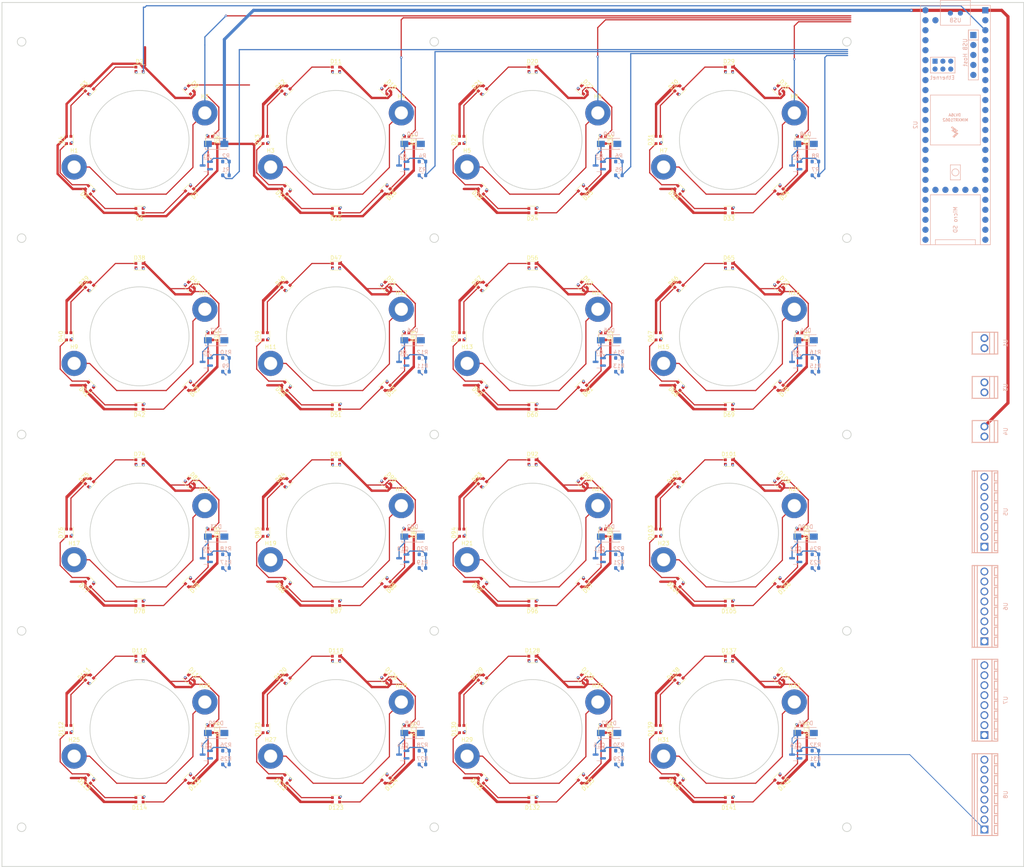
<source format=kicad_pcb>
(kicad_pcb (version 20240108) (generator "pcbnew") (generator_version "8.0")
  (layers (0 "F.Cu" signal) (31 "B.Cu" signal) (34 "B.Paste" user) (35 "F.Paste" user) (36 "B.SilkS" user "B.Silkscreen") (37 "F.SilkS" user "F.Silkscreen") (38 "B.Mask" user) (39 "F.Mask" user) (44 "Edge.Cuts" user))
  (net 0 "")
  (net 1 "+5V")
  (net 2 "GND")
  (net 3 "/row1/square2/em_n")
  (net 4 "/row1/square1/d_out")
  (net 5 "/row1/square2/d_out")
  (net 6 "/row1/square3/em_n")
  (net 7 "/row1/square3/d_out")
  (net 8 "/row1/square1/em_n")
  (net 9 "/row1/square4/em_n")
  (net 10 "/row1/d_out")
  (net 11 "/row2/square3/em_n")
  (net 12 "Net-(D38-DOUT)")
  (net 13 "/row2/square2/d_out")
  (net 14 "Net-(D39-DOUT)")
  (net 15 "Net-(D40-DOUT)")
  (net 16 "Net-(D41-DOUT)")
  (net 17 "Net-(D42-DOUT)")
  (net 18 "Net-(D43-DOUT)")
  (net 19 "/row2/square3/d_out")
  (net 20 "/row2/square4/em_n")
  (net 21 "Net-(D47-DOUT)")
  (net 22 "Net-(D48-DOUT)")
  (net 23 "Net-(D49-DOUT)")
  (net 24 "Net-(D50-DOUT)")
  (net 25 "Net-(D51-DOUT)")
  (net 26 "Net-(D52-DOUT)")
  (net 27 "/row2/d_out")
  (net 28 "/row2/square1/em_n")
  (net 29 "Net-(D56-DOUT)")
  (net 30 "Net-(D57-DOUT)")
  (net 31 "Net-(D58-DOUT)")
  (net 32 "Net-(D59-DOUT)")
  (net 33 "Net-(D60-DOUT)")
  (net 34 "Net-(D61-DOUT)")
  (net 35 "/row2/square1/d_out")
  (net 36 "/row2/square2/em_n")
  (net 37 "Net-(D65-DOUT)")
  (net 38 "Net-(D66-DOUT)")
  (net 39 "Net-(D67-DOUT)")
  (net 40 "Net-(D68-DOUT)")
  (net 41 "Net-(D69-DOUT)")
  (net 42 "Net-(D2-DOUT)")
  (net 43 "Net-(D3-DOUT)")
  (net 44 "Net-(D4-DOUT)")
  (net 45 "Net-(D5-DOUT)")
  (net 46 "Net-(D6-DOUT)")
  (net 47 "Net-(D7-DOUT)")
  (net 48 "Net-(D70-DOUT)")
  (net 49 "/row3/square3/em_n")
  (net 50 "/row3/square2/d_out")
  (net 51 "Net-(D74-DOUT)")
  (net 52 "Net-(D75-DOUT)")
  (net 53 "Net-(D76-DOUT)")
  (net 54 "Net-(D77-DOUT)")
  (net 55 "Net-(D78-DOUT)")
  (net 56 "+5V_em")
  (net 57 "Net-(D79-DOUT)")
  (net 58 "/row3/square3/d_out")
  (net 59 "/row3/square4/em_n")
  (net 60 "Net-(D11-DOUT)")
  (net 61 "Net-(D12-DOUT)")
  (net 62 "Net-(D13-DOUT)")
  (net 63 "Net-(D14-DOUT)")
  (net 64 "Net-(D15-DOUT)")
  (net 65 "Net-(D16-DOUT)")
  (net 66 "Net-(D83-DOUT)")
  (net 67 "Net-(D84-DOUT)")
  (net 68 "Net-(D20-DOUT)")
  (net 69 "Net-(D21-DOUT)")
  (net 70 "Net-(D22-DOUT)")
  (net 71 "Net-(D23-DOUT)")
  (net 72 "Net-(D24-DOUT)")
  (net 73 "Net-(D25-DOUT)")
  (net 74 "Net-(D85-DOUT)")
  (net 75 "Net-(D29-DOUT)")
  (net 76 "Net-(D30-DOUT)")
  (net 77 "Net-(D31-DOUT)")
  (net 78 "Net-(D32-DOUT)")
  (net 79 "Net-(D33-DOUT)")
  (net 80 "Net-(D34-DOUT)")
  (net 81 "Net-(D86-DOUT)")
  (net 82 "Net-(Q1-G)")
  (net 83 "Net-(Q2-G)")
  (net 84 "Net-(Q3-G)")
  (net 85 "Net-(Q4-G)")
  (net 86 "Net-(D87-DOUT)")
  (net 87 "Net-(D88-DOUT)")
  (net 88 "/row3/d_out")
  (net 89 "/row3/square1/em_n")
  (net 90 "Net-(D92-DOUT)")
  (net 91 "Net-(D93-DOUT)")
  (net 92 "Net-(D94-DOUT)")
  (net 93 "Net-(D95-DOUT)")
  (net 94 "Net-(D96-DOUT)")
  (net 95 "Net-(D97-DOUT)")
  (net 96 "/row3/square1/d_out")
  (net 97 "/row3/square2/em_n")
  (net 98 "Net-(D101-DOUT)")
  (net 99 "Net-(D102-DOUT)")
  (net 100 "Net-(D103-DOUT)")
  (net 101 "Net-(D104-DOUT)")
  (net 102 "Net-(D105-DOUT)")
  (net 103 "Net-(D106-DOUT)")
  (net 104 "/row4/square3/em_n")
  (net 105 "/row4/square2/d_out")
  (net 106 "Net-(D110-DOUT)")
  (net 107 "Net-(D111-DOUT)")
  (net 108 "Net-(D112-DOUT)")
  (net 109 "Net-(D113-DOUT)")
  (net 110 "Net-(D114-DOUT)")
  (net 111 "Net-(D115-DOUT)")
  (net 112 "/row4/square3/d_out")
  (net 113 "/row4/square4/em_n")
  (net 114 "Net-(D119-DOUT)")
  (net 115 "Net-(D120-DOUT)")
  (net 116 "Net-(D121-DOUT)")
  (net 117 "Net-(D122-DOUT)")
  (net 118 "Net-(D123-DOUT)")
  (net 119 "Net-(D124-DOUT)")
  (net 120 "/row4/d_out")
  (net 121 "/row4/square1/em_n")
  (net 122 "Net-(D128-DOUT)")
  (net 123 "Net-(D129-DOUT)")
  (net 124 "Net-(D130-DOUT)")
  (net 125 "Net-(D131-DOUT)")
  (net 126 "Net-(D132-DOUT)")
  (net 127 "Net-(D133-DOUT)")
  (net 128 "/row4/square1/d_out")
  (net 129 "/row4/square2/em_n")
  (net 130 "Net-(D137-DOUT)")
  (net 131 "Net-(D138-DOUT)")
  (net 132 "Net-(D139-DOUT)")
  (net 133 "Net-(D140-DOUT)")
  (net 134 "Net-(D141-DOUT)")
  (net 135 "Net-(D142-DOUT)")
  (net 136 "/s12")
  (net 137 "/s13")
  (net 138 "/s11")
  (net 139 "/s14")
  (net 140 "/s23")
  (net 141 "/s24")
  (net 142 "/s21")
  (net 143 "/s22")
  (net 144 "/s33")
  (net 145 "/s34")
  (net 146 "/s31")
  (net 147 "/s32")
  (net 148 "/s43")
  (net 149 "/s44")
  (net 150 "/s41")
  (net 151 "/s42")
  (net 152 "Net-(Q5-G)")
  (net 153 "Net-(Q6-G)")
  (net 154 "Net-(Q7-G)")
  (net 155 "Net-(Q8-G)")
  (net 156 "Net-(Q9-G)")
  (net 157 "Net-(Q10-G)")
  (net 158 "Net-(Q11-G)")
  (net 159 "Net-(Q12-G)")
  (net 160 "Net-(Q13-G)")
  (net 161 "Net-(Q14-G)")
  (net 162 "Net-(Q15-G)")
  (net 163 "Net-(Q16-G)")
  (net 164 "/c12")
  (net 165 "/c13")
  (net 166 "/c11")
  (net 167 "/c14")
  (net 168 "/c23")
  (net 169 "/c24")
  (net 170 "/c21")
  (net 171 "/c22")
  (net 172 "/c33")
  (net 173 "/c34")
  (net 174 "/c31")
  (net 175 "/c32")
  (net 176 "/c43")
  (net 177 "/c44")
  (net 178 "/c42")
  (net 179 "/c41")
  (net 180 "/leds")
  (net 181 "Net-(D8-DOUT)")
  (net 182 "Net-(D17-DOUT)")
  (net 183 "Net-(D26-DOUT)")
  (net 184 "Net-(D35-DOUT)")
  (net 185 "Net-(D44-DOUT)")
  (net 186 "Net-(D53-DOUT)")
  (net 187 "Net-(D62-DOUT)")
  (net 188 "Net-(D71-DOUT)")
  (net 189 "Net-(D80-DOUT)")
  (net 190 "Net-(D89-DOUT)")
  (net 191 "Net-(D98-DOUT)")
  (net 192 "Net-(D107-DOUT)")
  (net 193 "Net-(D116-DOUT)")
  (net 194 "Net-(D125-DOUT)")
  (net 195 "Net-(D134-DOUT)")
  (net 196 "Net-(D143-DOUT)")
  (net 197 "Net-(U2-2_OUT2)")
  (net 198 "Net-(U2-3_LRCLK2)")
  (footprint "MountingHole:MountingHole_3.2mm_M3_Pad" (layer "F.Cu") (at 251.63 58.11)
    (property "Reference" "H8")
    (property "Value" "MountingHole_Pad")
  )
  (footprint "LED_SMD:LED_WS2812B-2020_PLCC4_2.0x2.0mm" (layer "F.Cu") (at 172.272077 102.272077 45)
    (property "Reference" "D57")
    (property "Value" "WS2812B-2020")
  )
  (footprint "LED_SMD:LED_WS2812B-2020_PLCC4_2.0x2.0mm" (layer "F.Cu") (at 97.727922 102.272077 -45)
    (property "Reference" "D45")
    (property "Value" "WS2812B-2020")
  )
  (footprint "LED_SMD:LED_WS2812B-2020_PLCC4_2.0x2.0mm" (layer "F.Cu") (at 247.727922 152.272077 -45)
    (property "Reference" "D108")
    (property "Value" "WS2812B-2020")
  )
  (footprint "MountingHole:MountingHole_3.2mm_M3_Pad" (layer "F.Cu") (at 68.37 121.89)
    (property "Reference" "H9")
    (property "Value" "MountingHole_Pad")
  )
  (footprint "LED_SMD:LED_WS2812B-2020_PLCC4_2.0x2.0mm" (layer "F.Cu") (at 103 65 -90)
    (property "Reference" "D8")
    (property "Value" "WS2812B-2020")
  )
  (footprint "LED_SMD:LED_WS2812B-2020_PLCC4_2.0x2.0mm" (layer "F.Cu") (at 172.272077 127.727922 135)
    (property "Reference" "D59")
    (property "Value" "WS2812B-2020")
  )
  (footprint "LED_SMD:LED_WS2812B-2020_PLCC4_2.0x2.0mm" (layer "F.Cu") (at 172.272077 152.272077 45)
    (property "Reference" "D93")
    (property "Value" "WS2812B-2020")
  )
  (footprint "LED_SMD:LED_WS2812B-2020_PLCC4_2.0x2.0mm" (layer "F.Cu") (at 167 115 90)
    (property "Reference" "D58")
    (property "Value" "WS2812B-2020")
  )
  (footprint "LED_SMD:LED_WS2812B-2020_PLCC4_2.0x2.0mm" (layer "F.Cu") (at 122.272077 152.272077 45)
    (property "Reference" "D84")
    (property "Value" "WS2812B-2020")
  )
  (footprint "LED_SMD:LED_WS2812B-2020_PLCC4_2.0x2.0mm" (layer "F.Cu") (at 147.727922 177.727922 -135)
    (property "Reference" "D88")
    (property "Value" "WS2812B-2020")
  )
  (footprint "LED_SMD:LED_WS2812B-2020_PLCC4_2.0x2.0mm" (layer "F.Cu") (at 67 115 90)
    (property "Reference" "D40")
    (property "Value" "WS2812B-2020")
  )
  (footprint "LED_SMD:LED_WS2812B-2020_PLCC4_2.0x2.0mm" (layer "F.Cu") (at 153 115 -90)
    (property "Reference" "D53")
    (property "Value" "WS2812B-2020")
  )
  (footprint "MountingHole:MountingHole_3.2mm_M3_Pad" (layer "F.Cu") (at 168.37 171.89)
    (property "Reference" "H21")
    (property "Value" "MountingHole_Pad")
  )
  (footprint "MountingHole:MountingHole_3.2mm_M3_Pad" (layer "F.Cu") (at 118.37 171.89)
    (property "Reference" "H19")
    (property "Value" "MountingHole_Pad")
  )
  (footprint "MountingHole:MountingHole_3.2mm_M3_Pad" (layer "F.Cu") (at 201.63 208.11)
    (property "Reference" "H30")
    (property "Value" "MountingHole_Pad")
  )
  (footprint "MountingHole:MountingHole_3.2mm_M3_Pad" (layer "F.Cu") (at 118.37 71.89)
    (property "Reference" "H3")
    (property "Value" "MountingHole_Pad")
  )
  (footprint "LED_SMD:LED_WS2812B-2020_PLCC4_2.0x2.0mm" (layer "F.Cu") (at 97.727922 227.727922 -135)
    (property "Reference" "D115")
    (property "Value" "WS2812B-2020")
  )
  (footprint "LED_SMD:LED_WS2812B-2020_PLCC4_2.0x2.0mm" (layer "F.Cu") (at 217 115 90)
    (property "Reference" "D67")
    (property "Value" "WS2812B-2020")
  )
  (footprint "LED_SMD:LED_WS2812B-2020_PLCC4_2.0x2.0mm" (layer "F.Cu") (at 222.272077 177.727922 135)
    (property "Reference" "D104")
    (property "Value" "WS2812B-2020")
  )
  (footprint "LED_SMD:LED_WS2812B-2020_PLCC4_2.0x2.0mm" (layer "F.Cu") (at 167 165 90)
    (property "Reference" "D94")
    (property "Value" "WS2812B-2020")
  )
  (footprint "LED_SMD:LED_WS2812B-2020_PLCC4_2.0x2.0mm" (layer "F.Cu") (at 72.272077 152.272077 45)
    (property "Reference" "D75")
    (property "Value" "WS2812B-2020")
  )
  (footprint "MountingHole:MountingHole_3.2mm_M3_Pad" (layer "F.Cu") (at 218.37 221.89)
    (property "Reference" "H31")
    (property "Value" "MountingHole_Pad")
  )
  (footprint "LED_SMD:LED_WS2812B-2020_PLCC4_2.0x2.0mm" (layer "F.Cu") (at 203 65 -90)
    (property "Reference" "D26")
    (property "Value" "WS2812B-2020")
  )
  (footprint "LED_SMD:LED_WS2812B-2020_PLCC4_2.0x2.0mm" (layer "F.Cu") (at 85 47)
    (property "Reference" "D2")
    (property "Value" "WS2812B-2020")
  )
  (footprint "LED_SMD:LED_WS2812B-2020_PLCC4_2.0x2.0mm" (layer "F.Cu") (at 97.727922 202.272077 -45)
    (property "Reference" "D117")
    (property "Value" "WS2812B-2020")
  )
  (footprint "MountingHole:MountingHole_3.2mm_M3_Pad" (layer "F.Cu") (at 218.37 121.89)
    (property "Reference" "H15")
    (property "Value" "MountingHole_Pad")
  )
  (footprint "LED_SMD:LED_WS2812B-2020_PLCC4_2.0x2.0mm" (layer "F.Cu") (at 135 133 180)
    (property "Reference" "D51")
    (property "Value" "WS2812B-2020")
  )
  (footprint "LED_SMD:LED_WS2812B-2020_PLCC4_2.0x2.0mm" (layer "F.Cu") (at 72.272077 127.727922 135)
    (property "Reference" "D41")
    (property "Value" "WS2812B-2020")
  )
  (footprint "LED_SMD:LED_WS2812B-2020_PLCC4_2.0x2.0mm" (layer "F.Cu") (at 235 83 180)
    (property "Reference" "D33")
    (property "Value" "WS2812B-2020")
  )
  (footprint "LED_SMD:LED_WS2812B-2020_PLCC4_2.0x2.0mm" (layer "F.Cu") (at 122.272077 177.727922 135)
    (property "Reference" "D86")
    (property "Value" "WS2812B-2020")
  )
  (footprint "LED_SMD:LED_WS2812B-2020_PLCC4_2.0x2.0mm" (layer "F.Cu") (at 72.272077 227.727922 135)
    (property "Reference" "D113")
    (property "Value" "WS2812B-2020")
  )
  (footprint "LED_SMD:LED_WS2812B-2020_PLCC4_2.0x2.0mm" (layer "F.Cu") (at 203 165 -90)
    (property "Reference" "D98")
    (property "Value" "WS2812B-2020")
  )
  (footprint "LED_SMD:LED_WS2812B-2020_PLCC4_2.0x2.0mm" (layer "F.Cu") (at 235 183 180)
    (property "Reference" "D105")
    (property "Value" "WS2812B-2020")
  )
  (footprint "MountingHole:MountingHole_3.2mm_M3_Pad" (layer "F.Cu") (at 151.63 58.11)
    (property "Reference" "H4")
    (property "Value" "MountingHole_Pad")
  )
  (footprint "LED_SMD:LED_WS2812B-2020_PLCC4_2.0x2.0mm" (layer "F.Cu") (at 172.272077 227.727922 135)
    (property "Reference" "D131")
    (property "Value" "WS2812B-2020")
  )
  (footprint "LED_SMD:LED_WS2812B-2020_PLCC4_2.0x2.0mm" (layer "F.Cu") (at 85 133 180)
    (property "Reference" "D42")
    (property "Value" "WS2812B-2020")
  )
  (footprint "LED_SMD:LED_WS2812B-2020_PLCC4_2.0x2.0mm" (layer "F.Cu") (at 235 197)
    (property "Reference" "D137")
    (property "Value" "WS2812B-2020")
  )
  (footprint "LED_SMD:LED_WS2812B-2020_PLCC4_2.0x2.0mm" (layer "F.Cu") (at 117 165 90)
    (property "Reference" "D85")
    (property "Value" "WS2812B-2020")
  )
  (footprint "LED_SMD:LED_WS2812B-2020_PLCC4_2.0x2.0mm" (layer "F.Cu") (at 253 215 -90)
    (property "Reference" "D143")
    (property "Value" "WS2812B-2020")
  )
  (footprint "LED_SMD:LED_WS2812B-2020_PLCC4_2.0x2.0mm" (layer "F.Cu") (at 235 97)
    (property "Reference" "D65")
    (property "Value" "WS2812B-2020")
  )
  (footprint "LED_SMD:LED_WS2812B-2020_PLCC4_2.0x2.0mm" (layer "F.Cu") (at 185 97)
    (property "Reference" "D56")
    (property "Value" "WS2812B-2020")
  )
  (footprint "LED_SMD:LED_WS2812B-2020_PLCC4_2.0x2.0mm" (layer "F.Cu") (at 185 147)
    (property "Reference" "D92")
    (property "Value" "WS2812B-2020")
  )
  (footprint "LED_SMD:LED_WS2812B-2020_PLCC4_2.0x2.0mm" (layer "F.Cu") (at 117 215 90)
    (property "Reference" "D121")
    (property "Value" "WS2812B-2020")
  )
  (footprint "LED_SMD:LED_WS2812B-2020_PLCC4_2.0x2.0mm" (layer "F.Cu") (at 247.727922 52.272077 -45)
    (property "Reference" "D36")
    (property "Value" "WS2812B-2020")
  )
  (footprint "LED_SMD:LED_WS2812B-2020_PLCC4_2.0x2.0mm" (layer "F.Cu") (at 153 165 -90)
    (property "Reference" "D89")
    (property "Value" "WS2812B-2020")
  )
  (footprint "LED_SMD:LED_WS2812B-2020_PLCC4_2.0x2.0mm" (layer "F.Cu") (at 253 65 -90)
    (property "Reference" "D35")
    (property "Value" "WS2812B-2020")
  )
  (footprint "LED_SMD:LED_WS2812B-2020_PLCC4_2.0x2.0mm" (layer "F.Cu") (at 217 215 90)
    (property "Reference" "D139")
    (property "Value" "WS2812B-2020")
  )
  (footprint "LED_SMD:LED_WS2812B-2020_PLCC4_2.0x2.0mm" (layer "F.Cu") (at 185 197)
    (property "Reference" "D128")
    (property "Value" "WS2812B-2020")
  )
  (footprint "LED_SMD:LED_WS2812B-2020_PLCC4_2.0x2.0mm" (layer "F.Cu") (at 197.727922 177.727922 -135)
    (property "Reference" "D97")
    (property "Value" "WS2812B-2020")
  )
  (footprint "LED_SMD:LED_WS2812B-2020_PLCC4_2.0x2.0mm" (layer "F.Cu") (at 117 115 90)
    (property "Reference" "D49")
    (property "Value" "WS2812B-2020")
  )
  (footprint "MountingHole:MountingHole_3.2mm_M3_Pad" (layer "F.Cu") (at 201.63 158.11)
    (property "Reference" "H22")
    (property "Value" "MountingHole_Pad")
  )
  (footprint "MountingHole:MountingHole_3.2mm_M3_Pad" (layer "F.Cu") (at 168.37 71.89)
    (property "Reference" "H5")
    (property "Value" "MountingHole_Pad")
  )
  (footprint "LED_SMD:LED_WS2812B-2020_PLCC4_2.0x2.0mm" (layer "F.Cu") (at 185 47)
    (property "Reference" "D20")
    (property "Value" "WS2812B-2020")
  )
  (footprint "MountingHole:MountingHole_3.2mm_M3_Pad" (layer "F.Cu") (at 168.37 221.89)
    (property "Reference" "H29")
    (property "Value" "MountingHole_Pad")
  )
  (footprint "LED_SMD:LED_WS2812B-2020_PLCC4_2.0x2.0mm" (layer "F.Cu") (at 197.727922 227.727922 -135)
    (property "Reference" "D133")
    (property "Value" "WS2812B-2020")
  )
  (footprint "LED_SMD:LED_WS2812B-2020_PLCC4_2.0x2.0mm" (layer "F.Cu") (at 85 197)
    (property "Reference" "D110")
    (property "Value" "WS2812B-2020")
  )
  (footprint "LED_SMD:LED_WS2812B-2020_PLCC4_2.0x2.0mm" (layer "F.Cu") (at 72.272077 52.272077 45)
    (property "Reference" "D3")
    (property "Value" "WS2812B-2020")
  )
  (footprint "MountingHole:MountingHole_3.2mm_M3_Pad" (layer "F.Cu") (at 201.63 108.11)
    (property "Reference" "H14")
    (property "Value" "MountingHole_Pad")
  )
  (footprint "LED_SMD:LED_WS2812B-2020_PLCC4_2.0x2.0mm" (layer "F.Cu") (at 222.272077 127.727922 135)
    (property "Reference" "D68")
    (property "Value" "WS2812B-2020")
  )
  (footprint "LED_SMD:LED_WS2812B-2020_PLCC4_2.0x2.0mm" (layer "F.Cu") (at 122.272077 202.272077 45)
    (property "Reference" "D120")
    (property "Value" "WS2812B-2020")
  )
  (footprint "LED_SMD:LED_WS2812B-2020_PLCC4_2.0x2.0mm" (layer "F.Cu") (at 97.727922 127.727922 -135)
    (property "Reference" "D43")
    (property "Value" "WS2812B-2020")
  )
  (footprint "LED_SMD:LED_WS2812B-2020_PLCC4_2.0x2.0mm" (layer "F.Cu") (at 235 233 180)
    (property "Reference" "D141")
    (property "Value" "WS2812B-2020")
  )
  (footprint "LED_SMD:LED_WS2812B-2020_PLCC4_2.0x2.0mm" (layer "F.Cu") (at 122.272077 227.727922 135)
    (property "Reference" "D122")
    (property "Value" "WS2812B-2020")
  )
  (footprint "LED_SMD:LED_WS2812B-2020_PLCC4_2.0x2.0mm" (layer "F.Cu") (at 222.272077 152.272077 45)
    (property "Reference" "D102")
    (property "Value" "WS2812B-2020")
  )
  (footprint "LED_SMD:LED_WS2812B-2020_PLCC4_2.0x2.0mm" (layer "F.Cu") (at 222.272077 202.272077 45)
    (property "Reference" "D138")
    (property "Value" "WS2812B-2020")
  )
  (footprint "LED_SMD:LED_WS2812B-2020_PLCC4_2.0x2.0mm" (layer "F.Cu") (at 147.727922 202.272077 -45)
    (property "Reference" "D126")
    (property "Value" "WS2812B-2020")
  )
  (footprint "LED_SMD:LED_WS2812B-2020_PLCC4_2.0x2.0mm" (layer "F.Cu") (at 197.727922 52.272077 -45)
    (property "Reference" "D27")
    (property "Value" "WS2812B-2020")
  )
  (footprint "LED_SMD:LED_WS2812B-2020_PLCC4_2.0x2.0mm" (layer "F.Cu") (at 97.727922 52.272077 -45)
    (property "Reference" "D9")
    (property "Value" "WS2812B-2020")
  )
  (footprint "LED_SMD:LED_WS2812B-2020_PLCC4_2.0x2.0mm" (layer "F.Cu") (at 72.272077 177.727922 135)
    (property "Reference" "D77")
    (property "Value" "WS2812B-2020")
  )
  (footprint "LED_SMD:LED_WS2812B-2020_PLCC4_2.0x2.0mm" (layer "F.Cu") (at 97.727922 152.272077 -45)
    (property "Reference" "D81")
    (property "Value" "WS2812B-2020")
  )
  (footprint "LED_SMD:LED_WS2812B-2020_PLCC4_2.0x2.0mm" (layer "F.Cu") (at 247.727922 127.727922 -135)
    (property "Reference" "D70")
    (property "Value" "WS2812B-2020")
  )
  (footprint "MountingHole:MountingHole_3.2mm_M3_Pad" (layer "F.Cu") (at 101.63 58.11)
    (property "Reference" "H2")
    (property "Value" "MountingHole_Pad")
  )
  (footprint "LED_SMD:LED_WS2812B-2020_PLCC4_2.0x2.0mm" (layer "F.Cu") (at 217 65 90)
    (property "Reference" "D31")
    (property "Value" "WS2812B-2020")
  )
  (footprint "LED_SMD:LED_WS2812B-2020_PLCC4_2.0x2.0mm" (layer "F.Cu") (at 85 83 180)
    (property "Reference" "D6")
    (property "Value" "WS2812B-2020")
  )
  (footprint "MountingHole:MountingHole_3.2mm_M3_Pad" (layer "F.Cu") (at 101.63 208.11)
    (property "Reference" "H26")
    (property "Value" "MountingHole_Pad")
  )
  (footprint "LED_SMD:LED_WS2812B-2020_PLCC4_2.0x2.0mm" (layer "F.Cu") (at 172.272077 52.272077 45)
    (property "Reference" "D21")
    (property "Value" "WS2812B-2020")
  )
  (footprint "LED_SMD:LED_WS2812B-2020_PLCC4_2.0x2.0mm" (layer "F.Cu") (at 135 147)
    (property "Reference" "D83")
    (property "Value" "WS2812B-2020")
  )
  (footprint "MountingHole:MountingHole_3.2mm_M3_Pad" (layer "F.Cu") (at 118.37 221.89)
    (property "Reference" "H27")
    (property "Value" "MountingHole_Pad")
  )
  (footprint "LED_SMD:LED_WS2812B-2020_PLCC4_2.0x2.0mm" (layer "F.Cu") (at 72.272077 77.727922 135)
    (property "Reference" "D5")
    (property "Value" "WS2812B-2020")
  )
  (footprint "LED_SMD:LED_WS2812B-2020_PLCC4_2.0x2.0mm" (layer "F.Cu") (at 72.272077 102.272077 45)
    (property "Reference" "D39")
    (property "Value" "WS2812B-2020")
  )
  (footprint "LED_SMD:LED_WS2812B-2020_PLCC4_2.0x2.0mm" (layer "F.Cu") (at 235 133 180)
    (property "Reference" "D69")
    (property "Value" "WS2812B-2020")
  )
  (footprint "LED_SMD:LED_WS2812B-2020_PLCC4_2.0x2.0mm" (layer "F.Cu") (at 172.272077 202.272077 45)
    (property "Reference" "D129")
    (property "Value" "WS2812B-2020")
  )
  (footprint "LED_SMD:LED_WS2812B-2020_PLCC4_2.0x2.0mm" (layer "F.Cu") (at 97.727922 77.727922 -135)
    (property "Reference" "D7")
    (property "Value" "WS2812B-2020")
  )
  (footprint "LED_SMD:LED_WS2812B-2020_PLCC4_2.0x2.0mm" (layer "F.Cu") (at 85 233 180)
    (property "Reference" "D114")
    (property "Value" "WS2812B-2020")
  )
  (footprint "LED_SMD:LED_WS2812B-2020_PLCC4_2.0x2.0mm" (layer "F.Cu") (at 235 47)
    (property "Reference" "D29")
    (property "Value" "WS2812B-2020")
  )
  (footprint "LED_SMD:LED_WS2812B-2020_PLCC4_2.0x2.0mm" (layer "F.Cu") (at 247.727922 202.272077 -45)
    (property "Reference" "D144")
    (property "Value" "WS2812B-2020")
  )
  (footprint "MountingHole:MountingHole_3.2mm_M3_Pad" (layer "F.Cu") (at 251.63 208.11)
    (property "Reference" "H32")
    (property "Value" "MountingHole_Pad")
  )
  (footprint "LED_SMD:LED_WS2812B-2020_PLCC4_2.0x2.0mm" (layer "F.Cu") (at 172.272077 77.727922 135)
    (property "Reference" "D23")
    (property "Value" "WS2812B-2020")
  )
  (footprint "LED_SMD:LED_WS2812B-2020_PLCC4_2.0x2.0mm" (layer "F.Cu") (at 97.727922 177.727922 -135)
    (property "Reference" "D79")
    (property "Value" "WS2812B-2020")
  )
  (footprint "LED_SMD:LED_WS2812B-2020_PLCC4_2.0x2.0mm" (layer "F.Cu") (at 103 215 -90)
    (property "Reference" "D116")
    (property "Value" "WS2812B-2020")
  )
  (footprint "MountingHole:MountingHole_3.2mm_M3_Pad" (layer "F.Cu") (at 218.37 71.89)
    (property "Reference" "H7")
    (property "Value" "MountingHole_Pad")
  )
  (footprint "LED_SMD:LED_WS2812B-2020_PLCC4_2.0x2.0mm" (layer "F.Cu") (at 197.727922 102.272077 -45)
    (property "Reference" "D63")
    (property "Value" "WS2812B-2020")
  )
  (footprint "MountingHole:MountingHole_3.2mm_M3_Pad" (layer "F.Cu") (at 168.37 121.89)
    (property "Reference" "H13")
    (property "Value" "MountingHole_Pad")
  )
  (footprint "LED_SMD:LED_WS2812B-2020_PLCC4_2.0x2.0mm" (layer "F.Cu") (at 253 165 -90)
    (property "Reference" "D107")
    (property "Value" "WS2812B-2020")
  )
  (footprint "LED_SMD:LED_WS2812B-2020_PLCC4_2.0x2.0mm" (layer "F.Cu") (at 147.727922 127.727922 -135)
    (property "Reference" "D52")
    (property "Value" "WS2812B-2020")
  )
  (footprint "MountingHole:MountingHole_3.2mm_M3_Pad" (layer "F.Cu") (at 151.63 158.11)
    (property "Reference" "H20")
    (property "Value" "MountingHole_Pad")
  )
  (footprint "LED_SMD:LED_WS2812B-2020_PLCC4_2.0x2.0mm" (layer "F.Cu") (at 153 65 -90)
    (property "Reference" "D17")
    (property "Value" "WS2812B-2020")
  )
  (footprint "LED_SMD:LED_WS2812B-2020_PLCC4_2.0x2.0mm" (layer "F.Cu") (at 197.727922 77.727922 -135)
    (property "Reference" "D25")
    (property "Value" "WS2812B-2020")
  )
  (footprint "LED_SMD:LED_WS2812B-2020_PLCC4_2.0x2.0mm" (layer "F.Cu") (at 172.272077 177.727922 135)
    (property "Reference" "D95")
    (property "Value" "WS2812B-2020")
  )
  (footprint "MountingHole:MountingHole_3.2mm_M3_Pad" (layer "F.Cu") (at 68.37 71.89)
    (property "Reference" "H1")
    (property "Value" "MountingHole_Pad")
  )
  (footprint "MountingHole:MountingHole_3.2mm_M3_Pad" (layer "F.Cu") (at 251.63 158.11)
    (property "Reference" "H24")
    (property "Value" "MountingHole_Pad")
  )
  (footprint "LED_SMD:LED_WS2812B-2020_PLCC4_2.0x2.0mm" (layer "F.Cu") (at 147.727922 77.727922 -135)
    (property "Reference" "D16")
    (property "Value" "WS2812B-2020")
  )
  (footprint "LED_SMD:LED_WS2812B-2020_PLCC4_2.0x2.0mm" (layer "F.Cu") (at 197.727922 127.727922 -135)
    (property "Reference" "D61")
    (property "Value" "WS2812B-2020")
  )
  (footprint "LED_SMD:LED_WS2812B-2020_PLCC4_2.0x2.0mm" (layer "F.Cu") (at 147.727922 227.727922 -135)
    (property "Reference" "D124")
    (property "Value" "WS2812B-2020")
  )
  (footprint "LED_SMD:LED_WS2812B-2020_PLCC4_2.0x2.0mm" (layer "F.Cu") (at 67 165 90)
    (property "Reference" "D76")
    (property "Value" "WS2812B-2020")
  )
  (footprint "LED_SMD:LED_WS2812B-2020_PLCC4_2.0x2.0mm" (layer "F.Cu") (at 117 65 90)
    (property "Reference" "D13")
    (property "Value" "WS2812B-2020")
  )
  (footprint "LED_SMD:LED_WS2812B-2020_PLCC4_2.0x2.0mm" (layer "F.Cu") (at 135 47)
    (property "Reference" "D11")
    (property "Value" "WS2812B-2020")
  )
  (footprint "LED_SMD:LED_WS2812B-2020_PLCC4_2.0x2.0mm" (layer "F.Cu") (at 122.272077 127.727922 135)
    (property "Reference" "D50")
    (property "Value" "WS2812B-2020")
  )
  (footprint "LED_SMD:LED_WS2812B-2020_PLCC4_2.0x2.0mm" (layer "F.Cu") (at 85 97)
    (property "Reference" "D38")
    (property "Value" "WS2812B-2020")
  )
  (footprint "LED_SMD:LED_WS2812B-2020_PLCC4_2.0x2.0mm" (layer "F.Cu") (at 222.272077 227.727922 135)
    (property "Reference" "D140")
    (property "Value" "WS2812B-2020")
  )
  (footprint "LED_SMD:LED_WS2812B-2020_PLCC4_2.0x2.0mm" (layer "F.Cu") (at 72.272077 202.272077 45)
    (property "Reference" "D111")
    (property "Value" "WS2812B-2020")
  )
  (footprint "MountingHole:MountingHole_3.2mm_M3_Pad" (layer "F.Cu") (at 68.37 221.89)
    (property "Reference" "H25")
    (property "Value" "MountingHole_Pad")
  )
  (footprint "LED_SMD:LED_WS2812B-2020_PLCC4_2.0x2.0mm" (layer "F.Cu") (at 85 147)
    (property "Reference" "D74")
    (property "Value" "WS2812B-2020")
  )
  (footprint "LED_SMD:LED_WS2812B-2020_PLCC4_2.0x2.0mm" (layer "F.Cu") (at 122.272077 52.272077 45)
    (property "Reference" "D12")
    (property "Value" "WS2812B-2020")
  )
  (footprint "LED_SMD:LED_WS2812B-2020_PLCC4_2.0x2.0mm" (layer "F.Cu") (at 147.727922 52.272077 -45)
    (property "Reference" "D18")
    (property "Value" "WS2812B-2020")
  )
  (footprint "LED_SMD:LED_WS2812B-2020_PLCC4_2.0x2.0mm" (layer "F.Cu") (at 135 83 180)
    (property "Reference" "D15")
    (property "Value" "WS2812B-2020")
  )
  (footprint "MountingHole:MountingHole_3.2mm_M3_Pad" (layer "F.Cu") (at 151.63 108.11)
    (property "Reference" "H12")
    (property "Value" "MountingHole_Pad")
  )
  (footprint "MountingHole:MountingHole_3.2mm_M3_Pad" (layer "F.Cu") (at 218.37 171.89)
    (property "Reference" "H23")
    (property "Value" "MountingHole_Pad")
  )
  (footprint "LED_SMD:LED_WS2812B-2020_PLCC4_2.0x2.0mm" (layer "F.Cu") (at 247.727922 227.727922 -135)
    (property "Reference" "D142")
    (property "Value" "WS2812B-2020")
  )
  (footprint "LED_SMD:LED_WS2812B-2020_PLCC4_2.0x2.0mm" (layer "F.Cu") (at 253 115 -90)
    (property "Reference" "D71")
    (property "Value" "WS2812B-2020")
  )
  (footprint "LED_SMD:LED_WS2812B-2020_PLCC4_2.0x2.0mm" (layer "F.Cu") (at 67 215 90)
    (property "Reference" "D112")
    (property "Value" "WS2812B-2020")
  )
  (footprint "LED_SMD:LED_WS2812B-2020_PLCC4_2.0x2.0mm" (layer "F.Cu") (at 222.272077 52.272077 45)
    (property "Reference" "D30")
    (property "Value" "WS2812B-2020")
  )
  (footprint "LED_SMD:LED_WS2812B-2020_PLCC4_2.0x2.0mm" (layer "F.Cu") (at 167 65 90)
    (property "Reference" "D22")
    (property "Value" "WS2812B-2020")
  )
  (footprint "LED_SMD:LED_WS2812B-2020_PLCC4_2.0x2.0mm" (layer "F.Cu") (at 103 115 -90)
    (property "Reference" "D44")
    (property "Value" "WS2812B-2020")
  )
  (footprint "MountingHole:MountingHole_3.2mm_M3_Pad" (layer "F.Cu") (at 68.37 171.89)
    (property "Reference" "H17")
    (property "Value" "MountingHole_Pad")
  )
  (footprint "LED_SMD:LED_WS2812B-2020_PLCC4_2.0x2.0mm" (layer "F.Cu") (at 222.272077 77.727922 135)
    (property "Reference" "D32")
    (property "Value" "WS2812B-2020")
  )
  (footprint "LED_SMD:LED_WS2812B-2020_PLCC4_2.0x2.0mm" (layer "F.Cu") (at 203 215 -90)
    (property "Reference" "D134")
    (property "Value" "WS2812B-2020")
  )
  (footprint "LED_SMD:LED_WS2812B-2020_PLCC4_2.0x2.0mm" (layer "F.Cu") (at 247.727922 177.727922 -135)
    (property "Reference" "D106")
    (property "Value" "WS2812B-2020")
  )
  (footprint "LED_SMD:LED_WS2812B-2020_PLCC4_2.0x2.0mm" (layer "F.Cu") (at 235 147)
    (property "Reference" "D101")
    (property "Value" "WS2812B-2020")
  )
  (footprint "LED_SMD:LED_WS2812B-2020_PLCC4_2.0x2.0mm" (layer "F.Cu") (at 122.272077 102.272077 45)
    (property "Reference" "D48")
    (property "Value" "WS2812B-2020")
  )
  (footprint "LED_SMD:LED_WS2812B-2020_PLCC4_2.0x2.0mm" (layer "F.Cu") (at 217 165 90)
    (property "Reference" "D103")
    (property "Value" "WS2812B-2020")
  )
  (footprint "LED_SMD:LED_WS2812B-2020_PLCC4_2.0x2.0mm" (layer "F.Cu") (at 185 83 180)
    (property "Reference" "D24")
    (property "Value" "WS2812B-2020")
  )
  (footprint "LED_SMD:LED_WS2812B-2020_PLCC4_2.0x2.0mm" (layer "F.Cu") (at 197.727922 202.272077 -45)
    (property "Reference" "D135")
    (property "Value" "WS2812B-2020")
  )
  (footprint "LED_SMD:LED_WS2812B-2020_PLCC4_2.0x2.0mm" (layer "F.Cu") (at 197.727922 152.272077 -45)
    (property "Reference" "D99")
    (property "Value" "WS2812B-2020")
  )
  (footprint "LED_SMD:LED_WS2812B-2020_PLCC4_2.0x2.0mm" (layer "F.Cu") (at 135 233 180)
    (property "Reference" "D123")
    (property "Value" "WS2812B-2020")
  )
  (footprint "LED_SMD:LED_WS2812B-2020_PLCC4_2.0x2.0mm" (layer "F.Cu") (at 247.727922 77.727922 -135)
    (property "Reference" "D34")
    (property "Value" "WS2812B-2020")
  )
  (footprint "LED_SMD:LED_WS2812B-2020_PLCC4_2.0x2.0mm" (layer "F.Cu") (at 67 65 90)
    (property "Reference" "D4")
    (property "Value" "WS2812B-2020")
  )
  (footprint "LED_SMD:LED_WS2812B-2020_PLCC4_2.0x2.0mm" (layer "F.Cu") (at 122.272077 77.727922 135)
    (property "Reference" "D14")
    (property "Value" "WS2812B-2020")
  )
  (footprint "MountingHole:MountingHole_3.2mm_M3_Pad" (layer "F.Cu") (at 251.63 108.11)
    (property "Reference" "H16")
    (property "Value" "MountingHole_Pad")
  )
  (footprint "LED_SMD:LED_WS2812B-2020_PLCC4_2.0x2.0mm" (layer "F.Cu") (at 135 183 180)
    (property "Reference" "D87")
    (property "Value" "WS2812B-2020")
  )
  (footprint "LED_SMD:LED_WS2812B-2020_PLCC4_2.0x2.0mm" (layer "F.Cu") (at 203 115 -90)
    (property "Reference" "D62")
    (property "Value" "WS2812B-2020")
  )
  (footprint "LED_SMD:LED_WS2812B-2020_PLCC4_2.0x2.0mm" (layer "F.Cu") (at 167 215 90)
    (property "Reference" "D130")
    (property "Value" "WS2812B-2020")
  )
  (footprint "LED_SMD:LED_WS2812B-2020_PLCC4_2.0x2.0mm" (layer "F.Cu") (at 147.727922 102.272077 -45)
    (property "Reference" "D54")
    (property "Value" "WS2812B-2020")
  )
  (footprint "LED_SMD:LED_WS2812B-2020_PLCC4_2.0x2.0mm" (layer "F.Cu") (at 185 233 180)
    (property "Reference" "D132")
    (property "Value" "WS2812B-2020")
  )
  (footprint "LED_SMD:LED_WS2812B-2020_PLCC4_2.0x2.0mm" (layer "F.Cu") (at 185 183 180)
    (property "Reference" "D96")
    (property "Value" "WS2812B-2020")
  )
  (footprint "MountingHole:MountingHole_3.2mm_M3_Pad" (layer "F.Cu") (at 118.37 121.89)
    (property "Reference" "H11")
    (property "Value" "MountingHole_Pad")
  )
  (footprint "LED_SMD:LED_WS2812B-2020_PLCC4_2.0x2.0mm" (layer "F.Cu") (at 185 133 180)
    (property "Reference" "D60")
    (property "Value" "WS2812B-2020")
  )
  (footprint "LED_SMD:LED_WS2812B-2020_PLCC4_2.0x2.0mm" (layer "F.Cu") (at 103 165 -90)
    (property "Reference" "D80")
    (property "Value" "WS2812B-2020")
  )
  (footprint "MountingHole:MountingHole_3.2mm_M3_Pad" (layer "F.Cu") (at 101.63 108.11)
    (property "Reference" "H10")
    (property "Value" "MountingHole_Pad")
  )
  (footprint "MountingHole:MountingHole_3.2mm_M3_Pad" (layer "F.Cu") (at 201.63 58.11)
    (property "Reference" "H6")
    (property "Value" "MountingHole_Pad")
  )
  (footprint "LED_SMD:LED_WS2812B-2020_PLCC4_2.0x2.0mm" (layer "F.Cu") (at 135 97)
    (property "Reference" "D47")
    (property "Value" "WS2812B-2020")
  )
  (footprint "MountingHole:MountingHole_3.2mm_M3_Pad" (layer "F.Cu") (at 101.63 158.11)
    (property "Reference" "H18")
    (property "Value" "MountingHole_Pad")
  )
  (footprint "LED_SMD:LED_WS2812B-2020_PLCC4_2.0x2.0mm" (layer "F.Cu") (at 247.727922 102.272077 -45)
    (property "Reference" "D72")
    (property "Value" "WS2812B-2020")
  )
  (footprint "LED_SMD:LED_WS2812B-2020_PLCC4_2.0x2.0mm" (layer "F.Cu") (at 222.272077 102.272077 45)
    (property "Reference" "D66")
    (property "Value" "WS2812B-2020")
  )
  (footprint "LED_SMD:LED_WS2812B-2020_PLCC4_2.0x2.0mm" (layer "F.Cu") (at 85 183 180)
    (property "Reference" "D78")
    (property "Value" "WS2812B-2020")
  )
  (footprint "MountingHole:MountingHole_3.2mm_M3_Pad" (layer "F.Cu") (at 151.63 208.11)
    (property "Reference" "H28")
    (property "Value" "MountingHole_Pad")
  )
  (footprint "LED_SMD:LED_WS2812B-2020_PLCC4_2.0x2.0mm" (layer "F.Cu") (at 147.727922 152.272077 -45)
    (property "Reference" "D90")
    (property "Value" "WS2812B-2020")
  )
  (footprint "LED_SMD:LED_WS2812B-2020_PLCC4_2.0x2.0mm" (layer "F.Cu") (at 135 197)
    (property "Reference" "D119")
    (property "Value" "WS2812B-2020")
  )
  (footprint "LED_SMD:LED_WS2812B-2020_PLCC4_2.0x2.0mm" (layer "F.Cu") (at 153 215 -90)
    (property "Reference" "D125")
    (property "Value" "WS2812B-2020")
  )
  (footprint "Resistor_SMD:R_0603_1608Metric" (layer "B.Cu") (at 107 224 180)
    (property "Reference" "R25")
    (property "Value" "220")
  )
  (footprint "Package_TO_SOT_SMD:SOT-23" (layer "B.Cu") (at 252 171.5 180)
    (property "Reference" "Q12")
    (property "Value" "AO3400A")
  )
  (footprint "footprint:SMA_L4.3-W2.5-LS5.0-RD" (layer "B.Cu") (at 154.5 166 180)
    (property "Reference" "D82")
    (property "Value" "1N4007_C727081")
  )
  (footprint "Resistor_SMD:R_0603_1608Metric" (layer "B.Cu") (at 207 74 180)
    (property "Reference" "R5")
    (property "Value" "220")
  )
  (footprint "Resistor_SMD:R_0603_1608Metric" (layer "B.Cu") (at 257 220.5 180)
    (property "Reference" "R32")
    (property "Value" "10k")
  )
  (footprint "Resistor_SMD:R_0603_1608Metric" (layer "B.Cu") (at 107 74 180)
    (property "Reference" "R1")
    (property "Value" "220")
  )
  (footprint "footprint:SMA_L4.3-W2.5-LS5.0-RD" (layer "B.Cu") (at 154.5 66 180)
    (property "Reference" "D10")
    (property "Value" "1N4007_C727081")
  )
  (footprint "footprint:CONN-TH_XY308-2.54-2P" (layer "B.Cu") (at 300 128 90)
    (property "Reference" "U3")
    (property "Value" "XY308-2_54-2P")
  )
  (footprint "Resistor_SMD:R_0603_1608Metric" (layer "B.Cu") (at 207 170.5 180)
    (property "Reference" "R22")
    (property "Value" "10k")
  )
  (footprint "Resistor_SMD:R_0603_1608Metric" (layer "B.Cu") (at 157 70.5 180)
    (property "Reference" "R4")
    (property "Value" "10k")
  )
  (footprint "Resistor_SMD:R_0603_1608Metric" (layer "B.Cu") (at 207 174 180)
    (property "Reference" "R21")
    (property "Value" "220")
  )
  (footprint "footprint:SMA_L4.3-W2.5-LS5.0-RD" (layer "B.Cu") (at 254.5 216 180)
    (property "Reference" "D136")
    (property "Value" "1N4007_C727081")
  )
  (footprint "Resistor_SMD:R_0603_1608Metric" (layer "B.Cu") (at 207 70.5 180)
    (property "Reference" "R6")
    (property "Value" "10k")
  )
  (footprint "Resistor_SMD:R_0603_1608Metric" (layer "B.Cu") (at 157 224 180)
    (property "Reference" "R27")
    (property "Value" "220")
  )
  (footprint "Resistor_SMD:R_0603_1608Metric" (layer "B.Cu") (at 157 124 180)
    (property "Reference" "R11")
    (property "Value" "220")
  )
  (footprint "Resistor_SMD:R_0603_1608Metric" (layer "B.Cu") (at 107 174 180)
    (property "Reference" "R17")
    (property "Value" "220")
  )
  (footprint "Package_TO_SOT_SMD:SOT-23" (layer "B.Cu") (at 102 221.5 180)
    (property "Reference" "Q13")
    (property "Value" "AO3400A")
  )
  (footprint "Resistor_SMD:R_0603_1608Metric" (layer "B.Cu") (at 157 120.5 180)
    (property "Reference" "R12")
    (property "Value" "10k")
  )
  (footprint "footprint:SMA_L4.3-W2.5-LS5.0-RD" (layer "B.Cu") (at 104.5 116 180)
    (property "Reference" "D37")
    (property "Value" "1N4007_C727081")
  )
  (footprint "Package_TO_SOT_SMD:SOT-23" (layer "B.Cu") (at 252 221.5 180)
    (property "Reference" "Q16")
    (property "Value" "AO3400A")
  )
  (footprint "Resistor_SMD:R_0603_1608Metric" (layer "B.Cu") (at 207 124 180)
    (property "Reference" "R13")
    (property "Value" "220")
  )
  (footprint "Resistor_SMD:R_0603_1608Metric" (layer "B.Cu") (at 157 174 180)
    (property "Reference" "R19")
    (property "Value" "220")
  )
  (footprint "footprint:SMA_L4.3-W2.5-LS5.0-RD" (layer "B.Cu") (at 254.5 66 180)
    (property "Reference" "D28")
    (property "Value" "1N4007_C727081")
  )
  (footprint "footprint:SMA_L4.3-W2.5-LS5.0-RD" (layer "B.Cu") (at 254.5 116 180)
    (property "Reference" "D64")
    (property "Value" "1N4007_C727081")
  )
  (footprint "footprint:SMA_L4.3-W2.5-LS5.0-RD" (layer "B.Cu") (at 254.5 166 180)
    (property "Reference" "D100")
    (property "Value" "1N4007_C727081")
  )
  (footprint "Package_TO_SOT_SMD:SOT-23" (layer "B.Cu") (at 102 71.5 180)
    (property "Reference" "Q1")
    (property "Value" "AO3400A")
  )
  (footprint "footprint:CONN-TH_XY308-2.54-8P" (layer "B.Cu") (at 300 183.770003 90)
    (property "Reference" "U6")
    (property "Value" "XY308-2_54-8P")
  )
  (footprint "Package_TO_SOT_SMD:SOT-23" (layer "B.Cu") (at 202 171.5 180)
    (property "Reference" "Q11")
    (property "Value" "AO3400A")
  )
  (footprint "footprint:CONN-TH_XY308-2.54-8P" (layer "B.Cu") (at 300 207.649987 90)
    (property "Reference" "U7")
    (property "Value" "XY308-2_54-8P")
  )
  (footprint "Package_TO_SOT_SMD:SOT-23" (layer "B.Cu") (at 152 121.5 180)
    (property "Reference" "Q6")
    (property "Value" "AO3400A")
  )
  (footprint "Resistor_SMD:R_0603_1608Metric" (layer "B.Cu") (at 107 124 180)
    (property "Reference" "R9")
    (property "Value" "220")
  )
  (footprint "footprint:SMA_L4.3-W2.5-LS5.0-RD" (layer "B.Cu") (at 204.5 66 180)
    (property "Reference" "D19")
    (property "Value" "1N4007_C727081")
  )
  (footprint "Resistor_SMD:R_0603_1608Metric" (layer "B.Cu") (at 107 120.5 180)
    (property "Reference" "R10")
    (property "Value" "10k")
  )
  (footprint "teensy:Teensy41_SMT" (layer "B.Cu") (at 292.62 61.19 -90)
    (property "Reference" "U2")
    (property "Value" "Teensy4.1")
  )
  (footprint "Resistor_SMD:R_0603_1608Metric" (layer "B.Cu") (at 207 220.5 180)
    (property "Reference" "R30")
    (property "Value" "10k")
  )
  (footprint "Resistor_SMD:R_0603_1608Metric" (layer "B.Cu") (at 107 220.5 180)
    (property "Reference" "R26")
    (property "Value" "10k")
  )
  (footprint "footprint:SMA_L4.3-W2.5-LS5.0-RD" (layer "B.Cu") (at 104.5 166 180)
    (property "Reference" "D73")
    (property "Value" "1N4007_C727081")
  )
  (footprint "footprint:CONN-TH_XY308-2.54-2P" (layer "B.Cu") (at 300 116.729997 90)
    (property "Reference" "U1")
    (property "Value" "XY308-2_54-2P")
  )
  (footprint "Resistor_SMD:R_0603_1608Metric" (layer "B.Cu") (at 107 70.5 180)
    (property "Reference" "R2")
    (property "Value" "10k")
  )
  (footprint "Resistor_SMD:R_0603_1608Metric" (layer "B.Cu") (at 257 74 180)
    (property "Reference" "R7")
    (property "Value" "220")
  )
  (footprint "Resistor_SMD:R_0603_1608Metric" (layer "B.Cu") (at 257 224 180)
    (property "Reference" "R31")
    (property "Value" "220")
  )
  (footprint "Package_TO_SOT_SMD:SOT-23" (layer "B.Cu") (at 152 71.5 180)
    (property "Reference" "Q2")
    (property "Value" "AO3400A")
  )
  (footprint "Resistor_SMD:R_0603_1608Metric" (layer "B.Cu") (at 157 220.5 180)
    (property "Reference" "R28")
    (property "Value" "10k")
  )
  (footprint "footprint:SMA_L4.3-W2.5-LS5.0-RD" (layer "B.Cu") (at 204.5 166 180)
    (property "Reference" "D91")
    (property "Value" "1N4007_C727081")
  )
  (footprint "footprint:CONN-TH_XY308-2.54-2P" (layer "B.Cu") (at 300 139.229997 90)
    (property "Reference" "U4")
    (property "Value" "XY308-2_54-2P")
  )
  (footprint "Package_TO_SOT_SMD:SOT-23" (layer "B.Cu") (at 102 171.5 180)
    (property "Reference" "Q9")
    (property "Value" "AO3400A")
  )
  (footprint "footprint:SMA_L4.3-W2.5-LS5.0-RD" (layer "B.Cu") (at 104.5 216 180)
    (property "Reference" "D109")
    (property "Value" "1N4007_C727081")
  )
  (footprint "Package_TO_SOT_SMD:SOT-23" (layer "B.Cu") (at 252 71.5 180)
    (property "Reference" "Q4")
    (property "Value" "AO3400A")
  )
  (footprint "footprint:SMA_L4.3-W2.5-LS5.0-RD" (layer "B.Cu") (at 154.5 216 180)
    (property "Reference" "D118")
    (property "Value" "1N4007_C727081")
  )
  (footprint "Package_TO_SOT_SMD:SOT-23" (layer "B.Cu") (at 102 121.5 180)
    (property "Reference" "Q5")
    (property "Value" "AO3400A")
  )
  (footprint "Resistor_SMD:R_0603_1608Metric" (layer "B.Cu") (at 257 170.5 180)
    (property "Reference" "R24")
    (property "Value" "10k")
  )
  (footprint "footprint:CONN-TH_XY308-2.54-8P" (layer "B.Cu") (at 300 159.689992 90)
    (property "Reference" "U5")
    (property "Value" "XY308-2_54-8P")
  )
  (footprint "Resistor_SMD:R_0603_1608Metric" (layer "B.Cu") (at 257 120.5 180)
    (property "Reference" "R16")
    (property "Value" "10k")
  )
  (footprint "Resistor_SMD:R_0603_1608Metric" (layer "B.Cu") (at 157 170.5 180)
    (property "Reference" "R20")
    (property "Value" "10k")
  )
  (footprint "footprint:SMA_L4.3-W2.5-LS5.0-RD" (layer "B.Cu") (at 154.5 116 180)
    (property "Reference" "D46")
    (property "Value" "1N4007_C727081")
  )
  (footprint "Package_TO_SOT_SMD:SOT-23" (layer "B.Cu") (at 252 121.5 180)
    (property "Reference" "Q8")
    (property "Value" "AO3400A")
  )
  (footprint "Resistor_SMD:R_0603_1608Metric" (layer "B.Cu") (at 157 74 180)
    (property "Reference" "R3")
    (property "Value" "220")
  )
  (footprint "Resistor_SMD:R_0603_1608Metric" (layer "B.Cu") (at 207 120.5 180)
    (property "Reference" "R14")
    (property "Value" "10k")
  )
  (footprint "Resistor_SMD:R_0603_1608Metric" (layer "B.Cu") (at 107 170.5 180)
    (property "Reference" "R18")
    (property "Value" "10k")
  )
  (footprint "footprint:SMA_L4.3-W2.5-LS5.0-RD" (layer "B.Cu") (at 104.5 66 180)
    (property "Reference" "D1")
    (property "Value" "1N4007_C727081")
  )
  (footprint "Package_TO_SOT_SMD:SOT-23" (layer "B.Cu") (at 202 121.5 180)
    (property "Reference" "Q7")
    (property "Value" "AO3400A")
  )
  (footprint "footprint:CONN-TH_XY308-2.54-8P" (layer "B.Cu") (at 300 231.689992 90)
    (property "Reference" "U8")
    (property "Value" "XY308-2_54-8P")
  )
  (footprint "Resistor_SMD:R_0603_1608Metric" (layer "B.Cu") (at 207 224 180)
    (property "Reference" "R29")
    (property "Value" "220")
  )
  (footprint "footprint:SMA_L4.3-W2.5-LS5.0-RD" (layer "B.Cu") (at 204.5 216 180)
    (property "Reference" "D127")
    (property "Value" "1N4007_C727081")
  )
  (footprint "Package_TO_SOT_SMD:SOT-23" (layer "B.Cu") (at 152 171.5 180)
    (property "Reference" "Q10")
    (property "Value" "AO3400A")
  )
  (footprint "Package_TO_SOT_SMD:SOT-23" (layer "B.Cu") (at 202 71.5 180)
    (property "Reference" "Q3")
    (property "Value" "AO3400A")
  )
  (footprint "Package_TO_SOT_SMD:SOT-23" (layer "B.Cu") (at 152 221.5 180)
    (property "Reference" "Q14")
    (property "Value" "AO3400A")
  )
  (footprint "Resistor_SMD:R_0603_1608Metric" (layer "B.Cu") (at 257 124 180)
    (property "Reference" "R15")
    (property "Value" "220")
  )
  (footprint "footprint:SMA_L4.3-W2.5-LS5.0-RD" (layer "B.Cu") (at 204.5 116 180)
    (property "Reference" "D55")
    (property "Value" "1N4007_C727081")
  )
  (footprint "Resistor_SMD:R_0603_1608Metric" (layer "B.Cu") (at 257 70.5 180)
    (property "Reference" "R8")
    (property "Value" "10k")
  )
  (footprint "Resistor_SMD:R_0603_1608Metric" (layer "B.Cu") (at 257 174 180)
    (property "Reference" "R23")
    (property "Value" "220")
  )
  (footprint "Package_TO_SOT_SMD:SOT-23" (layer "B.Cu") (at 202 221.5 180)
    (property "Reference" "Q15")
    (property "Value" "AO3400A")
  )
  (gr_circle (center 118.370168 221.888302) (end 119.970168 221.888302) (stroke (width 0.2)) (fill none) (layer "Edge.Cuts"))
  (gr_circle (center 201.629832 208.111698) (end 203.229832 208.111698) (stroke (width 0.2)) (fill none) (layer "Edge.Cuts"))
  (gr_circle (center 235 115) (end 247.6 115) (stroke (width 0.2)) (fill none) (layer "Edge.Cuts"))
  (gr_circle (center 118.370168 71.888302) (end 119.970168 71.888302) (stroke (width 0.2)) (fill none) (layer "Edge.Cuts"))
  (gr_circle (center 185 215) (end 197.6 215) (stroke (width 0.2)) (fill none) (layer "Edge.Cuts"))
  (gr_circle (center 85 165) (end 97.6 165) (stroke (width 0.2)) (fill none) (layer "Edge.Cuts"))
  (gr_circle (center 55 240) (end 56.1 240) (stroke (width 0.2)) (fill none) (layer "Edge.Cuts"))
  (gr_circle (center 235 165) (end 247.6 165) (stroke (width 0.2)) (fill none) (layer "Edge.Cuts"))
  (gr_circle (center 201.629832 58.111698) (end 203.229832 58.111698) (stroke (width 0.2)) (fill none) (layer "Edge.Cuts"))
  (gr_circle (center 160 90) (end 161.1 90) (stroke (width 0.2)) (fill none) (layer "Edge.Cuts"))
  (gr_circle (center 68.370168 221.888302) (end 69.970168 221.888302) (stroke (width 0.2)) (fill none) (layer "Edge.Cuts"))
  (gr_circle (center 160 190) (end 161.1 190) (stroke (width 0.2)) (fill none) (layer "Edge.Cuts"))
  (gr_circle (center 55 90) (end 56.1 90) (stroke (width 0.2)) (fill none) (layer "Edge.Cuts"))
  (gr_circle (center 218.370168 71.888302) (end 219.970168 71.888302) (stroke (width 0.2)) (fill none) (layer "Edge.Cuts"))
  (gr_circle (center 251.629832 208.111698) (end 253.229832 208.111698) (stroke (width 0.2)) (fill none) (layer "Edge.Cuts"))
  (gr_circle (center 85 65) (end 97.6 65) (stroke (width 0.2)) (fill none) (layer "Edge.Cuts"))
  (gr_circle (center 151.629832 208.111698) (end 153.229832 208.111698) (stroke (width 0.2)) (fill none) (layer "Edge.Cuts"))
  (gr_circle (center 168.370168 71.888302) (end 169.970168 71.888302) (stroke (width 0.2)) (fill none) (layer "Edge.Cuts"))
  (gr_circle (center 55 140) (end 56.1 140) (stroke (width 0.2)) (fill none) (layer "Edge.Cuts"))
  (gr_circle (center 218.370168 121.888302) (end 219.970168 121.888302) (stroke (width 0.2)) (fill none) (layer "Edge.Cuts"))
  (gr_circle (center 265 40) (end 266.1 40) (stroke (width 0.2)) (fill none) (layer "Edge.Cuts"))
  (gr_circle (center 168.370168 121.888302) (end 169.970168 121.888302) (stroke (width 0.2)) (fill none) (layer "Edge.Cuts"))
  (gr_circle (center 101.629832 108.111698) (end 103.229832 108.111698) (stroke (width 0.2)) (fill none) (layer "Edge.Cuts"))
  (gr_circle (center 101.629832 208.111698) (end 103.229832 208.111698) (stroke (width 0.2)) (fill none) (layer "Edge.Cuts"))
  (gr_circle (center 218.370168 171.888302) (end 219.970168 171.888302) (stroke (width 0.2)) (fill none) (layer "Edge.Cuts"))
  (gr_circle (center 135 115) (end 147.6 115) (stroke (width 0.2)) (fill none) (layer "Edge.Cuts"))
  (gr_circle (center 160 240) (end 161.1 240) (stroke (width 0.2)) (fill none) (layer "Edge.Cuts"))
  (gr_line (start 50 250) (end 310 250) (stroke (width 0.2)) (layer "Edge.Cuts"))
  (gr_circle (center 201.629832 158.111698) (end 203.229832 158.111698) (stroke (width 0.2)) (fill none) (layer "Edge.Cuts"))
  (gr_line (start 50 30) (end 310 30) (stroke (width 0.2)) (layer "Edge.Cuts"))
  (gr_circle (center 151.629832 58.111698) (end 153.229832 58.111698) (stroke (width 0.2)) (fill none) (layer "Edge.Cuts"))
  (gr_circle (center 55 190) (end 56.1 190) (stroke (width 0.2)) (fill none) (layer "Edge.Cuts"))
  (gr_circle (center 235 215) (end 247.6 215) (stroke (width 0.2)) (fill none) (layer "Edge.Cuts"))
  (gr_circle (center 101.629832 158.111698) (end 103.229832 158.111698) (stroke (width 0.2)) (fill none) (layer "Edge.Cuts"))
  (gr_circle (center 160 140) (end 161.1 140) (stroke (width 0.2)) (fill none) (layer "Edge.Cuts"))
  (gr_circle (center 251.629832 158.111698) (end 253.229832 158.111698) (stroke (width 0.2)) (fill none) (layer "Edge.Cuts"))
  (gr_circle (center 251.629832 58.111698) (end 253.229832 58.111698) (stroke (width 0.2)) (fill none) (layer "Edge.Cuts"))
  (gr_circle (center 55 40) (end 56.1 40) (stroke (width 0.2)) (fill none) (layer "Edge.Cuts"))
  (gr_circle (center 101.629832 58.111698) (end 103.229832 58.111698) (stroke (width 0.2)) (fill none) (layer "Edge.Cuts"))
  (gr_circle (center 118.370168 121.888302) (end 119.970168 121.888302) (stroke (width 0.2)) (fill none) (layer "Edge.Cuts"))
  (gr_circle (center 218.370168 221.888302) (end 219.970168 221.888302) (stroke (width 0.2)) (fill none) (layer "Edge.Cuts"))
  (gr_circle (center 68.370168 121.888302) (end 69.970168 121.888302) (stroke (width 0.2)) (fill none) (layer "Edge.Cuts"))
  (gr_circle (center 68.370168 171.888302) (end 69.970168 171.888302) (stroke (width 0.2)) (fill none) (layer "Edge.Cuts"))
  (gr_circle (center 135 215) (end 147.6 215) (stroke (width 0.2)) (fill none) (layer "Edge.Cuts"))
  (gr_circle (center 265 240) (end 266.1 240) (stroke (width 0.2)) (fill none) (layer "Edge.Cuts"))
  (gr_circle (center 185 65) (end 197.6 65) (stroke (width 0.2)) (fill none) (layer "Edge.Cuts"))
  (gr_line (start 310 250) (end 310 30) (stroke (width 0.2)) (layer "Edge.Cuts"))
  (gr_circle (center 151.629832 108.111698) (end 153.229832 108.111698) (stroke (width 0.2)) (fill none) (layer "Edge.Cuts"))
  (gr_circle (center 185 165) (end 197.6 165) (stroke (width 0.2)) (fill none) (layer "Edge.Cuts"))
  (gr_line (start 50 250) (end 50 30) (stroke (width 0.2)) (layer "Edge.Cuts"))
  (gr_circle (center 251.629832 108.111698) (end 253.229832 108.111698) (stroke (width 0.2)) (fill none) (layer "Edge.Cuts"))
  (gr_circle (center 85 115) (end 97.6 115) (stroke (width 0.2)) (fill none) (layer "Edge.Cuts"))
  (gr_circle (center 160 40) (end 161.1 40) (stroke (width 0.2)) (fill none) (layer "Edge.Cuts"))
  (gr_circle (center 68.370168 71.888302) (end 69.970168 71.888302) (stroke (width 0.2)) (fill none) (layer "Edge.Cuts"))
  (gr_circle (center 168.370168 171.888302) (end 169.970168 171.888302) (stroke (width 0.2)) (fill none) (layer "Edge.Cuts"))
  (gr_circle (center 118.370168 171.888302) (end 119.970168 171.888302) (stroke (width 0.2)) (fill none) (layer "Edge.Cuts"))
  (gr_circle (center 201.629832 108.111698) (end 203.229832 108.111698) (stroke (width 0.2)) (fill none) (layer "Edge.Cuts"))
  (gr_circle (center 135 65) (end 147.6 65) (stroke (width 0.2)) (fill none) (layer "Edge.Cuts"))
  (gr_circle (center 85 215) (end 97.6 215) (stroke (width 0.2)) (fill none) (layer "Edge.Cuts"))
  (gr_circle (center 168.370168 221.888302) (end 169.970168 221.888302) (stroke (width 0.2)) (fill none) (layer "Edge.Cuts"))
  (gr_circle (center 135 165) (end 147.6 165) (stroke (width 0.2)) (fill none) (layer "Edge.Cuts"))
  (gr_circle (center 265 190) (end 266.1 190) (stroke (width 0.2)) (fill none) (layer "Edge.Cuts"))
  (gr_circle (center 151.629832 158.111698) (end 153.229832 158.111698) (stroke (width 0.2)) (fill none) (layer "Edge.Cuts"))
  (gr_circle (center 265 90) (end 266.1 90) (stroke (width 0.2)) (fill none) (layer "Edge.Cuts"))
  (gr_circle (center 265 140) (end 266.1 140) (stroke (width 0.2)) (fill none) (layer "Edge.Cuts"))
  (gr_circle (center 185 115) (end 197.6 115) (stroke (width 0.2)) (fill none) (layer "Edge.Cuts"))
  (gr_circle (center 235 65) (end 247.6 65) (stroke (width 0.2)) (fill none) (layer "Edge.Cuts"))
  (segment (start 148.193125 104.302963) (end 149.011321 103.484767) (width 0.6) (layer "F.Cu") (net 1))
  (segment (start 248.763833 202.530171) (end 248.469829 202.530171) (width 0.3) (layer "F.Cu") (net 1))
  (segment (start 171.236166 178.847973) (end 175.938193 183.55) (width 0.6) (layer "F.Cu") (net 1))
  (segment (start 199.011321 153.484767) (end 199.011321 152.777659) (width 0.6) (layer "F.Cu") (net 1))
  (segment (start 254.8 166) (end 254.4 166) (width 0.3) (layer "F.Cu") (net 1))
  (segment (start 67.533012 177.469828) (end 71.236166 177.469828) (width 0.6) (layer "F.Cu") (net 1))
  (segment (start 97.341042 152.858958) (end 92.658958 152.858958) (width 0.3) (layer "F.Cu") (net 1))
  (segment (start 71.052027 101.236166) (end 66.45 105.838193) (width 0.6) (layer "F.Cu") (net 1))
  (segment (start 116.45 56.326385) (end 116.45 64.085) (width 0.3) (layer "F.Cu") (net 1))
  (segment (start 247.469828 178.763833) (end 248.847973 178.763833) (width 0.6) (layer "F.Cu") (net 1))
  (segment (start 68.069828 177.469828) (end 71.236166 177.469828) (width 0.3) (layer "F.Cu") (net 1))
  (segment (start 249.011321 52.777659) (end 248.763833 52.530171) (width 0.6) (layer "F.Cu") (net 1))
  (segment (start 85.95 46.45) (end 86.4 46) (width 0.6) (layer "F.Cu") (net 1))
  (segment (start 222.530171 151.236166) (end 221.052027 151.236166) (width 0.6) (layer "F.Cu") (net 1))
  (segment (start 175.938193 83.55) (end 184.085 83.55) (width 0.6) (layer "F.Cu") (net 1))
  (segment (start 225.938193 233.55) (end 234.085 233.55) (width 0.6) (layer "F.Cu") (net 1))
  (segment (start 171.236166 177.469828) (end 171.236166 178.45978) (width 0.3) (layer "F.Cu") (net 1))
  (segment (start 116.45 206.326385) (end 116.45 214.085) (width 0.3) (layer "F.Cu") (net 1))
  (segment (start 66.45 105.838193) (end 66.45 114.085) (width 0.6) (layer "F.Cu") (net 1))
  (segment (start 198.847973 228.763833) (end 204.8 222.811806) (width 0.6) (layer "F.Cu") (net 1))
  (segment (start 144.102963 204.302963) (end 148.193125 204.302963) (width 0.6) (layer "F.Cu") (net 1))
  (segment (start 186.25 196.45) (end 185.915 196.45) (width 0.3) (layer "F.Cu") (net 1))
  (segment (start 85.95 196.45) (end 86.4 196) (width 0.3) (layer "F.Cu") (net 1))
  (segment (start 122.530171 151.236166) (end 121.052027 151.236166) (width 0.6) (layer "F.Cu") (net 1))
  (segment (start 149.011321 202.777659) (end 148.763833 202.530171) (width 0.6) (layer "F.Cu") (net 1))
  (segment (start 248.847973 128.763833) (end 254.8 122.811806) (width 0.6) (layer "F.Cu") (net 1))
  (segment (start 64.17 73.629698) (end 64.17 66.365) (width 0.6) (layer "F.Cu") (net 1))
  (segment (start 204.4 216) (end 204.315 215.915) (width 0.3) (layer "F.Cu") (net 1))
  (segment (start 141.833661 84.4) (end 147.469828 78.763833) (width 0.6) (layer "F.Cu") (net 1))
  (segment (start 192.658958 102.858958) (end 186.25 96.45) (width 0.3) (layer "F.Cu") (net 1))
  (segment (start 175.938193 183.55) (end 184.085 183.55) (width 0.6) (layer "F.Cu") (net 1))
  (segment (start 71.236166 227.469828) (end 71.236166 228.847973) (width 0.6) (layer "F.Cu") (net 1))
  (segment (start 117.533012 227.469828) (end 121.236166 227.469828) (width 0.6) (layer "F.Cu") (net 1))
  (segment (start 144.102963 54.302963) (end 148.193125 54.302963) (width 0.6) (layer "F.Cu") (net 1))
  (segment (start 204.4 66) (end 204.315 65.915) (width 0.3) (layer "F.Cu") (net 1))
  (segment (start 98.469829 152.530171) (end 98.4 152.6) (width 0.3) (layer "F.Cu") (net 1))
  (segment (start 154.4 166) (end 154.315 165.915) (width 0.3) (layer "F.Cu") (net 1))
  (segment (start 249.011321 152.777659) (end 248.763833 152.530171) (width 0.6) (layer "F.Cu") (net 1))
  (segment (start 166.45 206.326385) (end 166.45 214.085) (width 0.3) (layer "F.Cu") (net 1))
  (segment (start 94.102963 204.302963) (end 98.193125 204.302963) (width 0.6) (layer "F.Cu") (net 1))
  (segment (start 98.847973 228.763833) (end 104.8 222.811806) (width 0.6) (layer "F.Cu") (net 1))
  (segment (start 125.938193 233.55) (end 134.085 233.55) (width 0.6) (layer "F.Cu") (net 1))
  (segment (start 204.8 172.811806) (end 204.8 166) (width 0.6) (layer "F.Cu") (net 1))
  (segment (start 92.658958 102.858958) (end 86.25 96.45) (width 0.3) (layer "F.Cu") (net 1))
  (segment (start 248 202.2) (end 247.341042 202.858958) (width 0.3) (layer "F.Cu") (net 1))
  (segment (start 148.763833 102.530171) (end 148.469829 102.530171) (width 0.3) (layer "F.Cu") (net 1))
  (segment (start 186.25 96.45) (end 194.102963 104.302963) (width 0.6) (layer "F.Cu") (net 1))
  (segment (start 192.658958 152.858958) (end 186.25 146.45) (width 0.3) (layer "F.Cu") (net 1))
  (segment (start 171.236166 228.45978) (end 176.326386 233.55) (width 0.3) (layer "F.Cu") (net 1))
  (segment (start 142.658958 52.858958) (end 136.25 46.45) (width 0.3) (layer "F.Cu") (net 1))
  (segment (start 104.4 166) (end 104.315 165.915) (width 0.3) (layer "F.Cu") (net 1))
  (segment (start 236.25 196.45) (end 235.915 196.45) (width 0.3) (layer "F.Cu") (net 1))
  (segment (start 148.847973 128.763833) (end 154.8 122.811806) (width 0.6) (layer "F.Cu") (net 1))
  (segment (start 121.236166 178.45978) (end 126.326386 183.55) (width 0.3) (layer "F.Cu") (net 1))
  (segment (start 71.236166 78.847973) (end 75.938193 83.55) (width 0.6) (layer "F.Cu") (net 1))
  (segment (start 68.01013 77.469828) (end 64.17 73.629698) (width 0.6) (layer "F.Cu") (net 1))
  (segment (start 126.326386 83.55) (end 134.085 83.55) (width 0.3) (layer "F.Cu") (net 1))
  (segment (start 199.011321 202.777659) (end 198.763833 202.530171) (width 0.6) (layer "F.Cu") (net 1))
  (segment (start 235.915 146.45) (end 235.95 146.45) (width 0.3) (layer "F.Cu") (net 1))
  (segment (start 148 152.2) (end 147.341042 152.858958) (width 0.3) (layer "F.Cu") (net 1))
  (segment (start 217.533012 177.469828) (end 221.236166 177.469828) (width 0.6) (layer "F.Cu") (net 1))
  (segment (start 216.45 55.838193) (end 216.45 64.085) (width 0.6) (layer "F.Cu") (net 1))
  (segment (start 254.8 66) (end 254.4 66) (width 0.3) (layer "F.Cu") (net 1))
  (segment (start 254.8 172.811806) (end 254.8 166) (width 0.6) (layer "F.Cu") (net 1))
  (segment (start 148.763833 202.530171) (end 148.469829 202.530171) (width 0.3) (layer "F.Cu") (net 1))
  (segment (start 248.847973 228.763833) (end 254.8 222.811806) (width 0.6) (layer "F.Cu") (net 1))
  (segment (start 198.847973 178.763833) (end 204.8 172.811806) (width 0.6) (layer "F.Cu") (net 1))
  (segment (start 198.469829 152.530171) (end 198.4 152.6) (width 0.3) (layer "F.Cu") (net 1))
  (segment (start 135.915 46.45) (end 135.95 46.45) (width 0.3) (layer "F.Cu") (net 1))
  (segment (start 248.763833 102.530171) (end 248.469829 102.530171) (width 0.3) (layer "F.Cu") (net 1))
  (segment (start 248.45978 178.763833) (end 254.8 172.423613) (width 0.3) (layer "F.Cu") (net 1))
  (segment (start 118.069828 227.469828) (end 121.236166 227.469828) (width 0.3) (layer "F.Cu") (net 1))
  (segment (start 171.052027 101.236166) (end 166.45 105.838193) (width 0.6) (layer "F.Cu") (net 1))
  (segment (start 86.25 46.45) (end 94.102963 54.302963) (width 0.6) (layer "F.Cu") (net 1))
  (segment (start 122.530171 101.236166) (end 121.052027 101.236166) (width 0.6) (layer "F.Cu") (net 1))
  (segment (start 154.8 222.811806) (end 154.8 216) (width 0.6) (layer "F.Cu") (net 1))
  (segment (start 98.847973 128.763833) (end 104.8 122.811806) (width 0.6) (layer "F.Cu") (net 1))
  (segment (start 185.915 196.45) (end 186.25 196.45) (width 0.6) (layer "F.Cu") (net 1))
  (segment (start 235.915 196.45) (end 235.95 196.45) (width 0.3) (layer "F.Cu") (net 1))
  (segment (start 171.236166 228.847973) (end 175.938193 233.55) (width 0.6) (layer "F.Cu") (net 1))
  (segment (start 126.326386 233.55) (end 134.085 233.55) (width 0.3) (layer "F.Cu") (net 1))
  (segment (start 116.45 155.838193) (end 116.45 164.085) (width 0.6) (layer "F.Cu") (net 1))
  (segment (start 75.938193 233.55) (end 84.085 233.55) (width 0.6) (layer "F.Cu") (net 1))
  (segment (start 222.530171 101.236166) (end 221.540219 101.236166) (width 0.3) (layer "F.Cu") (net 1))
  (segment (start 236.25 96.45) (end 235.915 96.45) (width 0.3) (layer "F.Cu") (net 1))
  (segment (start 244.102963 204.302963) (end 248.193125 204.302963) (width 0.6) (layer "F.Cu") (net 1))
  (segment (start 117.533012 127.469828) (end 121.236166 127.469828) (width 0.6) (layer "F.Cu") (net 1))
  (segment (start 117.533012 177.469828) (end 121.236166 177.469828) (width 0.6) (layer "F.Cu") (net 1))
  (segment (start 149.011321 203.484767) (end 149.011321 202.777659) (width 0.6) (layer "F.Cu") (net 1))
  (segment (start 135.915 146.45) (end 136.25 146.45) (width 0.6) (layer "F.Cu") (net 1))
  (segment (start 97.469828 178.763833) (end 98.847973 178.763833) (width 0.6) (layer "F.Cu") (net 1))
  (segment (start 221.236166 178.847973) (end 225.938193 183.55) (width 0.6) (layer "F.Cu") (net 1))
  (segment (start 249.011321 203.484767) (end 249.011321 202.777659) (width 0.6) (layer "F.Cu") (net 1))
  (segment (start 244.102963 54.302963) (end 248.193125 54.302963) (width 0.6) (layer "F.Cu") (net 1))
  (segment (start 64.17 66.365) (end 66.45 64.085) (width 0.6) (layer "F.Cu") (net 1))
  (segment (start 121.236166 227.469828) (end 121.236166 228.847973) (width 0.6) (layer "F.Cu") (net 1))
  (segment (start 98.469829 102.530171) (end 98.4 102.6) (width 0.3) (layer "F.Cu") (net 1))
  (segment (start 116.45 105.838193) (end 116.45 114.085) (width 0.6) (layer "F.Cu") (net 1))
  (segment (start 222.530171 101.236166) (end 221.052027 101.236166) (width 0.6) (layer "F.Cu") (net 1))
  (segment (start 104.8 66) (end 104.4 66) (width 0.6) (layer "F.Cu") (net 1))
  (segment (start 198 202.2) (end 197.341042 202.858958) (width 0.3) (layer "F.Cu") (net 1))
  (segment (start 176.326386 83.55) (end 184.085 83.55) (width 0.3) (layer "F.Cu") (net 1))
  (segment (start 154.8 72.423613) (end 154.8 66) (width 0.3) (layer "F.Cu") (net 1))
  (segment (start 94.102963 54.302963) (end 98.193125 54.302963) (width 0.6) (layer "F.Cu") (net 1))
  (segment (start 154.4 216) (end 154.315 215.915) (width 0.3) (layer "F.Cu") (net 1))
  (segment (start 254.8 222.811806) (end 254.8 216) (width 0.6) (layer "F.Cu") (net 1))
  (segment (start 147.469828 228.763833) (end 148.45978 228.763833) (width 0.3) (layer "F.Cu") (net 1))
  (segment (start 121.236166 77.469828) (end 121.236166 78.847973) (width 0.6) (layer "F.Cu") (net 1))
  (segment (start 99.011321 152.777659) (end 98.763833 152.530171) (width 0.6) (layer "F.Cu") (net 1))
  (segment (start 121.540219 51.236166) (end 116.45 56.326385) (width 0.3) (layer "F.Cu") (net 1))
  (segment (start 136.25 146.45) (end 144.102963 154.302963) (width 0.6) (layer "F.Cu") (net 1))
  (segment (start 86.4 46) (end 86.4 41.4) (width 0.6) (layer "F.Cu") (net 1))
  (segment (start 122.530171 201.236166) (end 121.540219 201.236166) (width 0.3) (layer "F.Cu") (net 1))
  (segment (start 147.341042 102.858958) (end 142.658958 102.858958) (width 0.3) (layer "F.Cu") (net 1))
  (segment (start 199.011321 103.484767) (end 199.011321 102.777659) (width 0.6) (layer "F.Cu") (net 1))
  (segment (start 247.469828 128.763833) (end 248.45978 128.763833) (width 0.3) (layer "F.Cu") (net 1))
  (segment (start 97.469828 228.763833) (end 98.847973 228.763833) (width 0.6) (layer "F.Cu") (net 1))
  (segment (start 98 202.2) (end 97.341042 202.858958) (width 0.3) (layer "F.Cu") (net 1))
  (segment (start 114.17 66.365) (end 116.45 64.085) (width 0.6) (layer "F.Cu") (net 1))
  (segment (start 68.069828 127.469828) (end 71.236166 127.469828) (width 0.3) (layer "F.Cu") (net 1))
  (segment (start 186.25 146.45) (end 185.915 146.45) (width 0.3) (layer "F.Cu") (net 1))
  (segment (start 204.8 216) (end 204.4 216) (width 0.3) (layer "F.Cu") (net 1))
  (segment (start 98.469829 202.530171) (end 98.4 202.6) (width 0.3) (layer "F.Cu") (net 1))
  (segment (start 71.052027 51.236166) (end 66.45 55.838193) (width 0.6) (layer "F.Cu") (net 1))
  (segment (start 221.236166 128.847973) (end 225.938193 133.55) (width 0.6) (layer "F.Cu") (net 1))
  (segment (start 185.915 46.45) (end 185.95 46.45) (width 0.3) (layer "F.Cu") (net 1))
  (segment (start 221.236166 77.469828) (end 221.236166 78.45978) (width 0.3) (layer "F.Cu") (net 1))
  (segment (start 204.315 115.915) (end 203.55 115.915) (width 0.3) (layer "F.Cu") (net 1))
  (segment (start 154.315 115.915) (end 153.55 115.915) (width 0.3) (layer "F.Cu") (net 1))
  (segment (start 154.315 165.915) (end 153.55 165.915) (width 0.3) (layer "F.Cu") (net 1))
  (segment (start 236.25 96.45) (end 244.102963 104.302963) (width 0.6) (layer "F.Cu") (net 1))
  (segment (start 71.236166 77.469828) (end 68.01013 77.469828) (width 0.6) (layer "F.Cu") (net 1))
  (segment (start 198.763833 202.530171) (end 198.469829 202.530171) (width 0.3) (layer "F.Cu") (net 1))
  (segment (start 85.95 96.45) (end 86.4 96) (width 0.3) (layer "F.Cu") (net 1))
  (segment (start 249.011321 102.777659) (end 248.763833 102.530171) (width 0.6) (layer "F.Cu") (net 1))
  (segment (start 242.658958 152.858958) (end 236.25 146.45) (width 0.3) (layer "F.Cu") (net 1))
  (segment (start 104.4 116) (end 104.315 115.915) (width 0.3) (layer "F.Cu") (net 1))
  (segment (start 148.469829 152.530171) (end 148.4 152.6) (width 0.3) (layer "F.Cu") (net 1))
  (segment (start 166.45 106.326385) (end 166.45 114.085) (width 0.3) (layer "F.Cu") (net 1))
  (segment (start 204.8 122.423613) (end 204.8 116) (width 0.3) (layer "F.Cu") (net 1))
  (segment (start 197.469828 228.763833) (end 198.847973 228.763833) (width 0.6) (layer "F.Cu") (net 1))
  (segment (start 147.469828 178.763833) (end 148.847973 178.763833) (width 0.6) (layer "F.Cu") (net 1))
  (segment (start 147.469828 128.763833) (end 148.847973 128.763833) (width 0.6) (layer "F.Cu") (net 1))
  (segment (start 248.193125 54.302963) (end 249.011321 53.484767) (width 0.6) (layer "F.Cu") (net 1))
  (segment (start 118.069828 177.469828) (end 121.236166 177.469828) (width 0.3) (layer "F.Cu") (net 1))
  (segment (start 76.326386 133.55) (end 84.085 133.55) (width 0.3) (layer "F.Cu") (net 1))
  (segment (start 172.530171 51.236166) (end 171.052027 51.236166) (width 0.6) (layer "F.Cu") (net 1))
  (segment (start 204.4 166) (end 204.315 165.915) (width 0.3) (layer "F.Cu") (net 1))
  (segment (start 197.469828 128.763833) (end 198.847973 128.763833) (width 0.6) (layer "F.Cu") (net 1))
  (segment (start 168.069828 227.469828) (end 171.236166 227.469828) (width 0.3) (layer "F.Cu") (net 1))
  (segment (start 248.469829 152.530171) (end 248.4 152.6) (width 0.3) (layer "F.Cu") (net 1))
  (segment (start 154.8 122.811806) (end 154.8 116) (width 0.6) (layer "F.Cu") (net 1))
  (segment (start 126.326386 183.55) (end 134.085 183.55) (width 0.3) (layer "F.Cu") (net 1))
  (segment (start 133.6 83.55) (end 134.45 84.4) (width 0.6) (layer "F.Cu") (net 1))
  (segment (start 144.102963 154.302963) (end 148.193125 154.302963) (width 0.6) (layer "F.Cu") (net 1))
  (segment (start 175.938193 133.55) (end 184.085 133.55) (width 0.6) (layer "F.Cu") (net 1))
  (segment (start 98.193125 104.302963) (end 99.011321 103.484767) (width 0.6) (layer "F.Cu") (net 1))
  (segment (start 121.236166 228.847973) (end 125.938193 233.55) (width 0.6) (layer "F.Cu") (net 1))
  (segment (start 247.469828 178.763833) (end 248.45978 178.763833) (width 0.3) (layer "F.Cu") (net 1))
  (segment (start 171.236166 77.469828) (end 171.236166 78.45978) (width 0.3) (layer "F.Cu") (net 1))
  (segment (start 204.8 172.423613) (end 204.8 166) (width 0.3) (layer "F.Cu") (net 1))
  (segment (start 204.315 165.915) (end 203.55 165.915) (width 0.3) (layer "F.Cu") (net 1))
  (segment (start 198.45978 228.763833) (end 204.8 222.423613) (width 0.3) (layer "F.Cu") (net 1))
  (segment (start 171.236166 227.469828) (end 171.236166 228.45978) (width 0.3) (layer "F.Cu") (net 1))
  (segment (start 91.833661 84.4) (end 97.469828 78.763833) (width 0.6) (layer "F.Cu") (net 1))
  (segment (start 98 152.2) (end 97.341042 152.858958) (width 0.3) (layer "F.Cu") (net 1))
  (segment (start 97.341042 202.858958) (end 92.658958 202.858958) (width 0.3) (layer "F.Cu") (net 1))
  (segment (start 121.236166 128.847973) (end 125.938193 133.55) (width 0.6) (layer "F.Cu") (net 1))
  (segment (start 216.45 105.838193) (end 216.45 114.085) (width 0.6) (layer "F.Cu") (net 1))
  (segment (start 99.011321 102.777659) (end 98.763833 102.530171) (width 0.6) (layer "F.Cu") (net 1))
  (segment (start 98.4 202.6) (end 98 202.2) (width 0.3) (layer "F.Cu") (net 1))
  (segment (start 192.658958 52.858958) (end 186.25 46.45) (width 0.3) (layer "F.Cu") (net 1))
  (segment (start 98.193125 154.302963) (end 99.011321 153.484767) (width 0.6) (layer "F.Cu") (net 1))
  (segment (start 249.011321 153.484767) (end 249.011321 152.777659) (width 0.6) (layer "F.Cu") (net 1))
  (segment (start 185.95 196.45) (end 186.4 196) (width 0.3) (layer "F.Cu") (net 1))
  (segment (start 221.540219 201.236166) (end 216.45 206.326385) (width 0.3) (layer "F.Cu") (net 1))
  (segment (start 194.102963 104.302963) (end 198.193125 104.302963) (width 0.6) (layer "F.Cu") (net 1))
  (segment (start 71.236166 227.469828) (end 71.236166 228.45978) (width 0.3) (layer "F.Cu") (net 1))
  (segment (start 148.4 152.6) (end 148 152.2) (width 0.3) (layer "F.Cu") (net 1))
  (segment (start 221.236166 177.469828) (end 221.236166 178.45978) (width 0.3) (layer "F.Cu") (net 1))
  (segment (start 226.326386 233.55) (end 234.085 233.55) (width 0.3) (layer "F.Cu") (net 1))
  (segment (start 121.236166 78.45978) (end 126.326386 83.55) (width 0.3) (layer "F.Cu") (net 1))
  (segment (start 235.915 196.45) (end 236.25 196.45) (width 0.6) (layer "F.Cu") (net 1))
  (segment (start 99.011321 202.777659) (end 98.763833 202.530171) (width 0.6) (layer "F.Cu") (net 1))
  (segment (start 216.45 155.838193) (end 216.45 164.085) (width 0.6) (layer "F.Cu") (net 1))
  (segment (start 235.915 46.45) (end 236.25 46.45) (width 0.6) (layer "F.Cu") (net 1))
  (segment (start 136.25 46.45) (end 144.102963 54.302963) (width 0.6) (layer "F.Cu") (net 1))
  (segment (start 172.530171 201.236166) (end 171.540219 201.236166) (width 0.3) (layer "F.Cu") (net 1))
  (segment (start 135.95 146.45) (end 136.4 146) (width 0.3) (layer "F.Cu") (net 1))
  (segment (start 254.8 122.811806) (end 254.8 116) (width 0.6) (layer "F.Cu") (net 1))
  (segment (start 104.315 115.915) (end 103.55 115.915) (width 0.3) (layer "F.Cu") (net 1))
  (segment (start 172.530171 101.236166) (end 171.540219 101.236166) (width 0.3) (layer "F.Cu") (net 1))
  (segment (start 67.533012 127.469828) (end 71.236166 127.469828) (width 0.6) (layer "F.Cu") (net 1))
  (segment (start 167.533012 227.469828) (end 171.236166 227.469828) (width 0.6) (layer "F.Cu") (net 1))
  (segment (start 171.236166 227.469828) (end 171.236166 228.847973) (width 0.6) (layer "F.Cu") (net 1))
  (segment (start 135.95 96.45) (end 136.4 96) (width 0.3) (layer "F.Cu") (net 1))
  (segment (start 185.915 146.45) (end 185.95 146.45) (width 0.3) (layer "F.Cu") (net 1))
  (segment (start 66.45 106.326385) (end 66.45 114.085) (width 0.3) (layer "F.Cu") (net 1))
  (segment (start 98.763833 152.530171) (end 98.469829 152.530171) (width 0.3) (layer "F.Cu") (net 1))
  (segment (start 221.236166 228.45978) (end 226.326386 233.55) (width 0.3) (layer "F.Cu") (net 1))
  (segment (start 171.236166 78.847973) (end 175.938193 83.55) (width 0.6) (layer "F.Cu") (net 1))
  (segment (start 94.102963 154.302963) (end 98.193125 154.302963) (width 0.6) (layer "F.Cu") (net 1))
  (segment (start 235.915 96.45) (end 235.95 96.45) (width 0.3) (layer "F.Cu") (net 1))
  (segment (start 254.8 172.423613) (end 254.8 166) (width 0.3) (layer "F.Cu") (net 1))
  (segment (start 121.052027 101.236166) (end 116.45 105.838193) (width 0.6) (layer "F.Cu") (net 1))
  (segment (start 176.326386 233.55) (end 184.085 233.55) (width 0.3) (layer "F.Cu") (net 1))
  (segment (start 71.236166 228.45978) (end 76.326386 233.55) (width 0.3) (layer "F.Cu") (net 1))
  (segment (start 136.25 146.45) (end 135.915 146.45) (width 0.3) (layer "F.Cu") (net 1))
  (segment (start 122.530171 51.236166) (end 121.540219 51.236166) (width 0.3) (layer "F.Cu") (net 1))
  (segment (start 247.469828 228.763833) (end 248.45978 228.763833) (width 0.3) (layer "F.Cu") (net 1))
  (segment (start 197.341042 202.858958) (end 192.658958 202.858958) (width 0.3) (layer "F.Cu") (net 1))
  (segment (start 248.193125 204.302963) (end 249.011321 203.484767) (width 0.6) (layer "F.Cu") (net 1))
  (segment (start 114.17 74.106816) (end 114.17 66.365) (width 0.6) (layer "F.Cu") (net 1))
  (segment (start 186.25 196.45) (end 194.102963 204.302963) (width 0.6) (layer "F.Cu") (net 1))
  (segment (start 72.530171 101.236166) (end 71.052027 101.236166) (width 0.6) (layer "F.Cu") (net 1))
  (segment (start 98.763833 102.530171) (end 98.469829 102.530171) (width 0.3) (layer "F.Cu") (net 1))
  (segment (start 121.236166 78.847973) (end 125.938193 83.55) (width 0.6) (layer "F.Cu") (net 1))
  (segment (start 99.011321 203.484767) (end 99.011321 202.777659) (width 0.6) (layer "F.Cu") (net 1))
  (segment (start 254.4 66) (end 254.315 65.915) (width 0.3) (layer "F.Cu") (net 1))
  (segment (start 222.530171 151.236166) (end 221.540219 151.236166) (width 0.3) (layer "F.Cu") (net 1))
  (segment (start 248 152.2) (end 247.341042 152.858958) (width 0.3) (layer "F.Cu") (net 1))
  (segment (start 198.4 152.6) (end 198 152.2) (width 0.3) (layer "F.Cu") (net 1))
  (segment (start 225.938193 83.55) (end 234.085 83.55) (width 0.6) (layer "F.Cu") (net 1))
  (segment (start 171.236166 127.469828) (end 171.236166 128.847973) (width 0.6) (layer "F.Cu") (net 1))
  (segment (start 98.847973 178.763833) (end 104.8 172.811806) (width 0.6) (layer "F.Cu") (net 1))
  (segment (start 104.8 216) (end 104.4 216) (width 0.3) (layer "F.Cu") (net 1))
  (segment (start 249.011321 53.484767) (end 249.011321 52.777659) (width 0.6) (layer "F.Cu") (net 1))
  (segment (start 148.763833 152.530171) (end 148.469829 152.530171) (width 0.3) (layer "F.Cu") (net 1))
  (segment (start 142.658958 202.858958) (end 136.25 196.45) (width 0.3) (layer "F.Cu") (net 1))
  (segment (start 67.533012 227.469828) (end 71.236166 227.469828) (width 0.6) (layer "F.Cu") (net 1))
  (segment (start 197.469828 178.763833) (end 198.45978 178.763833) (width 0.3) (layer "F.Cu") (net 1))
  (segment (start 198.45978 128.763833) (end 204.8 122.423613) (width 0.3) (layer "F.Cu") (net 1))
  (segment (start 71.540219 201.236166) (end 66.45 206.326385) (width 0.3) (layer "F.Cu") (net 1))
  (segment (start 121.236166 228.45978) (end 126.326386 233.55) (width 0.3) (layer "F.Cu") (net 1))
  (segment (start 116.45 106.326385) (end 116.45 114.085) (width 0.3) (layer "F.Cu") (net 1))
  (segment (start 104.8 66) (end 113.805 66) (width 0.6) (layer "F.Cu") (net 1))
  (segment (start 204.4 116) (end 204.315 115.915) (width 0.3) (layer "F.Cu") (net 1))
  (segment (start 71.236166 228.847973) (end 75.938193 233.55) (width 0.6) (layer "F.Cu") (net 1))
  (segment (start 254.8 116) (end 254.4 116) (width 0.3) (layer "F.Cu") (net 1))
  (segment (start 135.915 96.45) (end 136.25 96.45) (width 0.6) (layer "F.Cu") (net 1))
  (segment (start 248.763833 152.530171) (end 248.469829 152.530171) (width 0.3) (layer "F.Cu") (net 1))
  (segment (start 85.915 46.45) (end 85.95 46.45) (width 0.6) (layer "F.Cu") (net 1))
  (segment (start 217.533012 127.469828) (end 221.236166 127.469828) (width 0.6) (layer "F.Cu") (net 1))
  (segment (start 198.4 102.6) (end 198 102.2) (width 0.3) (layer "F.Cu") (net 1))
  (segment (start 121.236166 177.469828) (end 121.236166 178.847973) (width 0.6) (layer "F.Cu") (net 1))
  (segment (start 221.236166 228.847973) (end 225.938193 233.55) (width 0.6) (layer "F.Cu") (net 1))
  (segment (start 171.236166 128.45978) (end 176.326386 133.55) (width 0.3) (layer "F.Cu") (net 1))
  (segment (start 125.938193 133.55) (end 134.085 133.55) (width 0.6) (layer "F.Cu") (net 1))
  (segment (start 71.236166 178.45978) (end 76.326386 183.55) (width 0.3) (layer "F.Cu") (net 1))
  (segment (start 218.069828 177.469828) (end 221.236166 177.469828) (width 0.3) (layer "F.Cu") (net 1))
  (segment (start 176.326386 183.55) (end 184.085 183.55) (width 0.3) (layer "F.Cu") (net 1))
  (segment (start 85.065 45.6) (end 78.166337 45.6) (width 0.6) (layer "F.Cu") (net 1))
  (segment (start 221.052027 101.236166) (end 216.45 105.838193) (width 0.6) (layer "F.Cu") (net 1))
  (segment (start 71.540219 151.236166) (end 66.45 156.326385) (width 0.3) (layer "F.Cu") (net 1))
  (segment (start 98.193125 54.302963) (end 99.011321 53.484767) (width 0.6) (layer "F.Cu") (net 1))
  (segment (start 135.95 196.45) (end 136.4 196) (width 0.3) (layer "F.Cu") (net 1))
  (segment (start 148.45978 128.763833) (end 154.8 122.423613) (width 0.3) (layer "F.Cu") (net 1))
  (segment (start 247.341042 152.858958) (end 242.658958 152.858958) (width 0.3) (layer "F.Cu") (net 1))
  (segment (start 71.236166 127.469828) (end 71.236166 128.847973) (width 0.6) (layer "F.Cu") (net 1))
  (segment (start 154.8 216) (end 154.4 216) (width 0.3) (layer "F.Cu") (net 1))
  (segment (start 172.530171 101.236166) (end 171.052027 101.236166) (width 0.6) (layer "F.Cu") (net 1))
  (segment (start 98.45978 178.763833) (end 104.8 172.423613) (width 0.3) (layer "F.Cu") (net 1))
  (segment (start 221.236166 128.45978) (end 226.326386 133.55) (width 0.3) (layer "F.Cu") (net 1))
  (segment (start 221.236166 78.847973) (end 225.938193 83.55) (width 0.6) (layer "F.Cu") (net 1))
  (segment (start 221.236166 177.469828) (end 221.236166 178.847973) (width 0.6) (layer "F.Cu") (net 1))
  (segment (start 216.45 206.326385) (end 216.45 214.085) (width 0.3) (layer "F.Cu") (net 1))
  (segment (start 144.102963 104.302963) (end 148.193125 104.302963) (width 0.6) (layer "F.Cu") (net 1))
  (segment (start 248.469829 202.530171) (end 248.4 202.6) (width 0.3) (layer "F.Cu") (net 1))
  (segment (start 71.236166 178.847973) (end 75.938193 183.55) (width 0.6) (layer "F.Cu") (net 1))
  (segment (start 85.915 196.45) (end 86.25 196.45) (width 0.6) (layer "F.Cu") (net 1))
  (segment (start 154.8 172.811806) (end 154.8 166) (width 0.6) (layer "F.Cu") (net 1))
  (segment (start 149.011321 153.484767) (end 149.011321 152.777659) (width 0.6) (layer "F.Cu") (net 1))
  (segment (start 186.25 146.45) (end 194.102963 154.302963) (width 0.6) (layer "F.Cu") (net 1))
  (segment (start 148 102.2) (end 147.341042 102.858958) (width 0.3) (layer "F.Cu") (net 1))
  (segment (start 122.530171 51.236166) (end 121.052027 51.236166) (width 0.6) (layer "F.Cu") (net 1))
  (segment (start 72.530171 201.236166) (end 71.052027 201.236166) (width 0.6) (layer "F.Cu") (net 1))
  (segment (start 248.45978 228.763833) (end 254.8 222.423613) (width 0.3) (layer "F.Cu") (net 1))
  (segment (start 122.530171 151.236166) (end 121.540219 151.236166) (width 0.3) (layer "F.Cu") (net 1))
  (segment (start 254.4 116) (end 254.315 115.915) (width 0.3) (layer "F.Cu") (net 1))
  (segment (start 197.469828 178.763833) (end 198.847973 178.763833) (width 0.6) (layer "F.Cu") (net 1))
  (segment (start 204.8 122.811806) (end 204.8 116) (width 0.6) (layer "F.Cu") (net 1))
  (segment (start 71.236166 128.45978) (end 76.326386 133.55) (width 0.3) (layer "F.Cu") (net 1))
  (segment (start 154.315 65.915) (end 153.55 65.915) (width 0.3) (layer "F.Cu") (net 1))
  (segment (start 66.45 205.838193) (end 66.45 214.085) (width 0.6) (layer "F.Cu") (net 1))
  (segment (start 125.938193 83.55) (end 133.6 83.55) (width 0.6) (layer "F.Cu") (net 1))
  (segment (start 248.4 102.6) (end 248 102.2) (width 0.3) (layer "F.Cu") (net 1))
  (segment (start 154.315 215.915) (end 153.55 215.915) (width 0.3) (layer "F.Cu") (net 1))
  (segment (start 121.236166 127.469828) (end 121.236166 128.847973) (width 0.6) (layer "F.Cu") (net 1))
  (segment (start 221.236166 127.469828) (end 221.236166 128.45978) (width 0.3) (layer "F.Cu") (net 1))
  (segment (start 217.533012 227.469828) (end 221.236166 227.469828) (width 0.6) (layer "F.Cu") (net 1))
  (segment (start 254.315 115.915) (end 253.55 115.915) (width 0.3) (layer "F.Cu") (net 1))
  (segment (start 121.236166 178.847973) (end 125.938193 183.55) (width 0.6) (layer "F.Cu") (net 1))
  (segment (start 226.326386 83.55) (end 234.085 83.55) (width 0.3) (layer "F.Cu") (net 1))
  (segment (start 75.938193 133.55) (end 84.085 133.55) (width 0.6) (layer "F.Cu") (net 1))
  (segment (start 148.45978 178.763833) (end 154.8 172.423613) (width 0.3) (layer "F.Cu") (net 1))
  (segment (start 171.540219 201.236166) (end 166.45 206.326385) (width 0.3) (layer "F.Cu") (net 1))
  (segment (start 249.011321 202.777659) (end 248.763833 202.530171) (width 0.6) (layer "F.Cu") (net 1))
  (segment (start 185.915 96.45) (end 185.95 96.45) (width 0.3) (layer "F.Cu") (net 1))
  (segment (start 235.95 196.45) (end 236.4 196) (width 0.3) (layer "F.Cu") (net 1))
  (segment (start 71.236166 77.469828) (end 71.236166 78.847973) (width 0.6) (layer "F.Cu") (net 1))
  (segment (start 216.45 106.326385) (end 216.45 114.085) (width 0.3) (layer "F.Cu") (net 1))
  (segment (start 122.530171 201.236166) (end 121.052027 201.236166) (width 0.6) (layer "F.Cu") (net 1))
  (segment (start 242.658958 102.858958) (end 236.25 96.45) (width 0.3) (layer "F.Cu") (net 1))
  (segment (start 148.45978 78.763833) (end 154.8 72.423613) (width 0.3) (layer "F.Cu") (net 1))
  (segment (start 149.011321 152.777659) (end 148.763833 152.530171) (width 0.6) (layer "F.Cu") (net 1))
  (segment (start 113.805 66) (end 114.17 66.365) (width 0.6) (layer "F.Cu") (net 1))
  (segment (start 198.763833 102.530171) (end 198.469829 102.530171) (width 0.3) (layer "F.Cu") (net 1))
  (segment (start 148.847973 78.763833) (end 154.8 72.811806) (width 0.6) (layer "F.Cu") (net 1))
  (segment (start 172.530171 151.236166) (end 171.540219 151.236166) (width 0.3) (layer "F.Cu") (net 1))
  (segment (start 216.45 205.838193) (end 216.45 214.085) (width 0.6) (layer "F.Cu") (net 1))
  (segment (start 136.25 196.45) (end 135.915 196.45) (width 0.3) (layer "F.Cu") (net 1))
  (segment (start 104.8 166) (end 104.4 166) (width 0.3) (layer "F.Cu") (net 1))
  (segment (start 221.052027 51.236166) (end 216.45 55.838193) (width 0.6) (layer "F.Cu") (net 1))
  (segment (start 154.8 166) (end 154.4 166) (width 0.3) (layer "F.Cu") (net 1))
  (segment (start 134.45 84.4) (end 141.833661 84.4) (width 0.6) (layer "F.Cu") (net 1))
  (segment (start 135.915 146.45) (end 135.95 146.45) (width 0.3) (layer "F.Cu") (net 1))
  (segment (start 242.658958 52.858958) (end 236.25 46.45) (width 0.3) (layer "F.Cu") (net 1))
  (segment (start 254.8 72.811806) (end 254.8 66) (width 0.6) (layer "F.Cu") (net 1))
  (segment (start 185.915 196.45) (end 185.95 196.45) (width 0.3) (layer "F.Cu") (net 1))
  (segment (start 197.469828 78.763833) (end 198.45978 78.763833) (width 0.3) (layer "F.Cu") (net 1))
  (segment (start 186.25 46.45) (end 194.102963 54.302963) (width 0.6) (layer "F.Cu") (net 1))
  (segment (start 236.25 46.45) (end 235.915 46.45) (width 0.3) (layer "F.Cu") (net 1))
  (segment (start 117.533012 77.469828) (end 121.236166 77.469828) (width 0.6) (layer "F.Cu") (net 1))
  (segment (start 136.25 46.45) (end 135.915 46.45) (width 0.3) (layer "F.Cu") (net 1))
  (segment (start 199.011321 152.777659) (end 198.763833 152.530171) (width 0.6) (layer "F.Cu") (net 1))
  (segment (start 198.193125 104.302963) (end 199.011321 103.484767) (width 0.6) (layer "F.Cu") (net 1))
  (segment (start 217.533012 77.469828) (end 221.236166 77.469828) (width 0.6) (layer "F.Cu") (net 1))
  (segment (start 121.052027 151.236166) (end 116.45 155.838193) (width 0.6) (layer "F.Cu") (net 1))
  (segment (start 216.45 156.326385) (end 216.45 164.085) (width 0.3) (layer "F.Cu") (net 1))
  (segment (start 247.469828 128.763833) (end 248.847973 128.763833) (width 0.6) (layer "F.Cu") (net 1))
  (segment (start 99.011321 103.484767) (end 99.011321 102.777659) (width 0.6) (layer "F.Cu") (net 1))
  (segment (start 186.25 46.45) (end 185.915 46.45) (width 0.3) (layer "F.Cu") (net 1))
  (segment (start 221.236166 227.469828) (end 221.236166 228.45978) (width 0.3) (layer "F.Cu") (net 1))
  (segment (start 204.8 166) (end 204.4 166) (width 0.3) (layer "F.Cu") (net 1))
  (segment (start 72.530171 151.236166) (end 71.540219 151.236166) (width 0.3) (layer "F.Cu") (net 1))
  (segment (start 148.469829 102.530171) (end 148.4 102.6) (width 0.3) (layer "F.Cu") (net 1))
  (segment (start 204.8 222.423613) (end 204.8 216) (width 0.3) (layer "F.Cu") (net 1))
  (segment (start 254.4 216) (end 254.315 215.915) (width 0.3) (layer "F.Cu") (net 1))
  (segment (start 86.25 146.45) (end 94.102963 154.302963) (width 0.6) (layer "F.Cu") (net 1))
  (segment (start 236.25 46.45) (end 244.102963 54.302963) (width 0.6) (layer "F.Cu") (net 1))
  (segment (start 236.25 146.45) (end 235.915 146.45) (width 0.3) (layer "F.Cu") (net 1))
  (segment (start 136.25 96.45) (end 144.102963 104.302963) (width 0.6) (layer "F.Cu") (net 1))
  (segment (start 248.4 202.6) (end 248 202.2) (width 0.3) (layer "F.Cu") (net 1))
  (segment (start 147.341042 152.858958) (end 142.658958 152.858958) (width 0.3) (layer "F.Cu") (net 1))
  (segment (start 104.315 165.915) (end 103.55 165.915) (width 0.3) (layer "F.Cu") (net 1))
  (segment (start 194.102963 54.302963) (end 198.193125 54.302963) (width 0.6) (layer "F.Cu") (net 1))
  (segment (start 125.938193 183.55) (end 134.085 183.55) (width 0.6) (layer "F.Cu") (net 1))
  (segment (start 78.166337 45.6) (end 72.530171 51.236166) (width 0.6) (layer "F.Cu") (net 1))
  (segment (start 121.236166 77.469828) (end 121.236166 78.45978) (width 0.3) (layer "F.Cu") (net 1))
  (segment (start 97.469828 78.763833) (end 98.847973 78.763833) (width 0.6) (layer "F.Cu") (net 1))
  (segment (start 198.45978 178.763833) (end 204.8 172.423613) (width 0.3) (layer "F.Cu") (net 1))
  (segment (start 225.938193 133.55) (end 234.085 133.55) (width 0.6) (layer "F.Cu") (net 1))
  (segment (start 71.236166 177.469828) (end 71.236166 178.847973) (width 0.6) (layer "F.Cu") (net 1))
  (segment (start 185.915 46.45) (end 186.25 46.45) (width 0.6) (layer "F.Cu") (net 1))
  (segment (start 199.011321 203.484767) (end 199.011321 202.777659) (width 0.6) (layer "F.Cu") (net 1))
  (segment (start 135.915 196.45) (end 135.95 196.45) (width 0.3) (layer "F.Cu") (net 1))
  (segment (start 76.326386 233.55) (end 84.085 233.55) (width 0.3) (layer "F.Cu") (net 1))
  (segment (start 98.4 102.6) (end 98 102.2) (width 0.3) (layer "F.Cu") (net 1))
  (segment (start 171.236166 127.469828) (end 171.236166 128.45978) (width 0.3) (layer "F.Cu") (net 1))
  (segment (start 204.8 222.811806) (end 204.8 216) (width 0.6) (layer "F.Cu") (net 1))
  (segment (start 198.469829 202.530171) (end 198.4 202.6) (width 0.3) (layer "F.Cu") (net 1))
  (segment (start 148.193125 154.302963) (end 149.011321 153.484767) (width 0.6) (layer "F.Cu") (net 1))
  (segment (start 104.315 215.915) (end 103.55 215.915) (width 0.3) (layer "F.Cu") (net 1))
  (segment (start 147.469828 228.763833) (end 148.847973 228.763833) (width 0.6) (layer "F.Cu") (net 1))
  (segment (start 149.011321 102.777659) (end 148.763833 102.530171) (width 0.6) (layer "F.Cu") (net 1))
  (segment (start 166.45 55.838193) (end 166.45 64.085) (width 0.6) (layer "F.Cu") (net 1))
  (segment (start 221.052027 201.236166) (end 216.45 205.838193) (width 0.6) (layer "F.Cu") (net 1))
  (segment (start 72.530171 101.236166) (end 71.540219 101.236166) (width 0.3) (layer "F.Cu") (net 1))
  (segment (start 85.915 146.45) (end 85.95 146.45) (width 0.3) (layer "F.Cu") (net 1))
  (segment (start 97.469828 178.763833) (end 98.45978 178.763833) (width 0.3) (layer "F.Cu") (net 1))
  (segment (start 72.530171 201.236166) (end 71.540219 201.236166) (width 0.3) (layer "F.Cu") (net 1))
  (segment (start 221.540219 151.236166) (end 216.45 156.326385) (width 0.3) (layer "F.Cu") (net 1))
  (segment (start 171.052027 51.236166) (end 166.45 55.838193) (width 0.6) (layer "F.Cu") (net 1))
  (segment (start 118.069828 77.469828) (end 121.236166 77.469828) (width 0.3) (layer "F.Cu") (net 1))
  (segment (start 75.938193 83.55) (end 84.085 83.55) (width 0.6) (layer "F.Cu") (net 1))
  (segment (start 118.069828 127.469828) (end 121.236166 127.469828) (width 0.3) (layer "F.Cu") (net 1))
  (segment (start 166.45 155.838193) (end 166.45 164.085) (width 0.6) (layer "F.Cu") (net 1))
  (segment (start 204.8 66) (end 204.4 66) (width 0.3) (layer "F.Cu") (net 1))
  (segment (start 254.8 72.423613) (end 254.8 66) (width 0.3) (layer "F.Cu") (net 1))
  (segment (start 148.847973 228.763833) (end 154.8 222.811806) (width 0.6) (layer "F.Cu") (net 1))
  (segment (start 254.315 165.915) (end 253.55 165.915) (width 0.3) (layer "F.Cu") (net 1))
  (segment (start 121.052027 51.236166) (end 116.45 55.838193) (width 0.6) (layer "F.Cu") (net 1))
  (segment (start 199.011321 53.484767) (end 199.011321 52.777659) (width 0.6) (layer "F.Cu") (net 1))
  (segment (start 198.193125 154.302963) (end 199.011321 153.484767) (width 0.6) (layer "F.Cu") (net 1))
  (segment (start 104.4 66) (end 104.315 65.915) (width 0.6) (layer "F.Cu") (net 1))
  (segment (start 254.315 65.915) (end 253.55 65.915) (width 0.3) (layer "F.Cu") (net 1))
  (segment (start 126.326386 133.55) (end 134.085 133.55) (width 0.3) (layer "F.Cu") (net 1))
  (segment (start 248.469829 102.530171) (end 248.4 102.6) (width 0.3) (layer "F.Cu") (net 1))
  (segment (start 198.847973 78.763833) (end 204.8 72.811806) (width 0.6) (layer "F.Cu") (net 1))
  (segment (start 154.8 122.423613) (end 154.8 116) (width 0.3) (layer "F.Cu") (net 1))
  (segment (start 225.938193 183.55) (end 234.085 183.55) (width 0.6) (layer "F.Cu") (net 1))
  (segment (start 147.341042 202.858958) (end 142.658958 202.858958) (width 0.3) (layer "F.Cu") (net 1))
  (segment (start 175.938193 233.55) (end 184.085 233.55) (width 0.6) (layer "F.Cu") (net 1))
  (segment (start 121.540219 151.236166) (end 116.45 156.326385) (width 0.3) (layer "F.Cu") (net 1))
  (segment (start 98.4 152.6) (end 98 152.2) (width 0.3) (layer "F.Cu") (net 1))
  (segment (start 154.8 66) (end 154.4 66) (width 0.3) (layer "F.Cu") (net 1))
  (segment (start 149.011321 52.777659) (end 148.763833 52.530171) (width 0.6) (layer "F.Cu") (net 1))
  (segment (start 104.8 222.811806) (end 104.8 216) (width 0.6) (layer "F.Cu") (net 1))
  (segment (start 247.469828 78.763833) (end 248.847973 78.763833) (width 0.6) (layer "F.Cu") (net 1))
  (segment (start 186.25 96.45) (end 185.915 96.45) (width 0.3) (layer "F.Cu") (net 1))
  (segment (start 254.8 122.423613) (end 254.8 116) (width 0.3) (layer "F.Cu") (net 1))
  (segment (start 171.236166 78.45978) (end 176.326386 83.55) (width 0.3) (layer "F.Cu") (net 1))
  (segment (start 171.236166 178.45978) (end 176.326386 183.55) (width 0.3) (layer "F.Cu") (net 1))
  (segment (start 121.236166 127.469828) (end 121.236166 128.45978) (width 0.3) (layer "F.Cu") (net 1))
  (segment (start 71.052027 201.236166) (end 66.45 205.838193) (width 0.6) (layer "F.Cu") (net 1))
  (segment (start 122.530171 101.236166) (end 121.540219 101.236166) (width 0.3) (layer "F.Cu") (net 1))
  (segment (start 168.069828 127.469828) (end 171.236166 127.469828) (width 0.3) (layer "F.Cu") (net 1))
  (segment (start 66.45 55.838193) (end 66.45 64.085) (width 0.6) (layer "F.Cu") (net 1))
  (segment (start 147.469828 78.763833) (end 148.847973 78.763833) (width 0.6) (layer "F.Cu") (net 1))
  (segment (start 98 102.2) (end 97.341042 102.858958) (width 0.3) (layer "F.Cu") (net 1))
  (segment (start 86.25 196.45) (end 94.102963 204.302963) (width 0.6) (layer "F.Cu") (net 1))
  (segment (start 121.540219 101.236166) (end 116.45 106.326385) (width 0.3) (layer "F.Cu") (net 1))
  (segment (start 248.193125 104.302963) (end 249.011321 103.484767) (width 0.6) (layer "F.Cu") (net 1))
  (segment (start 148.847973 178.763833) (end 154.8 172.811806) (width 0.6) (layer "F.Cu") (net 1))
  (segment (start 71.236166 127.469828) (end 71.236166 128.45978) (width 0.3) (layer "F.Cu") (net 1))
  (segment (start 199.011321 52.777659) (end 198.763833 52.530171) (width 0.6) (layer "F.Cu") (net 1))
  (segment (start 221.052027 151.236166) (end 216.45 155.838193) (width 0.6) (layer "F.Cu") (net 1))
  (segment (start 92.658958 152.858958) (end 86.25 146.45) (width 0.3) (layer "F.Cu") (net 1))
  (segment (start 166.45 56.326385) (end 166.45 64.085) (width 0.3) (layer "F.Cu") (net 1))
  (segment (start 198.4 202.6) (end 198 202.2) (width 0.3) (layer "F.Cu") (net 1))
  (segment (start 167.533012 177.469828) (end 171.236166 177.469828) (width 0.6) (layer "F.Cu") (net 1))
  (segment (start 249.011321 103.484767) (end 249.011321 102.777659) (width 0.6) (layer "F.Cu") (net 1))
  (segment (start 198.469829 102.530171) (end 198.4 102.6) (width 0.3) (layer "F.Cu") (net 1))
  (segment (start 172.530171 151.236166) (end 171.052027 151.236166) (width 0.6) (layer "F.Cu") (net 1))
  (segment (start 216.45 56.326385) (end 216.45 64.085) (width 0.3) (layer "F.Cu") (net 1))
  (segment (start 71.236166 177.469828) (end 71.236166 178.45978) (width 0.3) (layer "F.Cu") (net 1))
  (segment (start 148.193125 54.302963) (end 149.011321 53.484767) (width 0.6) (layer "F.Cu") (net 1))
  (segment (start 148.193125 204.302963) (end 149.011321 203.484767) (width 0.6) (layer "F.Cu") (net 1))
  (segment (start 176.326386 133.55) (end 184.085 133.55) (width 0.3) (layer "F.Cu") (net 1))
  (segment (start 154.8 116) (end 154.4 116) (width 0.3) (layer "F.Cu") (net 1))
  (segment (start 248.847973 78.763833) (end 254.8 72.811806) (width 0.6) (layer "F.Cu") (net 1))
  (segment (start 133.6 83.55) (end 134.085 83.55) (width 0.6) (layer "F.Cu") (net 1))
  (segment (start 248.45978 78.763833) (end 254.8 72.423613) (width 0.3) (layer "F.Cu") (net 1))
  (segment (start 254.8 216) (end 254.4 216) (width 0.3) (layer "F.Cu") (net 1))
  (segment (start 171.540219 51.236166) (end 166.45 56.326385) (width 0.3) (layer "F.Cu") (net 1))
  (segment (start 104.8 172.423613) (end 104.8 166) (width 0.3) (layer "F.Cu") (net 1))
  (segment (start 147.469828 178.763833) (end 148.45978 178.763833) (width 0.3) (layer "F.Cu") (net 1))
  (segment (start 171.236166 177.469828) (end 171.236166 178.847973) (width 0.6) (layer "F.Cu") (net 1))
  (segment (start 218.069828 77.469828) (end 221.236166 77.469828) (width 0.3) (layer "F.Cu") (net 1))
  (segment (start 248.45978 128.763833) (end 254.8 122.423613) (width 0.3) (layer "F.Cu") (net 1))
  (segment (start 85.915 46.45) (end 85.065 45.6) (width 0.6) (layer "F.Cu") (net 1))
  (segment (start 99.011321 53.484767) (end 99.011321 52.777659) (width 0.6) (layer "F.Cu") (net 1))
  (segment (start 66.45 156.326385) (end 66.45 164.085) (width 0.3) (layer "F.Cu") (net 1))
  (segment (start 116.45 156.326385) (end 116.45 164.085) (width 0.3) (layer "F.Cu") (net 1))
  (segment (start 76.326386 183.55) (end 84.085 183.55) (width 0.3) (layer "F.Cu") (net 1))
  (segment (start 247.341042 102.858958) (end 242.658958 102.858958) (width 0.3) (layer "F.Cu") (net 1))
  (segment (start 135.915 96.45) (end 135.95 96.45) (width 0.3) (layer "F.Cu") (net 1))
  (segment (start 198.193125 204.302963) (end 199.011321 203.484767) (width 0.6) (layer "F.Cu") (net 1))
  (segment (start 136.25 196.45) (end 144.102963 204.302963) (width 0.6) (layer "F.Cu") (net 1))
  (segment (start 86.25 146.45) (end 85.915 146.45) (width 0.3) (layer "F.Cu") (net 1))
  (segment (start 171.052027 201.236166) (end 166.45 205.838193) (width 0.6) (layer "F.Cu") (net 1))
  (segment (start 235.95 146.45) (end 236.4 146) (width 0.3) (layer "F.Cu") (net 1))
  (segment (start 247.469828 228.763833) (end 248.847973 228.763833) (width 0.6) (layer "F.Cu") (net 1))
  (segment (start 86.25 96.45) (end 85.915 96.45) (width 0.3) (layer "F.Cu") (net 1))
  (segment (start 104.315 65.915) (end 103.55 65.915) (width 0.6) (layer "F.Cu") (net 1))
  (segment (start 197.341042 102.858958) (end 192.658958 102.858958) (width 0.3) (layer "F.Cu") (net 1))
  (segment (start 204.8 116) (end 204.4 116) (width 0.3) (layer "F.Cu") (net 1))
  (segment (start 242.658958 202.858958) (end 236.25 196.45) (width 0.3) (layer "F.Cu") (net 1))
  (segment (start 171.540219 101.236166) (end 166.45 106.326385) (width 0.3) (layer "F.Cu") (net 1))
  (segment (start 72.530171 51.236166) (end 71.052027 51.236166) (width 0.6) (layer "F.Cu") (net 1))
  (segment (start 222.530171 51.236166) (end 221.540219 51.236166) (width 0.3) (layer "F.Cu") (net 1))
  (segment (start 235.915 146.45) (end 236.25 146.45) (width 0.6) (layer "F.Cu") (net 1))
  (segment (start 117.533012 77.469828) (end 114.17 74.106816) (width 0.6) (layer "F.Cu") (net 1))
  (segment (start 98.45978 228.763833) (end 104.8 222.423613) (width 0.3) (layer "F.Cu") (net 1))
  (segment (start 198.763833 152.530171) (end 198.469829 152.530171) (width 0.3) (layer "F.Cu") (net 1))
  (segment (start 148.45978 228.763833) (end 154.8 222.423613) (width 0.3) (layer "F.Cu") (net 1))
  (segment (start 166.45 105.838193) (end 166.45 114.085) (width 0.6) (layer "F.Cu") (net 1))
  (segment (start 235.95 96.45) (end 236.4 96) (width 0.3) (layer "F.Cu") (net 1))
  (segment (start 97.341042 102.858958) (end 92.658958 102.858958) (width 0.3) (layer "F.Cu") (net 1))
  (segment (start 148.469829 202.530171) (end 148.4 202.6) (width 0.3) (layer "F.Cu") (net 1))
  (segment (start 154.8 72.811806) (end 154.8 66) (width 0.6) (layer "F.Cu") (net 1))
  (segment (start 194.102963 204.302963) (end 198.193125 204.302963) (width 0.6) (layer "F.Cu") (net 1))
  (segment (start 142.658958 102.858958) (end 136.25 96.45) (width 0.3) (layer "F.Cu") (net 1))
  (segment (start 198.45978 78.763833) (end 204.8 72.423613) (width 0.3) (layer "F.Cu") (net 1))
  (segment (start 167.533012 127.469828) (end 171.236166 127.469828) (width 0.6) (layer "F.Cu") (net 1))
  (segment (start 71.236166 128.847973) (end 75.938193 133.55) (width 0.6) (layer "F.Cu") (net 1))
  (segment (start 218.069828 227.469828) (end 221.236166 227.469828) (width 0.3) (layer "F.Cu") (net 1))
  (segment (start 235.915 96.45) (end 236.25 96.45) (width 0.6) (layer "F.Cu") (net 1))
  (segment (start 222.530171 201.236166) (end 221.540219 201.236166) (width 0.3) (layer "F.Cu") (net 1))
  (segment (start 86.25 196.45) (end 85.915 196.45) (width 0.3) (layer "F.Cu") (net 1))
  (segment (start 97.469828 228.763833) (end 98.45978 228.763833) (width 0.3) (layer "F.Cu") (net 1))
  (segment (start 204.8 72.811806) (end 204.8 66) (width 0.6) (layer "F.Cu") (net 1))
  (segment (start 98.847973 78.763833) (end 104.8 72.811806) (width 0.6) (layer "F.Cu") (net 1))
  (segment (start 236.25 196.45) (end 244.102963 204.302963) (width 0.6) (layer "F.Cu") (net 1))
  (segment (start 167.533012 77.469828) (end 171.236166 77.469828) (width 0.6) (layer "F.Cu") (net 1))
  (segment (start 116.45 55.838193) (end 116.45 64.085) (width 0.6) (layer "F.Cu") (net 1))
  (segment (start 85.95 146.45) (end 86.4 146) (width 0.3) (layer "F.Cu") (net 1))
  (segment (start 147.469828 128.763833) (end 148.45978 128.763833) (width 0.3) (layer "F.Cu") (net 1))
  (segment (start 154.4 66) (end 154.315 65.915) (width 0.3) (layer "F.Cu") (net 1))
  (segment (start 121.236166 227.469828) (end 121.236166 228.45978) (width 0.3) (layer "F.Cu") (net 1))
  (segment (start 185.95 46.45) (end 186.4 46) (width 0.3) (layer "F.Cu") (net 1))
  (segment (start 75.938193 183.55) (end 84.085 183.55) (width 0.6) (layer "F.Cu") (net 1))
  (segment (start 68.069828 227.469828) (end 71.236166 227.469828) (width 0.3) (layer "F.Cu") (net 1))
  (segment (start 222.530171 51.236166) (end 221.052027 51.236166) (width 0.6) (layer "F.Cu") (net 1))
  (segment (start 104.8 122.811806) (end 104.8 116) (width 0.6) (layer "F.Cu") (net 1))
  (segment (start 104.4 216) (end 104.315 215.915) (width 0.3) (layer "F.Cu") (net 1))
  (segment (start 235.95 46.45) (end 236.4 46) (width 0.3) (layer "F.Cu") (net 1))
  (segment (start 248.193125 154.302963) (end 249.011321 153.484767) (width 0.6) (layer "F.Cu") (net 1))
  (segment (start 222.530171 201.236166) (end 221.052027 201.236166) (width 0.6) (layer "F.Cu") (net 1))
  (segment (start 72.530171 151.236166) (end 71.052027 151.236166) (width 0.6) (layer "F.Cu") (net 1))
  (segment (start 221.236166 227.469828) (end 221.236166 228.847973) (width 0.6) (layer "F.Cu") (net 1))
  (segment (start 149.011321 103.484767) (end 149.011321 102.777659) (width 0.6) (layer "F.Cu") (net 1))
  (segment (start 166.45 205.838193) (end 166.45 214.085) (width 0.6) (layer "F.Cu") (net 1))
  (segment (start 171.540219 151.236166) (end 166.45 156.326385) (width 0.3) (layer "F.Cu") (net 1))
  (segment (start 204.8 72.423613) (end 204.8 66) (width 0.3) (layer "F.Cu") (net 1))
  (segment (start 198 152.2) (end 197.341042 152.858958) (width 0.3) (layer "F.Cu") (net 1))
  (segment (start 218.069828 127.469828) (end 221.236166 127.469828) (width 0.3) (layer "F.Cu") (net 1))
  (segment (start 148.4 102.6) (end 148 102.2) (width 0.3) (layer "F.Cu") (net 1))
  (segment (start 244.102963 154.302963) (end 248.193125 154.302963) (width 0.6) (layer "F.Cu") (net 1))
  (segment (start 166.45 156.326385) (end 166.45 164.085) (width 0.3) (layer "F.Cu") (net 1))
  (segment (start 221.236166 78.45978) (end 226.326386 83.55) (width 0.3) (layer "F.Cu") (net 1))
  (segment (start 71.052027 151.236166) (end 66.45 155.838193) (width 0.6) (layer "F.Cu") (net 1))
  (segment (start 92.658958 202.858958) (end 86.25 196.45) (width 0.3) (layer "F.Cu") (net 1))
  (segment (start 104.8 172.811806) (end 104.8 166) (width 0.6) (layer "F.Cu") (net 1))
  (segment (start 148.4 202.6) (end 148 202.2) (width 0.3) (layer "F.Cu") (net 1))
  (segment (start 104.8 222.423613) (end 104.8 216) (width 0.3) (layer "F.Cu") (net 1))
  (segment (start 221.236166 127.469828) (end 221.236166 128.847973) (width 0.6) (layer "F.Cu") (net 1))
  (segment (start 99.011321 153.484767) (end 99.011321 152.777659) (width 0.6) (layer "F.Cu") (net 1))
  (segment (start 221.540219 51.236166) (end 216.45 56.326385) (width 0.3) (layer "F.Cu") (net 1))
  (segment (start 197.469828 128.763833) (end 198.45978 128.763833) (width 0.3) (layer "F.Cu") (net 1))
  (segment (start 135.915 196.45) (end 136.25 196.45) (width 0.6) (layer "F.Cu") (net 1))
  (segment (start 85.915 96.45) (end 85.95 96.45) (width 0.3) (layer "F.Cu") (net 1))
  (segment (start 221.236166 178.45978) (end 226.326386 183.55) (width 0.3) (layer "F.Cu") (net 1))
  (segment (start 171.236166 77.469828) (end 171.236166 78.847973) (width 0.6) (layer "F.Cu") (net 1))
  (segment (start 199.011321 102.777659) (end 198.763833 102.530171) (width 0.6) (layer "F.Cu") (net 1))
  (segment (start 168.069828 77.469828) (end 171.236166 77.469828) (width 0.3) (layer "F.Cu") (net 1))
  (segment (start 121.236166 128.45978) (end 126.326386 133.55) (width 0.3) (layer "F.Cu") (net 1))
  (segment (start 98.45978 128.763833) (end 104.8 122.423613) (width 0.3) (layer "F.Cu") (net 1))
  (segment (start 185.95 96.45) (end 186.4 96) (width 0.3) (layer "F.Cu") (net 1))
  (segment (start 99.011321 52.777659) (end 98.763833 52.530171) (width 0.6) (layer "F.Cu") (net 1))
  (segment (start 226.326386 133.55) (end 234.085 133.55) (width 0.3) (layer "F.Cu") (net 1))
  (segment (start 149.011321 53.484767) (end 149.011321 52.777659) (width 0.6) (layer "F.Cu") (net 1))
  (segment (start 221.236166 77.469828) (end 221.236166 78.847973) (width 0.6) (layer "F.Cu") (net 1))
  (segment (start 197.469828 78.763833) (end 198.847973 78.763833) (width 0.6) (layer "F.Cu") (net 1))
  (segment (start 97.469828 128.763833) (end 98.45978 128.763833) (width 0.3) (layer "F.Cu") (net 1))
  (segment (start 66.45 155.838193) (end 66.45 164.085) (width 0.6) (layer "F.Cu") (net 1))
  (segment (start 94.102963 104.302963) (end 98.193125 104.302963) (width 0.6) (layer "F.Cu") (net 1))
  (segment (start 142.658958 152.858958) (end 136.25 146.45) (width 0.3) (layer "F.Cu") (net 1))
  (segment (start 85.915 196.45) (end 85.95 196.45) (width 0.3) (layer "F.Cu") (net 1))
  (segment (start 198.847973 128.763833) (end 204.8 122.811806) (width 0.6) (layer "F.Cu") (net 1))
  (segment (start 154.4 116) (end 154.315 115.915) (width 0.3) (layer "F.Cu") (net 1))
  (segment (start 71.540219 101.236166) (end 66.45 106.326385) (width 0.3) (layer "F.Cu") (net 1))
  (segment (start 85.915 146.45) (end 86.25 146.45) (width 0.6) (layer "F.Cu") (net 1))
  (segment (start 85.915 46.45) (end 86.25 46.45) (width 0.6) (layer "F.Cu") (net 1))
  (segment (start 104.8 116) (end 104.4 116) (width 0.3) (layer "F.Cu") (net 1))
  (segment (start 154.8 172.423613) (end 154.8 166) (width 0.3) (layer "F.Cu") (net 1))
  (segment (start 171.236166 128.847973) (end 175.938193 133.55) (width 0.6) (layer "F.Cu") (net 1))
  (segment (start 247.469828 78.763833) (end 248.45978 78.763833) (width 0.3) (layer "F.Cu") (net 1))
  (segment (start 86.25 96.45) (end 94.102963 104.302963) (width 0.6) (layer "F.Cu") (net 1))
  (segment (start 221.540219 101.236166) (end 216.45 106.326385) (width 0.3) (layer "F.Cu") (net 1))
  (segment (start 248.4 152.6) (end 248 152.2) (width 0.3) (layer "F.Cu") (net 1))
  (segment (start 98.763833 202.530171) (end 98.469829 202.530171) (width 0.3) (layer "F.Cu") (net 1))
  (segment (start 104.8 122.423613) (end 104.8 116) (width 0.3) (layer "F.Cu") (net 1))
  (segment (start 97.469828 128.763833) (end 98.847973 128.763833) (width 0.6) (layer "F.Cu") (net 1))
  (segment (start 204.315 65.915) (end 203.55 65.915) (width 0.3) (layer "F.Cu") (net 1))
  (segment (start 198.193125 54.302963) (end 199.011321 53.484767) (width 0.6) (layer "F.Cu") (net 1))
  (segment (start 98.193125 204.302963) (end 99.011321 203.484767) (width 0.6) (layer "F.Cu") (net 1))
  (segment (start 84.085 83.55) (end 84.935 84.4) (width 0.6) (layer "F.Cu") (net 1))
  (segment (start 226.326386 183.55) (end 234.085 183.55) (width 0.3) (layer "F.Cu") (net 1))
  (segment (start 198 102.2) (end 197.341042 102.858958) (width 0.3) (layer "F.Cu") (net 1))
  (segment (start 254.315 215.915) (end 253.55 215.915) (width 0.3) (layer "F.Cu") (net 1))
  (segment (start 85.915 96.45) (end 86.25 96.45) (width 0.6) (layer "F.Cu") (net 1))
  (segment (start 197.341042 152.858958) (end 192.658958 152.858958) (width 0.3) (layer "F.Cu") (net 1))
  (segment (start 148 202.2) (end 147.341042 202.858958) (width 0.3) (layer "F.Cu") (net 1))
  (segment (start 254.4 166) (end 254.315 165.915) (width 0.3) (layer "F.Cu") (net 1))
  (segment (start 247.341042 202.858958) (end 242.658958 202.858958) (width 0.3) (layer "F.Cu") (net 1))
  (segment (start 84.935 84.4) (end 91.833661 84.4) (width 0.6) (layer "F.Cu") (net 1))
  (segment (start 66.45 206.326385) (end 66.45 214.085) (width 0.3) (layer "F.Cu") (net 1))
  (segment (start 248 102.2) (end 247.341042 102.858958) (width 0.3) (layer "F.Cu") (net 1))
  (segment (start 244.102963 104.302963) (end 248.193125 104.302963) (width 0.6) (layer "F.Cu") (net 1))
  (segment (start 135.915 46.45) (end 136.25 46.45) (width 0.6) (layer "F.Cu") (net 1))
  (segment (start 154.8 222.423613) (end 154.8 216) (width 0.3) (layer "F.Cu") (net 1))
  (segment (start 136.25 96.45) (end 135.915 96.45) (width 0.3) (layer "F.Cu") (net 1))
  (segment (start 185.95 146.45) (end 186.4 146) (width 0.3) (layer "F.Cu") (net 1))
  (segment (start 204.315 215.915) (end 203.55 215.915) (width 0.3) (layer "F.Cu") (net 1))
  (segment (start 192.658958 202.858958) (end 186.25 196.45) (width 0.3) (layer "F.Cu") (net 1))
  (segment (start 121.052027 201.236166) (end 116.45 205.838193) (width 0.6) (layer "F.Cu") (net 1))
  (segment (start 185.915 146.45) (end 186.25 146.45) (width 0.6) (layer "F.Cu") (net 1))
  (segment (start 235.915 46.45) (end 235.95 46.45) (width 0.3) (layer "F.Cu") (net 1))
  (segment (start 254.8 222.423613) (end 254.8 216) (width 0.3) (layer "F.Cu") (net 1))
  (segment (start 185.915 96.45) (end 186.25 96.45) (width 0.6) (layer "F.Cu") (net 1))
  (segment (start 116.45 205.838193) (end 116.45 214.085) (width 0.6) (layer "F.Cu") (net 1))
  (segment (start 121.540219 201.236166) (end 116.45 206.326385) (width 0.3) (layer "F.Cu") (net 1))
  (segment (start 104.8 72.811806) (end 104.8 66) (width 0.6) (layer "F.Cu") (net 1))
  (segment (start 248.847973 178.763833) (end 254.8 172.811806) (width 0.6) (layer "F.Cu") (net 1))
  (segment (start 168.069828 177.469828) (end 171.236166 177.469828) (width 0.3) (layer "F.Cu") (net 1))
  (segment (start 172.530171 201.236166) (end 171.052027 201.236166) (width 0.6) (layer "F.Cu") (net 1))
  (segment (start 148.763833 52.530171) (end 148.469829 52.530171) (width 0.3) (layer "F.Cu") (net 1))
  (segment (start 197.469828 228.763833) (end 198.45978 228.763833) (width 0.3) (layer "F.Cu") (net 1))
  (segment (start 147.469828 78.763833) (end 148.45978 78.763833) (width 0.3) (layer "F.Cu") (net 1))
  (segment (start 171.052027 151.236166) (end 166.45 155.838193) (width 0.6) (layer "F.Cu") (net 1))
  (segment (start 172.530171 51.236166) (end 171.540219 51.236166) (width 0.3) (layer "F.Cu") (net 1))
  (segment (start 121.236166 177.469828) (end 121.236166 178.45978) (width 0.3) (layer "F.Cu") (net 1))
  (segment (start 194.102963 154.302963) (end 198.193125 154.302963) (width 0.6) (layer "F.Cu") (net 1))
  (segment (start 236.25 146.45) (end 244.102963 154.302963) (width 0.6) (layer "F.Cu") (net 1))
  (via (at 248 126.4) (size 0.6) (drill 0.3) (layers "F.Cu" "B.Cu") (net 2))
  (via (at 172.4 53.4) (size 0.6) (drill 0.3) (layers "F.Cu" "B.Cu") (net 2))
  (via (at 134.2 47.8) (size 0.6) (drill 0.3) (layers "F.Cu" "B.Cu") (net 2))
  (via (at 222.4 53.4) (size 0.6) (drill 0.3) (layers "F.Cu" "B.Cu") (net 2))
  (via (at 67.8 115.6) (size 0.6) (drill 0.3) (layers "F.Cu" "B.Cu") (net 2))
  (via (at 72.4 103.4) (size 0.6) (drill 0.3) (layers "F.Cu" "B.Cu") (net 2))
  (via (at 184.2 47.8) (size 0.6) (drill 0.3) (layers "F.Cu" "B.Cu") (net 2))
  (via (at 152.2 213.8) (size 0.6) (drill 0.3) (layers "F.Cu" "B.Cu") (net 2))
  (via (at 202.2 113.8) (size 0.6) (drill 0.3) (layers "F.Cu" "B.Cu") (net 2))
  (via (at 202.2 163.8) (size 0.6) (drill 0.3) (layers "F.Cu" "B.Cu") (net 2))
  (via (at 198 176.4) (size 0.6) (drill 0.3) (layers "F.Cu" "B.Cu") (net 2))
  (via (at 167.8 115.6) (size 0.6) (drill 0.3) (layers "F.Cu" "B.Cu") (net 2))
  (via (at 248 176.4) (size 0.6) (drill 0.3) (layers "F.Cu" "B.Cu") (net 2))
  (via (at 236.2 182.2) (size 0.6) (drill 0.3) (layers "F.Cu" "B.Cu") (net 2))
  (via (at 236.2 232.2) (size 0.6) (drill 0.3) (layers "F.Cu" "B.Cu") (net 2))
  (via (at 98 176.4) (size 0.6) (drill 0.3) (layers "F.Cu" "B.Cu") (net 2))
  (via (at 136.2 82.2) (size 0.6) (drill 0.3) (layers "F.Cu" "B.Cu") (net 2))
  (via (at 246.6 101.8) (size 0.6) (drill 0.3) (layers "F.Cu" "B.Cu") (net 2))
  (via (at 222.4 203.4) (size 0.6) (drill 0.3) (layers "F.Cu" "B.Cu") (net 2))
  (via (at 72.4 153.4) (size 0.6) (drill 0.3) (layers "F.Cu" "B.Cu") (net 2))
  (via (at 223.4 177.6) (size 0.6) (drill 0.3) (layers "F.Cu" "B.Cu") (net 2))
  (via (at 172.4 203.4) (size 0.6) (drill 0.3) (layers "F.Cu" "B.Cu") (net 2))
  (via (at 173.4 177.6) (size 0.6) (drill 0.3) (layers "F.Cu" "B.Cu") (net 2))
  (via (at 86.2 82.2) (size 0.6) (drill 0.3) (layers "F.Cu" "B.Cu") (net 2))
  (via (at 73.4 127.6) (size 0.6) (drill 0.3) (layers "F.Cu" "B.Cu") (net 2))
  (via (at 73.4 177.6) (size 0.6) (drill 0.3) (layers "F.Cu" "B.Cu") (net 2))
  (via (at 198 76.4) (size 0.6) (drill 0.3) (layers "F.Cu" "B.Cu") (net 2))
  (via (at 96.6 151.8) (size 0.6) (drill 0.3) (layers "F.Cu" "B.Cu") (net 2))
  (via (at 248 76.4) (size 0.6) (drill 0.3) (layers "F.Cu" "B.Cu") (net 2))
  (via (at 184.2 197.8) (size 0.6) (drill 0.3) (layers "F.Cu" "B.Cu") (net 2))
  (via (at 86.2 132.2) (size 0.6) (drill 0.3) (layers "F.Cu" "B.Cu") (net 2))
  (via (at 223.4 227.6) (size 0.6) (drill 0.3) (layers "F.Cu" "B.Cu") (net 2))
  (via (at 252.2 63.8) (size 0.6) (drill 0.3) (layers "F.Cu" "B.Cu") (net 2))
  (via (at 117.8 165.6) (size 0.6) (drill 0.3) (layers "F.Cu" "B.Cu") (net 2))
  (via (at 84.2 197.8) (size 0.6) (drill 0.3) (layers "F.Cu" "B.Cu") (net 2))
  (via (at 152.2 163.8) (size 0.6) (drill 0.3) (layers "F.Cu" "B.Cu") (net 2))
  (via (at 117.8 215.6) (size 0.6) (drill 0.3) (layers "F.Cu" "B.Cu") (net 2))
  (via (at 148 126.4) (size 0.6) (drill 0.3) (layers "F.Cu" "B.Cu") (net 2))
  (via (at 148 176.4) (size 0.6) (drill 0.3) (layers "F.Cu" "B.Cu") (net 2))
  (via (at 117.8 65.6) (size 0.6) (drill 0.3) (layers "F.Cu" "B.Cu") (net 2))
  (via (at 246.6 51.8) (size 0.6) (drill 0.3) (layers "F.Cu" "B.Cu") (net 2))
  (via (at 252.2 163.8) (size 0.6) (drill 0.3) (layers "F.Cu" "B.Cu") (net 2))
  (via (at 196.6 101.8) (size 0.6) (drill 0.3) (layers "F.Cu" "B.Cu") (net 2))
  (via (at 72.4 53.4) (size 0.6) (drill 0.3) (layers "F.Cu" "B.Cu") (net 2))
  (via (at 186.2 132.2) (size 0.6) (drill 0.3) (layers "F.Cu" "B.Cu") (net 2))
  (via (at 67.8 65.6) (size 0.6) (drill 0.3) (layers "F.Cu" "B.Cu") (net 2))
  (via (at 67.8 215.6) (size 0.6) (drill 0.3) (layers "F.Cu" "B.Cu") (net 2))
  (via (at 146.6 201.8) (size 0.6) (drill 0.3) (layers "F.Cu" "B.Cu") (net 2))
  (via (at 222.4 103.4) (size 0.6) (drill 0.3) (layers "F.Cu" "B.Cu") (net 2))
  (via (at 86.2 182.2) (size 0.6) (drill 0.3) (layers "F.Cu" "B.Cu") (net 2))
  (via (at 223.4 127.6) (size 0.6) (drill 0.3) (layers "F.Cu" "B.Cu") (net 2))
  (via (at 172.4 103.4) (size 0.6) (drill 0.3) (layers "F.Cu" "B.Cu") (net 2))
  (via (at 134.2 147.8) (size 0.6) (drill 0.3) (layers "F.Cu" "B.Cu") (net 2))
  (via (at 98 126.4) (size 0.6) (drill 0.3) (layers "F.Cu" "B.Cu") (net 2))
  (via (at 136.2 182.2) (size 0.6) (drill 0.3) (layers "F.Cu" "B.Cu") (net 2))
  (via (at 252.2 113.8) (size 0.6) (drill 0.3) (layers "F.Cu" "B.Cu") (net 2))
  (via (at 136.2 232.2) (size 0.6) (drill 0.3) (layers "F.Cu" "B.Cu") (net 2))
  (via (at 146.6 101.8) (size 0.6) (drill 0.3) (layers "F.Cu" "B.Cu") (net 2))
  (via (at 167.8 65.6) (size 0.6) (drill 0.3) (layers "F.Cu" "B.Cu") (net 2))
  (via (at 122.4 103.4) (size 0.6) (drill 0.3) (layers "F.Cu" "B.Cu") (net 2))
  (via (at 84.2 47.8) (size 0.6) (drill 0.3) (layers "F.Cu" "B.Cu") (net 2))
  (via (at 102.2 63.8) (size 0.6) (drill 0.3) (layers "F.Cu" "B.Cu") (net 2))
  (via (at 217.8 165.6) (size 0.6) (drill 0.3) (layers "F.Cu" "B.Cu") (net 2))
  (via (at 246.6 151.8) (size 0.6) (drill 0.3) (layers "F.Cu" "B.Cu") (net 2))
  (via (at 146.6 151.8) (size 0.6) (drill 0.3) (layers "F.Cu" "B.Cu") (net 2))
  (via (at 146.6 51.8) (size 0.6) (drill 0.3) (layers "F.Cu" "B.Cu") (net 2))
  (via (at 123.4 127.6) (size 0.6) (drill 0.3) (layers "F.Cu" "B.Cu") (net 2))
  (via (at 122.4 203.4) (size 0.6) (drill 0.3) (layers "F.Cu" "B.Cu") (net 2))
  (via (at 252.2 213.8) (size 0.6) (drill 0.3) (layers "F.Cu" "B.Cu") (net 2))
  (via (at 167.8 165.6) (size 0.6) (drill 0.3) (layers "F.Cu" "B.Cu") (net 2))
  (via (at 117.8 115.6) (size 0.6) (drill 0.3) (layers "F.Cu" "B.Cu") (net 2))
  (via (at 96.6 201.8) (size 0.6) (drill 0.3) (layers "F.Cu" "B.Cu") (net 2))
  (via (at 148 226.4) (size 0.6) (drill 0.3) (layers "F.Cu" "B.Cu") (net 2))
  (via (at 196.6 151.8) (size 0.6) (drill 0.3) (layers "F.Cu" "B.Cu") (net 2))
  (via (at 102.2 163.8) (size 0.6) (drill 0.3) (layers "F.Cu" "B.Cu") (net 2))
  (via (at 67.8 165.6) (size 0.6) (drill 0.3) (layers "F.Cu" "B.Cu") (net 2))
  (via (at 196.6 201.8) (size 0.6) (drill 0.3) (layers "F.Cu" "B.Cu") (net 2))
  (via (at 234.2 47.8) (size 0.6) (drill 0.3) (layers "F.Cu" "B.Cu") (net 2))
  (via (at 234.2 97.8) (size 0.6) (drill 0.3) (layers "F.Cu" "B.Cu") (net 2))
  (via (at 73.4 227.6) (size 0.6) (drill 0.3) (layers "F.Cu" "B.Cu") (net 2))
  (via (at 134.2 97.8) (size 0.6) (drill 0.3) (layers "F.Cu" "B.Cu") (net 2))
  (via (at 152.2 63.8) (size 0.6) (drill 0.3) (layers "F.Cu" "B.Cu") (net 2))
  (via (at 86.2 232.2) (size 0.6) (drill 0.3) (layers "F.Cu" "B.Cu") (net 2))
  (via (at 236.2 132.2) (size 0.6) (drill 0.3) (layers "F.Cu" "B.Cu") (net 2))
  (via (at 234.2 197.8) (size 0.6) (drill 0.3) (layers "F.Cu" "B.Cu") (net 2))
  (via (at 96.6 101.8) (size 0.6) (drill 0.3) (layers "F.Cu" "B.Cu") (net 2))
  (via (at 122.4 153.4) (size 0.6) (drill 0.3) (layers "F.Cu" "B.Cu") (net 2))
  (via (at 234.2 147.8) (size 0.6) (drill 0.3) (layers "F.Cu" "B.Cu") (net 2))
  (via (at 246.6 201.8) (size 0.6) (drill 0.3) (layers "F.Cu" "B.Cu") (net 2))
  (via (at 198 226.4) (size 0.6) (drill 0.3) (layers "F.Cu" "B.Cu") (net 2))
  (via (at 173.4 77.6) (size 0.6) (drill 0.3) (layers "F.Cu" "B.Cu") (net 2))
  (via (at 123.4 77.6) (size 0.6) (drill 0.3) (layers "F.Cu" "B.Cu") (net 2))
  (via (at 186.2 82.2) (size 0.6) (drill 0.3) (layers "F.Cu" "B.Cu") (net 2))
  (via (at 196.6 51.8) (size 0.6) (drill 0.3) (layers "F.Cu" "B.Cu") (net 2))
  (via (at 98 226.4) (size 0.6) (drill 0.3) (layers "F.Cu" "B.Cu") (net 2))
  (via (at 122.4 53.4) (size 0.6) (drill 0.3) (layers "F.Cu" "B.Cu") (net 2))
  (via (at 96.6 51.8) (size 0.6) (drill 0.3) (layers "F.Cu" "B.Cu") (net 2))
  (via (at 123.4 227.6) (size 0.6) (drill 0.3) (layers "F.Cu" "B.Cu") (net 2))
  (via (at 217.8 115.6) (size 0.6) (drill 0.3) (layers "F.Cu" "B.Cu") (net 2))
  (via (at 202.2 213.8) (size 0.6) (drill 0.3) (layers "F.Cu" "B.Cu") (net 2))
  (via (at 172.4 153.4) (size 0.6) (drill 0.3) (layers "F.Cu" "B.Cu") (net 2))
  (via (at 136.2 132.2) (size 0.6) (drill 0.3) (layers "F.Cu" "B.Cu") (net 2))
  (via (at 123.4 177.6) (size 0.6) (drill 0.3) (layers "F.Cu" "B.Cu") (net 2))
  (via (at 84.2 147.8) (size 0.6) (drill 0.3) (layers "F.Cu" "B.Cu") (net 2))
  (via (at 72.4 203.4) (size 0.6) (drill 0.3) (layers "F.Cu" "B.Cu") (net 2))
  (via (at 217.8 65.6) (size 0.6) (drill 0.3) (layers "F.Cu" "B.Cu") (net 2))
  (via (at 184.2 97.8) (size 0.6) (drill 0.3) (layers "F.Cu" "B.Cu") (net 2))
  (via (at 152.2 113.8) (size 0.6) (drill 0.3) (layers "F.Cu" "B.Cu") (net 2))
  (via (at 222.4 153.4) (size 0.6) (drill 0.3) (layers "F.Cu" "B.Cu") (net 2))
  (via (at 236.2 82.2) (size 0.6) (drill 0.3) (layers "F.Cu" "B.Cu") (net 2))
  (via (at 198 126.4) (size 0.6) (drill 0.3) (layers "F.Cu" "B.Cu") (net 2))
  (via (at 173.4 227.6) (size 0.6) (drill 0.3) (layers "F.Cu" "B.Cu") (net 2))
  (via (at 223.4 77.6) (size 0.6) (drill 0.3) (layers "F.Cu" "B.Cu") (net 2))
  (via (at 134.2 197.8) (size 0.6) (drill 0.3) (layers "F.Cu" "B.Cu") (net 2))
  (via (at 184.2 147.8) (size 0.6) (drill 0.3) (layers "F.Cu" "B.Cu") (net 2))
  (via (at 173.4 127.6) (size 0.6) (drill 0.3) (layers "F.Cu" "B.Cu") (net 2))
  (via (at 248 226.4) (size 0.6) (drill 0.3) (layers "F.Cu" "B.Cu") (net 2))
  (via (at 73.4 77.6) (size 0.6) (drill 0.3) (layers "F.Cu" "B.Cu") (net 2))
  (via (at 217.8 215.6) (size 0.6) (drill 0.3) (layers "F.Cu" "B.Cu") (net 2))
  (via (at 102.2 113.8) (size 0.6) (drill 0.3) (layers "F.Cu" "B.Cu") (net 2))
  (via (at 84.2 97.8) (size 0.6) (drill 0.3) (layers "F.Cu" "B.Cu") (net 2))
  (via (at 98 76.4) (size 0.6) (drill 0.3) (layers "F.Cu" "B.Cu") (net 2))
  (via (at 167.8 215.6) (size 0.6) (drill 0.3) (layers "F.Cu" "B.Cu") (net 2))
  (via (at 202.2 63.8) (size 0.6) (drill 0.3) (layers "F.Cu" "B.Cu") (net 2))
  (via (at 186.2 232.2) (size 0.6) (drill 0.3) (layers "F.Cu" "B.Cu") (net 2))
  (via (at 186.2 182.2) (size 0.6) (drill 0.3) (layers "F.Cu" "B.Cu") (net 2))
  (via (at 102.2 213.8) (size 0.6) (drill 0.3) (layers "F.Cu" "B.Cu") (net 2))
  (via (at 148 76.4) (size 0.6) (drill 0.3) (layers "F.Cu" "B.Cu") (net 2))
  (segment (start 151.0625 71.5) (end 151.0625 68.9375) (width 0.3) (layer "B.Cu") (net 3))
  (segment (start 152.399924 67.600076) (end 152.399924 66) (width 0.3) (layer "B.Cu") (net 3))
  (segment (start 151.0625 68.9375) (end 152.399924 67.600076) (width 0.3) (layer "B.Cu") (net 3))
  (segment (start 135.915 47.715) (end 136 47.8) (width 0.3) (layer "F.Cu") (net 4))
  (segment (start 98 51) (end 113 51) (width 0.3) (layer "F.Cu") (net 4))
  (segment (start 97.469828 51.236166) (end 97.763834 51.236166) (width 0.3) (layer "F.Cu") (net 4))
  (segment (start 97.763834 51.236166) (end 98 51) (width 0.3) (layer "F.Cu") (net 4))
  (segment (start 135.915 47.55) (end 135.915 47.715) (width 0.3) (layer "F.Cu") (net 4))
  (via (at 136 47.8) (size 0.6) (drill 0.3) (layers "F.Cu" "B.Cu") (net 4))
  (segment (start 185.915 47.715) (end 186 47.8) (width 0.3) (layer "F.Cu") (net 5))
  (segment (start 185.915 47.55) (end 185.915 47.715) (width 0.3) (layer "F.Cu") (net 5))
  (segment (start 147.469828 51.236166) (end 147.763834 51.236166) (width 0.3) (layer "F.Cu") (net 5))
  (segment (start 147.763834 51.236166) (end 148 51) (width 0.3) (layer "F.Cu") (net 5))
  (via (at 186 47.8) (size 0.6) (drill 0.3) (layers "F.Cu" "B.Cu") (net 5))
  (segment (start 201.0625 71.5) (end 201.0625 68.9375) (width 0.3) (layer "B.Cu") (net 6))
  (segment (start 201.0625 68.9375) (end 202.399924 67.600076) (width 0.3) (layer "B.Cu") (net 6))
  (segment (start 202.399924 67.600076) (end 202.399924 66) (width 0.3) (layer "B.Cu") (net 6))
  (segment (start 197.763834 51.236166) (end 198 51) (width 0.3) (layer "F.Cu") (net 7))
  (segment (start 235.915 47.715) (end 236 47.8) (width 0.3) (layer "F.Cu") (net 7))
  (segment (start 197.469828 51.236166) (end 197.763834 51.236166) (width 0.3) (layer "F.Cu") (net 7))
  (segment (start 235.915 47.55) (end 235.915 47.715) (width 0.3) (layer "F.Cu") (net 7))
  (via (at 236 47.8) (size 0.6) (drill 0.3) (layers "F.Cu" "B.Cu") (net 7))
  (segment (start 101.0625 68.9375) (end 102.399924 67.600076) (width 0.3) (layer "B.Cu") (net 8))
  (segment (start 101.0625 71.5) (end 101.0625 68.9375) (width 0.3) (layer "B.Cu") (net 8))
  (segment (start 102.399924 67.600076) (end 102.399924 66) (width 0.3) (layer "B.Cu") (net 8))
  (segment (start 252.399924 67.600076) (end 252.399924 66) (width 0.3) (layer "B.Cu") (net 9))
  (segment (start 251.0625 68.9375) (end 252.399924 67.600076) (width 0.3) (layer "B.Cu") (net 9))
  (segment (start 251.0625 71.5) (end 251.0625 68.9375) (width 0.3) (layer "B.Cu") (net 9))
  (segment (start 85.915 97.715) (end 86 97.8) (width 0.3) (layer "F.Cu") (net 10))
  (segment (start 85.915 97.55) (end 85.915 97.715) (width 0.3) (layer "F.Cu") (net 10))
  (segment (start 247.763834 51.236166) (end 248 51) (width 0.3) (layer "F.Cu") (net 10))
  (segment (start 247.469828 51.236166) (end 247.763834 51.236166) (width 0.3) (layer "F.Cu") (net 10))
  (via (at 86 97.8) (size 0.6) (drill 0.3) (layers "F.Cu" "B.Cu") (net 10))
  (segment (start 201.0625 118.9375) (end 202.399924 117.600076) (width 0.3) (layer "B.Cu") (net 11))
  (segment (start 201.0625 121.5) (end 201.0625 118.9375) (width 0.3) (layer "B.Cu") (net 11))
  (segment (start 202.399924 117.600076) (end 202.399924 116) (width 0.3) (layer "B.Cu") (net 11))
  (segment (start 84.085 96.45) (end 78.871971 96.45) (width 0.3) (layer "F.Cu") (net 12))
  (segment (start 84.085 96.515) (end 84 96.6) (width 0.3) (layer "F.Cu") (net 12))
  (segment (start 84.085 96.45) (end 84.085 96.515) (width 0.3) (layer "F.Cu") (net 12))
  (segment (start 78.871971 96.45) (end 73.307988 102.013983) (width 0.3) (layer "F.Cu") (net 12))
  (segment (start 147.763834 101.236166) (end 148 101) (width 0.3) (layer "F.Cu") (net 13))
  (segment (start 147.469828 101.236166) (end 147.763834 101.236166) (width 0.3) (layer "F.Cu") (net 13))
  (segment (start 185.915 97.55) (end 185.915 97.715) (width 0.3) (layer "F.Cu") (net 13))
  (segment (start 185.915 97.715) (end 186 97.8) (width 0.3) (layer "F.Cu") (net 13))
  (via (at 186 97.8) (size 0.6) (drill 0.3) (layers "F.Cu" "B.Cu") (net 13))
  (segment (start 67.55 106.216337) (end 67.55 114.085) (width 0.3) (layer "F.Cu") (net 14))
  (segment (start 71.236166 102.530171) (end 67.55 106.216337) (width 0.3) (layer "F.Cu") (net 14))
  (segment (start 64.82 123.360459) (end 67.859541 126.4) (width 0.3) (layer "F.Cu") (net 15))
  (segment (start 71.721972 126.4) (end 72.013983 126.692011) (width 0.3) (layer "F.Cu") (net 15))
  (segment (start 67.859541 126.4) (end 71.721972 126.4) (width 0.3) (layer "F.Cu") (net 15))
  (segment (start 64.82 117.545) (end 64.82 123.360459) (width 0.3) (layer "F.Cu") (net 15))
  (segment (start 66.45 115.915) (end 64.82 117.545) (width 0.3) (layer "F.Cu") (net 15))
  (segment (start 72.530171 128.763833) (end 76.216338 132.45) (width 0.3) (layer "F.Cu") (net 16))
  (segment (start 76.216338 132.45) (end 84.085 132.45) (width 0.3) (layer "F.Cu") (net 16))
  (segment (start 91.128027 133.55) (end 96.692011 127.986016) (width 0.3) (layer "F.Cu") (net 17))
  (segment (start 85.915 133.55) (end 91.128027 133.55) (width 0.3) (layer "F.Cu") (net 17))
  (segment (start 102.45 123.783661) (end 102.45 115.915) (width 0.3) (layer "F.Cu") (net 18))
  (segment (start 98.763833 127.469828) (end 102.45 123.783661) (width 0.3) (layer "F.Cu") (net 18))
  (segment (start 235.915 97.715) (end 236 97.8) (width 0.3) (layer "F.Cu") (net 19))
  (segment (start 235.915 97.55) (end 235.915 97.715) (width 0.3) (layer "F.Cu") (net 19))
  (segment (start 197.469828 101.236166) (end 197.763834 101.236166) (width 0.3) (layer "F.Cu") (net 19))
  (segment (start 197.763834 101.236166) (end 198 101) (width 0.3) (layer "F.Cu") (net 19))
  (via (at 236 97.8) (size 0.6) (drill 0.3) (layers "F.Cu" "B.Cu") (net 19))
  (segment (start 252.399924 117.600076) (end 252.399924 116) (width 0.3) (layer "B.Cu") (net 20))
  (segment (start 251.0625 118.9375) (end 252.399924 117.600076) (width 0.3) (layer "B.Cu") (net 20))
  (segment (start 251.0625 121.5) (end 251.0625 118.9375) (width 0.3) (layer "B.Cu") (net 20))
  (segment (start 134.085 96.45) (end 128.871971 96.45) (width 0.3) (layer "F.Cu") (net 21))
  (segment (start 134.085 96.515) (end 134 96.6) (width 0.3) (layer "F.Cu") (net 21))
  (segment (start 128.871971 96.45) (end 123.307988 102.013983) (width 0.3) (layer "F.Cu") (net 21))
  (segment (start 134.085 96.45) (end 134.085 96.515) (width 0.3) (layer "F.Cu") (net 21))
  (segment (start 121.236166 102.530171) (end 117.55 106.216337) (width 0.3) (layer "F.Cu") (net 22))
  (segment (start 117.55 106.216337) (end 117.55 114.085) (width 0.3) (layer "F.Cu") (net 22))
  (segment (start 114.82 117.545) (end 114.82 123.360459) (width 0.3) (layer "F.Cu") (net 23))
  (segment (start 114.82 123.360459) (end 117.859541 126.4) (width 0.3) (layer "F.Cu") (net 23))
  (segment (start 116.45 115.915) (end 114.82 117.545) (width 0.3) (layer "F.Cu") (net 23))
  (segment (start 117.859541 126.4) (end 121.721972 126.4) (width 0.3) (layer "F.Cu") (net 23))
  (segment (start 121.721972 126.4) (end 122.013983 126.692011) (width 0.3) (layer "F.Cu") (net 23))
  (segment (start 122.530171 128.763833) (end 126.216338 132.45) (width 0.3) (layer "F.Cu") (net 24))
  (segment (start 126.216338 132.45) (end 134.085 132.45) (width 0.3) (layer "F.Cu") (net 24))
  (segment (start 141.128027 133.55) (end 146.692011 127.986016) (width 0.3) (layer "F.Cu") (net 25))
  (segment (start 135.915 133.55) (end 141.128027 133.55) (width 0.3) (layer "F.Cu") (net 25))
  (segment (start 152.45 123.783661) (end 152.45 115.915) (width 0.3) (layer "F.Cu") (net 26))
  (segment (start 148.763833 127.469828) (end 152.45 123.783661) (width 0.3) (layer "F.Cu") (net 26))
  (segment (start 85.915 147.55) (end 85.915 147.715) (width 0.3) (layer "F.Cu") (net 27))
  (segment (start 247.763834 101.236166) (end 248 101) (width 0.3) (layer "F.Cu") (net 27))
  (segment (start 247.469828 101.236166) (end 247.763834 101.236166) (width 0.3) (layer "F.Cu") (net 27))
  (segment (start 85.915 147.715) (end 86 147.8) (width 0.3) (layer "F.Cu") (net 27))
  (via (at 86 147.8) (size 0.6) (drill 0.3) (layers "F.Cu" "B.Cu") (net 27))
  (segment (start 102.399924 117.600076) (end 102.399924 116) (width 0.3) (layer "B.Cu") (net 28))
  (segment (start 101.0625 118.9375) (end 102.399924 117.600076) (width 0.3) (layer "B.Cu") (net 28))
  (segment (start 101.0625 121.5) (end 101.0625 118.9375) (width 0.3) (layer "B.Cu") (net 28))
  (segment (start 184.085 96.45) (end 178.871971 96.45) (width 0.3) (layer "F.Cu") (net 29))
  (segment (start 178.871971 96.45) (end 173.307988 102.013983) (width 0.3) (layer "F.Cu") (net 29))
  (segment (start 184.085 96.45) (end 184.085 96.515) (width 0.3) (layer "F.Cu") (net 29))
  (segment (start 184.085 96.515) (end 184 96.6) (width 0.3) (layer "F.Cu") (net 29))
  (segment (start 171.236166 102.530171) (end 167.55 106.216337) (width 0.3) (layer "F.Cu") (net 30))
  (segment (start 167.55 106.216337) (end 167.55 114.085) (width 0.3) (layer "F.Cu") (net 30))
  (segment (start 167.859541 126.4) (end 171.721972 126.4) (width 0.3) (layer "F.Cu") (net 31))
  (segment (start 164.82 123.360459) (end 167.859541 126.4) (width 0.3) (layer "F.Cu") (net 31))
  (segment (start 164.82 117.545) (end 164.82 123.360459) (width 0.3) (layer "F.Cu") (net 31))
  (segment (start 166.45 115.915) (end 164.82 117.545) (width 0.3) (layer "F.Cu") (net 31))
  (segment (start 171.721972 126.4) (end 172.013983 126.692011) (width 0.3) (layer "F.Cu") (net 31))
  (segment (start 176.216338 132.45) (end 184.085 132.45) (width 0.3) (layer "F.Cu") (net 32))
  (segment (start 172.530171 128.763833) (end 176.216338 132.45) (width 0.3) (layer "F.Cu") (net 32))
  (segment (start 191.128027 133.55) (end 196.692011 127.986016) (width 0.3) (layer "F.Cu") (net 33))
  (segment (start 185.915 133.55) (end 191.128027 133.55) (width 0.3) (layer "F.Cu") (net 33))
  (segment (start 198.763833 127.469828) (end 202.45 123.783661) (width 0.3) (layer "F.Cu") (net 34))
  (segment (start 202.45 123.783661) (end 202.45 115.915) (width 0.3) (layer "F.Cu") (net 34))
  (segment (start 97.763834 101.236166) (end 98 101) (width 0.3) (layer "F.Cu") (net 35))
  (segment (start 135.915 97.55) (end 135.915 97.715) (width 0.3) (layer "F.Cu") (net 35))
  (segment (start 97.469828 101.236166) (end 97.763834 101.236166) (width 0.3) (layer "F.Cu") (net 35))
  (segment (start 135.915 97.715) (end 136 97.8) (width 0.3) (layer "F.Cu") (net 35))
  (via (at 136 97.8) (size 0.6) (drill 0.3) (layers "F.Cu" "B.Cu") (net 35))
  (segment (start 151.0625 118.9375) (end 152.399924 117.600076) (width 0.3) (layer "B.Cu") (net 36))
  (segment (start 152.399924 117.600076) (end 152.399924 116) (width 0.3) (layer "B.Cu") (net 36))
  (segment (start 151.0625 121.5) (end 151.0625 118.9375) (width 0.3) (layer "B.Cu") (net 36))
  (segment (start 234.085 96.515) (end 234 96.6) (width 0.3) (layer "F.Cu") (net 37))
  (segment (start 228.871971 96.45) (end 223.307988 102.013983) (width 0.3) (layer "F.Cu") (net 37))
  (segment (start 234.085 96.45) (end 234.085 96.515) (width 0.3) (layer "F.Cu") (net 37))
  (segment (start 234.085 96.45) (end 228.871971 96.45) (width 0.3) (layer "F.Cu") (net 37))
  (segment (start 217.55 106.216337) (end 217.55 114.085) (width 0.3) (layer "F.Cu") (net 38))
  (segment (start 221.236166 102.530171) (end 217.55 106.216337) (width 0.3) (layer "F.Cu") (net 38))
  (segment (start 214.82 117.545) (end 214.82 123.360459) (width 0.3) (layer "F.Cu") (net 39))
  (segment (start 214.82 123.360459) (end 217.859541 126.4) (width 0.3) (layer "F.Cu") (net 39))
  (segment (start 216.45 115.915) (end 214.82 117.545) (width 0.3) (layer "F.Cu") (net 39))
  (segment (start 217.859541 126.4) (end 221.721972 126.4) (width 0.3) (layer "F.Cu") (net 39))
  (segment (start 221.721972 126.4) (end 222.013983 126.692011) (width 0.3) (layer "F.Cu") (net 39))
  (segment (start 222.530171 128.763833) (end 226.216338 132.45) (width 0.3) (layer "F.Cu") (net 40))
  (segment (start 226.216338 132.45) (end 234.085 132.45) (width 0.3) (layer "F.Cu") (net 40))
  (segment (start 241.128027 133.55) (end 246.692011 127.986016) (width 0.3) (layer "F.Cu") (net 41))
  (segment (start 235.915 133.55) (end 241.128027 133.55) (width 0.3) (layer "F.Cu") (net 41))
  (segment (start 84.085 46.45) (end 78.871971 46.45) (width 0.3) (layer "F.Cu") (net 42))
  (segment (start 84.085 46.45) (end 84.085 46.515) (width 0.3) (layer "F.Cu") (net 42))
  (segment (start 78.871971 46.45) (end 73.307988 52.013983) (width 0.3) (layer "F.Cu") (net 42))
  (segment (start 84.085 46.515) (end 84 46.6) (width 0.3) (layer "F.Cu") (net 42))
  (segment (start 71.236166 52.530171) (end 67.55 56.216337) (width 0.3) (layer "F.Cu") (net 43))
  (segment (start 67.55 56.216337) (end 67.55 64.085) (width 0.3) (layer "F.Cu") (net 43))
  (segment (start 71.721972 76.4) (end 72.013983 76.692011) (width 0.3) (layer "F.Cu") (net 44))
  (segment (start 64.82 67.545) (end 64.82 73.360459) (width 0.3) (layer "F.Cu") (net 44))
  (segment (start 67.859541 76.4) (end 71.721972 76.4) (width 0.3) (layer "F.Cu") (net 44))
  (segment (start 66.45 65.915) (end 64.82 67.545) (width 0.3) (layer "F.Cu") (net 44))
  (segment (start 64.82 73.360459) (end 67.859541 76.4) (width 0.3) (layer "F.Cu") (net 44))
  (segment (start 72.530171 78.763833) (end 76.216338 82.45) (width 0.3) (layer "F.Cu") (net 45))
  (segment (start 76.216338 82.45) (end 84.085 82.45) (width 0.3) (layer "F.Cu") (net 45))
  (segment (start 85.915 83.55) (end 91.128027 83.55) (width 0.3) (layer "F.Cu") (net 46))
  (segment (start 91.128027 83.55) (end 96.692011 77.986016) (width 0.3) (layer "F.Cu") (net 46))
  (segment (start 98.763833 77.469828) (end 102.45 73.783661) (width 0.3) (layer "F.Cu") (net 47))
  (segment (start 102.45 73.783661) (end 102.45 65.915) (width 0.3) (layer "F.Cu") (net 47))
  (segment (start 252.45 123.783661) (end 252.45 115.915) (width 0.3) (layer "F.Cu") (net 48))
  (segment (start 248.763833 127.469828) (end 252.45 123.783661) (width 0.3) (layer "F.Cu") (net 48))
  (segment (start 201.0625 168.9375) (end 202.399924 167.600076) (width 0.3) (layer "B.Cu") (net 49))
  (segment (start 202.399924 167.600076) (end 202.399924 166) (width 0.3) (layer "B.Cu") (net 49))
  (segment (start 201.0625 171.5) (end 201.0625 168.9375) (width 0.3) (layer "B.Cu") (net 49))
  (segment (start 185.915 147.715) (end 186 147.8) (width 0.3) (layer "F.Cu") (net 50))
  (segment (start 185.915 147.55) (end 185.915 147.715) (width 0.3) (layer "F.Cu") (net 50))
  (segment (start 147.469828 151.236166) (end 147.763834 151.236166) (width 0.3) (layer "F.Cu") (net 50))
  (segment (start 147.763834 151.236166) (end 148 151) (width 0.3) (layer "F.Cu") (net 50))
  (via (at 186 147.8) (size 0.6) (drill 0.3) (layers "F.Cu" "B.Cu") (net 50))
  (segment (start 84.085 146.45) (end 84.085 146.515) (width 0.3) (layer "F.Cu") (net 51))
  (segment (start 84.085 146.515) (end 84 146.6) (width 0.3) (layer "F.Cu") (net 51))
  (segment (start 84.085 146.45) (end 78.871971 146.45) (width 0.3) (layer "F.Cu") (net 51))
  (segment (start 78.871971 146.45) (end 73.307988 152.013983) (width 0.3) (layer "F.Cu") (net 51))
  (segment (start 71.236166 152.530171) (end 67.55 156.216337) (width 0.3) (layer "F.Cu") (net 52))
  (segment (start 67.55 156.216337) (end 67.55 164.085) (width 0.3) (layer "F.Cu") (net 52))
  (segment (start 66.45 165.915) (end 64.82 167.545) (width 0.3) (layer "F.Cu") (net 53))
  (segment (start 71.721972 176.4) (end 72.013983 176.692011) (width 0.3) (layer "F.Cu") (net 53))
  (segment (start 64.82 173.360459) (end 67.859541 176.4) (width 0.3) (layer "F.Cu") (net 53))
  (segment (start 67.859541 176.4) (end 71.721972 176.4) (width 0.3) (layer "F.Cu") (net 53))
  (segment (start 64.82 167.545) (end 64.82 173.360459) (width 0.3) (layer "F.Cu") (net 53))
  (segment (start 76.216338 182.45) (end 84.085 182.45) (width 0.3) (layer "F.Cu") (net 54))
  (segment (start 72.530171 178.763833) (end 76.216338 182.45) (width 0.3) (layer "F.Cu") (net 54))
  (segment (start 85.915 183.55) (end 91.128027 183.55) (width 0.3) (layer "F.Cu") (net 55))
  (segment (start 91.128027 183.55) (end 96.692011 177.986016) (width 0.3) (layer "F.Cu") (net 55))
  (segment (start 306 33.6) (end 306 131.959994) (width 0.8) (layer "F.Cu") (net 56))
  (segment (start 304.4 32) (end 306 33.6) (width 0.8) (layer "F.Cu") (net 56))
  (segment (start 306 131.959994) (end 300 137.959994) (width 0.8) (layer "F.Cu") (net 56))
  (segment (start 281.4 32) (end 304.4 32) (width 0.8) (layer "F.Cu") (net 56))
  (via (at 281.4 32) (size 0.6) (drill 0.3) (layers "F.Cu" "B.Cu") (net 56))
  (segment (start 114.000152 32) (end 281.4 32) (width 0.8) (layer "B.Cu") (net 56))
  (segment (start 106.600076 39.400076) (end 114.000152 32) (width 0.8) (layer "B.Cu") (net 56))
  (segment (start 106.600076 66) (end 106.600076 39.400076) (width 0.8) (layer "B.Cu") (net 56))
  (segment (start 98.763833 177.469828) (end 102.45 173.783661) (width 0.3) (layer "F.Cu") (net 57))
  (segment (start 102.45 173.783661) (end 102.45 165.915) (width 0.3) (layer "F.Cu") (net 57))
  (segment (start 235.915 147.55) (end 235.915 147.715) (width 0.3) (layer "F.Cu") (net 58))
  (segment (start 197.763834 151.236166) (end 198 151) (width 0.3) (layer "F.Cu") (net 58))
  (segment (start 197.469828 151.236166) (end 197.763834 151.236166) (width 0.3) (layer "F.Cu") (net 58))
  (segment (start 235.915 147.715) (end 236 147.8) (width 0.3) (layer "F.Cu") (net 58))
  (via (at 236 147.8) (size 0.6) (drill 0.3) (layers "F.Cu" "B.Cu") (net 58))
  (segment (start 251.0625 168.9375) (end 252.399924 167.600076) (width 0.3) (layer "B.Cu") (net 59))
  (segment (start 251.0625 171.5) (end 251.0625 168.9375) (width 0.3) (layer "B.Cu") (net 59))
  (segment (start 252.399924 167.600076) (end 252.399924 166) (width 0.3) (layer "B.Cu") (net 59))
  (segment (start 134.085 46.515) (end 134 46.6) (width 0.3) (layer "F.Cu") (net 60))
  (segment (start 134.085 46.45) (end 128.871971 46.45) (width 0.3) (layer "F.Cu") (net 60))
  (segment (start 134.085 46.45) (end 134.085 46.515) (width 0.3) (layer "F.Cu") (net 60))
  (segment (start 128.871971 46.45) (end 123.307988 52.013983) (width 0.3) (layer "F.Cu") (net 60))
  (segment (start 121.236166 52.530171) (end 117.55 56.216337) (width 0.3) (layer "F.Cu") (net 61))
  (segment (start 117.55 56.216337) (end 117.55 64.085) (width 0.3) (layer "F.Cu") (net 61))
  (segment (start 117.859541 76.4) (end 121.721972 76.4) (width 0.3) (layer "F.Cu") (net 62))
  (segment (start 114.82 67.545) (end 114.82 73.360459) (width 0.3) (layer "F.Cu") (net 62))
  (segment (start 121.721972 76.4) (end 122.013983 76.692011) (width 0.3) (layer "F.Cu") (net 62))
  (segment (start 114.82 73.360459) (end 117.859541 76.4) (width 0.3) (layer "F.Cu") (net 62))
  (segment (start 116.45 65.915) (end 114.82 67.545) (width 0.3) (layer "F.Cu") (net 62))
  (segment (start 126.216338 82.45) (end 134.085 82.45) (width 0.3) (layer "F.Cu") (net 63))
  (segment (start 122.530171 78.763833) (end 126.216338 82.45) (width 0.3) (layer "F.Cu") (net 63))
  (segment (start 135.915 83.55) (end 141.128027 83.55) (width 0.3) (layer "F.Cu") (net 64))
  (segment (start 141.128027 83.55) (end 146.692011 77.986016) (width 0.3) (layer "F.Cu") (net 64))
  (segment (start 152.45 73.783661) (end 152.45 65.915) (width 0.3) (layer "F.Cu") (net 65))
  (segment (start 148.763833 77.469828) (end 152.45 73.783661) (width 0.3) (layer "F.Cu") (net 65))
  (segment (start 134.085 146.45) (end 128.871971 146.45) (width 0.3) (layer "F.Cu") (net 66))
  (segment (start 134.085 146.45) (end 134.085 146.515) (width 0.3) (layer "F.Cu") (net 66))
  (segment (start 134.085 146.515) (end 134 146.6) (width 0.3) (layer "F.Cu") (net 66))
  (segment (start 128.871971 146.45) (end 123.307988 152.013983) (width 0.3) (layer "F.Cu") (net 66))
  (segment (start 121.236166 152.530171) (end 117.55 156.216337) (width 0.3) (layer "F.Cu") (net 67))
  (segment (start 117.55 156.216337) (end 117.55 164.085) (width 0.3) (layer "F.Cu") (net 67))
  (segment (start 184.085 46.45) (end 184.085 46.515) (width 0.3) (layer "F.Cu") (net 68))
  (segment (start 178.871971 46.45) (end 173.307988 52.013983) (width 0.3) (layer "F.Cu") (net 68))
  (segment (start 184.085 46.515) (end 184 46.6) (width 0.3) (layer "F.Cu") (net 68))
  (segment (start 184.085 46.45) (end 178.871971 46.45) (width 0.3) (layer "F.Cu") (net 68))
  (segment (start 167.55 56.216337) (end 167.55 64.085) (width 0.3) (layer "F.Cu") (net 69))
  (segment (start 171.236166 52.530171) (end 167.55 56.216337) (width 0.3) (layer "F.Cu") (net 69))
  (segment (start 166.45 65.915) (end 164.82 67.545) (width 0.3) (layer "F.Cu") (net 70))
  (segment (start 167.859541 76.4) (end 171.721972 76.4) (width 0.3) (layer "F.Cu") (net 70))
  (segment (start 164.82 73.360459) (end 167.859541 76.4) (width 0.3) (layer "F.Cu") (net 70))
  (segment (start 164.82 67.545) (end 164.82 73.360459) (width 0.3) (layer "F.Cu") (net 70))
  (segment (start 171.721972 76.4) (end 172.013983 76.692011) (width 0.3) (layer "F.Cu") (net 70))
  (segment (start 176.216338 82.45) (end 184.085 82.45) (width 0.3) (layer "F.Cu") (net 71))
  (segment (start 172.530171 78.763833) (end 176.216338 82.45) (width 0.3) (layer "F.Cu") (net 71))
  (segment (start 191.128027 83.55) (end 196.692011 77.986016) (width 0.3) (layer "F.Cu") (net 72))
  (segment (start 185.915 83.55) (end 191.128027 83.55) (width 0.3) (layer "F.Cu") (net 72))
  (segment (start 202.45 73.783661) (end 202.45 65.915) (width 0.3) (layer "F.Cu") (net 73))
  (segment (start 198.763833 77.469828) (end 202.45 73.783661) (width 0.3) (layer "F.Cu") (net 73))
  (segment (start 117.859541 176.4) (end 121.721972 176.4) (width 0.3) (layer "F.Cu") (net 74))
  (segment (start 116.45 165.915) (end 114.82 167.545) (width 0.3) (layer "F.Cu") (net 74))
  (segment (start 114.82 167.545) (end 114.82 173.360459) (width 0.3) (layer "F.Cu") (net 74))
  (segment (start 114.82 173.360459) (end 117.859541 176.4) (width 0.3) (layer "F.Cu") (net 74))
  (segment (start 121.721972 176.4) (end 122.013983 176.692011) (width 0.3) (layer "F.Cu") (net 74))
  (segment (start 228.871971 46.45) (end 223.307988 52.013983) (width 0.3) (layer "F.Cu") (net 75))
  (segment (start 234.085 46.45) (end 228.871971 46.45) (width 0.3) (layer "F.Cu") (net 75))
  (segment (start 234.085 46.515) (end 234 46.6) (width 0.3) (layer "F.Cu") (net 75))
  (segment (start 234.085 46.45) (end 234.085 46.515) (width 0.3) (layer "F.Cu") (net 75))
  (segment (start 221.236166 52.530171) (end 217.55 56.216337) (width 0.3) (layer "F.Cu") (net 76))
  (segment (start 217.55 56.216337) (end 217.55 64.085) (width 0.3) (layer "F.Cu") (net 76))
  (segment (start 214.82 67.545) (end 214.82 73.360459) (width 0.3) (layer "F.Cu") (net 77))
  (segment (start 221.721972 76.4) (end 222.013983 76.692011) (width 0.3) (layer "F.Cu") (net 77))
  (segment (start 216.45 65.915) (end 214.82 67.545) (width 0.3) (layer "F.Cu") (net 77))
  (segment (start 214.82 73.360459) (end 217.859541 76.4) (width 0.3) (layer "F.Cu") (net 77))
  (segment (start 217.859541 76.4) (end 221.721972 76.4) (width 0.3) (layer "F.Cu") (net 77))
  (segment (start 226.216338 82.45) (end 234.085 82.45) (width 0.3) (layer "F.Cu") (net 78))
  (segment (start 222.530171 78.763833) (end 226.216338 82.45) (width 0.3) (layer "F.Cu") (net 78))
  (segment (start 235.915 83.55) (end 241.128027 83.55) (width 0.3) (layer "F.Cu") (net 79))
  (segment (start 241.128027 83.55) (end 246.692011 77.986016) (width 0.3) (layer "F.Cu") (net 79))
  (segment (start 248.763833 77.469828) (end 252.45 73.783661) (width 0.3) (layer "F.Cu") (net 80))
  (segment (start 252.45 73.783661) (end 252.45 65.915) (width 0.3) (layer "F.Cu") (net 80))
  (segment (start 122.530171 178.763833) (end 126.216338 182.45) (width 0.3) (layer "F.Cu") (net 81))
  (segment (start 126.216338 182.45) (end 134.085 182.45) (width 0.3) (layer "F.Cu") (net 81))
  (segment (start 103.8125 69.675) (end 107 69.675) (width 0.3) (layer "B.Cu") (net 82))
  (segment (start 107 69.675) (end 107.825 70.5) (width 0.3) (layer "B.Cu") (net 82))
  (segment (start 107.825 70.5) (end 107.825 74) (width 0.3) (layer "B.Cu") (net 82))
  (segment (start 102.9375 70.55) (end 103.8125 69.675) (width 0.3) (layer "B.Cu") (net 82))
  (segment (start 157.825 70.5) (end 157.825 74) (width 0.3) (layer "B.Cu") (net 83))
  (segment (start 157.825 74) (end 160.2 71.625) (width 0.3) (layer "B.Cu") (net 83))
  (segment (start 153.8125 69.675) (end 157 69.675) (width 0.3) (layer "B.Cu") (net 83))
  (segment (start 160.2 42.5) (end 265.2 42.5) (width 0.3) (layer "B.Cu") (net 83))
  (segment (start 157 69.675) (end 157.825 70.5) (width 0.3) (layer "B.Cu") (net 83))
  (segment (start 160.2 71.625) (end 160.2 42.5) (width 0.3) (layer "B.Cu") (net 83))
  (segment (start 152.9375 70.55) (end 153.8125 69.675) (width 0.3) (layer "B.Cu") (net 83))
  (segment (start 207.825 70.5) (end 207.825 74) (width 0.3) (layer "B.Cu") (net 84))
  (segment (start 207 69.675) (end 207.825 70.5) (width 0.3) (layer "B.Cu") (net 84))
  (segment (start 207.825 74) (end 210 71.825) (width 0.3) (layer "B.Cu") (net 84))
  (segment (start 210 43) (end 265.2 43) (width 0.3) (layer "B.Cu") (net 84))
  (segment (start 202.9375 70.55) (end 203.8125 69.675) (width 0.3) (layer "B.Cu") (net 84))
  (segment (start 210 71.825) (end 210 43) (width 0.3) (layer "B.Cu") (net 84))
  (segment (start 203.8125 69.675) (end 207 69.675) (width 0.3) (layer "B.Cu") (net 84))
  (segment (start 259.9 43.5) (end 265.2 43.5) (width 0.3) (layer "B.Cu") (net 85))
  (segment (start 253.8125 69.675) (end 257 69.675) (width 0.3) (layer "B.Cu") (net 85))
  (segment (start 257.825 74) (end 259.4 72.425) (width 0.3) (layer "B.Cu") (net 85))
  (segment (start 259.4 44) (end 259.9 43.5) (width 0.3) (layer "B.Cu") (net 85))
  (segment (start 257.825 70.5) (end 257.825 74) (width 0.3) (layer "B.Cu") (net 85))
  (segment (start 259.4 72.425) (end 259.4 44) (width 0.3) (layer "B.Cu") (net 85))
  (segment (start 257 69.675) (end 257.825 70.5) (width 0.3) (layer "B.Cu") (net 85))
  (segment (start 252.9375 70.55) (end 253.8125 69.675) (width 0.3) (layer "B.Cu") (net 85))
  (segment (start 141.128027 183.55) (end 146.692011 177.986016) (width 0.3) (layer "F.Cu") (net 86))
  (segment (start 135.915 183.55) (end 141.128027 183.55) (width 0.3) (layer "F.Cu") (net 86))
  (segment (start 152.45 173.783661) (end 152.45 165.915) (width 0.3) (layer "F.Cu") (net 87))
  (segment (start 148.763833 177.469828) (end 152.45 173.783661) (width 0.3) (layer "F.Cu") (net 87))
  (segment (start 85.915 197.55) (end 85.915 197.715) (width 0.3) (layer "F.Cu") (net 88))
  (segment (start 85.915 197.715) (end 86 197.8) (width 0.3) (layer "F.Cu") (net 88))
  (segment (start 247.763834 151.236166) (end 248 151) (width 0.3) (layer "F.Cu") (net 88))
  (segment (start 247.469828 151.236166) (end 247.763834 151.236166) (width 0.3) (layer "F.Cu") (net 88))
  (via (at 86 197.8) (size 0.6) (drill 0.3) (layers "F.Cu" "B.Cu") (net 88))
  (segment (start 102.399924 167.600076) (end 102.399924 166) (width 0.3) (layer "B.Cu") (net 89))
  (segment (start 101.0625 171.5) (end 101.0625 168.9375) (width 0.3) (layer "B.Cu") (net 89))
  (segment (start 101.0625 168.9375) (end 102.399924 167.600076) (width 0.3) (layer "B.Cu") (net 89))
  (segment (start 178.871971 146.45) (end 173.307988 152.013983) (width 0.3) (layer "F.Cu") (net 90))
  (segment (start 184.085 146.515) (end 184 146.6) (width 0.3) (layer "F.Cu") (net 90))
  (segment (start 184.085 146.45) (end 178.871971 146.45) (width 0.3) (layer "F.Cu") (net 90))
  (segment (start 184.085 146.45) (end 184.085 146.515) (width 0.3) (layer "F.Cu") (net 90))
  (segment (start 171.236166 152.530171) (end 167.55 156.216337) (width 0.3) (layer "F.Cu") (net 91))
  (segment (start 167.55 156.216337) (end 167.55 164.085) (width 0.3) (layer "F.Cu") (net 91))
  (segment (start 167.859541 176.4) (end 171.721972 176.4) (width 0.3) (layer "F.Cu") (net 92))
  (segment (start 164.82 167.545) (end 164.82 173.360459) (width 0.3) (layer "F.Cu") (net 92))
  (segment (start 164.82 173.360459) (end 167.859541 176.4) (width 0.3) (layer "F.Cu") (net 92))
  (segment (start 171.721972 176.4) (end 172.013983 176.692011) (width 0.3) (layer "F.Cu") (net 92))
  (segment (start 166.45 165.915) (end 164.82 167.545) (width 0.3) (layer "F.Cu") (net 92))
  (segment (start 176.216338 182.45) (end 184.085 182.45) (width 0.3) (layer "F.Cu") (net 93))
  (segment (start 172.530171 178.763833) (end 176.216338 182.45) (width 0.3) (layer "F.Cu") (net 93))
  (segment (start 191.128027 183.55) (end 196.692011 177.986016) (width 0.3) (layer "F.Cu") (net 94))
  (segment (start 185.915 183.55) (end 191.128027 183.55) (width 0.3) (layer "F.Cu") (net 94))
  (segment (start 202.45 173.783661) (end 202.45 165.915) (width 0.3) (layer "F.Cu") (net 95))
  (segment (start 198.763833 177.469828) (end 202.45 173.783661) (width 0.3) (layer "F.Cu") (net 95))
  (segment (start 97.469828 151.236166) (end 97.763834 151.236166) (width 0.3) (layer "F.Cu") (net 96))
  (segment (start 135.915 147.55) (end 135.915 147.715) (width 0.3) (layer "F.Cu") (net 96))
  (segment (start 97.763834 151.236166) (end 98 151) (width 0.3) (layer "F.Cu") (net 96))
  (segment (start 135.915 147.715) (end 136 147.8) (width 0.3) (layer "F.Cu") (net 96))
  (via (at 136 147.8) (size 0.6) (drill 0.3) (layers "F.Cu" "B.Cu") (net 96))
  (segment (start 151.0625 168.9375) (end 152.399924 167.600076) (width 0.3) (layer "B.Cu") (net 97))
  (segment (start 152.399924 167.600076) (end 152.399924 166) (width 0.3) (layer "B.Cu") (net 97))
  (segment (start 151.0625 171.5) (end 151.0625 168.9375) (width 0.3) (layer "B.Cu") (net 97))
  (segment (start 234.085 146.45) (end 234.085 146.515) (width 0.3) (layer "F.Cu") (net 98))
  (segment (start 228.871971 146.45) (end 223.307988 152.013983) (width 0.3) (layer "F.Cu") (net 98))
  (segment (start 234.085 146.515) (end 234 146.6) (width 0.3) (layer "F.Cu") (net 98))
  (segment (start 234.085 146.45) (end 228.871971 146.45) (width 0.3) (layer "F.Cu") (net 98))
  (segment (start 217.55 156.216337) (end 217.55 164.085) (width 0.3) (layer "F.Cu") (net 99))
  (segment (start 221.236166 152.530171) (end 217.55 156.216337) (width 0.3) (layer "F.Cu") (net 99))
  (segment (start 221.721972 176.4) (end 222.013983 176.692011) (width 0.3) (layer "F.Cu") (net 100))
  (segment (start 214.82 173.360459) (end 217.859541 176.4) (width 0.3) (layer "F.Cu") (net 100))
  (segment (start 216.45 165.915) (end 214.82 167.545) (width 0.3) (layer "F.Cu") (net 100))
  (segment (start 214.82 167.545) (end 214.82 173.360459) (width 0.3) (layer "F.Cu") (net 100))
  (segment (start 217.859541 176.4) (end 221.721972 176.4) (width 0.3) (layer "F.Cu") (net 100))
  (segment (start 226.216338 182.45) (end 234.085 182.45) (width 0.3) (layer "F.Cu") (net 101))
  (segment (start 222.530171 178.763833) (end 226.216338 182.45) (width 0.3) (layer "F.Cu") (net 101))
  (segment (start 235.915 183.55) (end 241.128027 183.55) (width 0.3) (layer "F.Cu") (net 102))
  (segment (start 241.128027 183.55) (end 246.692011 177.986016) (width 0.3) (layer "F.Cu") (net 102))
  (segment (start 248.763833 177.469828) (end 252.45 173.783661) (width 0.3) (layer "F.Cu") (net 103))
  (segment (start 252.45 173.783661) (end 252.45 165.915) (width 0.3) (layer "F.Cu") (net 103))
  (segment (start 202.399924 217.600076) (end 202.399924 216) (width 0.3) (layer "B.Cu") (net 104))
  (segment (start 201.0625 221.5) (end 201.0625 218.9375) (width 0.3) (layer "B.Cu") (net 104))
  (segment (start 201.0625 218.9375) (end 202.399924 217.600076) (width 0.3) (layer "B.Cu") (net 104))
  (segment (start 185.915 197.715) (end 186 197.8) (width 0.3) (layer "F.Cu") (net 105))
  (segment (start 147.763834 201.236166) (end 148 201) (width 0.3) (layer "F.Cu") (net 105))
  (segment (start 147.469828 201.236166) (end 147.763834 201.236166) (width 0.3) (layer "F.Cu") (net 105))
  (segment (start 185.915 197.55) (end 185.915 197.715) (width 0.3) (layer "F.Cu") (net 105))
  (via (at 186 197.8) (size 0.6) (drill 0.3) (layers "F.Cu" "B.Cu") (net 105))
  (segment (start 78.871971 196.45) (end 73.307988 202.013983) (width 0.3) (layer "F.Cu") (net 106))
  (segment (start 84.085 196.45) (end 78.871971 196.45) (width 0.3) (layer "F.Cu") (net 106))
  (segment (start 84.085 196.515) (end 84 196.6) (width 0.3) (layer "F.Cu") (net 106))
  (segment (start 84.085 196.45) (end 84.085 196.515) (width 0.3) (layer "F.Cu") (net 106))
  (segment (start 67.55 206.216337) (end 67.55 214.085) (width 0.3) (layer "F.Cu") (net 107))
  (segment (start 71.236166 202.530171) (end 67.55 206.216337) (width 0.3) (layer "F.Cu") (net 107))
  (segment (start 66.45 215.915) (end 64.82 217.545) (width 0.3) (layer "F.Cu") (net 108))
  (segment (start 64.82 217.545) (end 64.82 223.360459) (width 0.3) (layer "F.Cu") (net 108))
  (segment (start 67.859541 226.4) (end 71.721972 226.4) (width 0.3) (layer "F.Cu") (net 108))
  (segment (start 71.721972 226.4) (end 72.013983 226.692011) (width 0.3) (layer "F.Cu") (net 108))
  (segment (start 64.82 223.360459) (end 67.859541 226.4) (width 0.3) (layer "F.Cu") (net 108))
  (segment (start 76.216338 232.45) (end 84.085 232.45) (width 0.3) (layer "F.Cu") (net 109))
  (segment (start 72.530171 228.763833) (end 76.216338 232.45) (width 0.3) (layer "F.Cu") (net 109))
  (segment (start 91.128027 233.55) (end 96.692011 227.986016) (width 0.3) (layer "F.Cu") (net 110))
  (segment (start 85.915 233.55) (end 91.128027 233.55) (width 0.3) (layer "F.Cu") (net 110))
  (segment (start 102.45 223.783661) (end 102.45 215.915) (width 0.3) (layer "F.Cu") (net 111))
  (segment (start 98.763833 227.469828) (end 102.45 223.783661) (width 0.3) (layer "F.Cu") (net 111))
  (segment (start 235.915 197.55) (end 235.915 197.715) (width 0.3) (layer "F.Cu") (net 112))
  (segment (start 197.763834 201.236166) (end 198 201) (width 0.3) (layer "F.Cu") (net 112))
  (segment (start 197.469828 201.236166) (end 197.763834 201.236166) (width 0.3) (layer "F.Cu") (net 112))
  (segment (start 235.915 197.715) (end 236 197.8) (width 0.3) (layer "F.Cu") (net 112))
  (via (at 236 197.8) (size 0.6) (drill 0.3) (layers "F.Cu" "B.Cu") (net 112))
  (segment (start 300 240.58001) (end 300 240.5) (width 0.2) (layer "F.Cu") (net 113))
  (segment (start 251.0625 221.5) (end 251.0625 218.9375) (width 0.3) (layer "B.Cu") (net 113))
  (segment (start 251.0625 218.9375) (end 252.399924 217.600076) (width 0.3) (layer "B.Cu") (net 113))
  (segment (start 300 240.58001) (end 300 240.5) (width 0.2) (layer "B.Cu") (net 113))
  (segment (start 251.0625 221.5) (end 251.0625 217.337424) (width 0.2) (layer "B.Cu") (net 113))
  (segment (start 281 221.5) (end 251.0625 221.5) (width 0.2) (layer "B.Cu") (net 113))
  (segment (start 251.0625 217.337424) (end 252.399924 216) (width 0.2) (layer "B.Cu") (net 113))
  (segment (start 252.399924 217.600076) (end 252.399924 216) (width 0.3) (layer "B.Cu") (net 113))
  (segment (start 300 240.5) (end 281 221.5) (width 0.2) (layer "B.Cu") (net 113))
  (segment (start 128.871971 196.45) (end 123.307988 202.013983) (width 0.3) (layer "F.Cu") (net 114))
  (segment (start 134.085 196.515) (end 134 196.6) (width 0.3) (layer "F.Cu") (net 114))
  (segment (start 134.085 196.45) (end 128.871971 196.45) (width 0.3) (layer "F.Cu") (net 114))
  (segment (start 134.085 196.45) (end 134.085 196.515) (width 0.3) (layer "F.Cu") (net 114))
  (segment (start 117.55 206.216337) (end 117.55 214.085) (width 0.3) (layer "F.Cu") (net 115))
  (segment (start 121.236166 202.530171) (end 117.55 206.216337) (width 0.3) (layer "F.Cu") (net 115))
  (segment (start 114.82 217.545) (end 114.82 223.360459) (width 0.3) (layer "F.Cu") (net 116))
  (segment (start 121.721972 226.4) (end 122.013983 226.692011) (width 0.3) (layer "F.Cu") (net 116))
  (segment (start 114.82 223.360459) (end 117.859541 226.4) (width 0.3) (layer "F.Cu") (net 116))
  (segment (start 116.45 215.915) (end 114.82 217.545) (width 0.3) (layer "F.Cu") (net 116))
  (segment (start 117.859541 226.4) (end 121.721972 226.4) (width 0.3) (layer "F.Cu") (net 116))
  (segment (start 122.530171 228.763833) (end 126.216338 232.45) (width 0.3) (layer "F.Cu") (net 117))
  (segment (start 126.216338 232.45) (end 134.085 232.45) (width 0.3) (layer "F.Cu") (net 117))
  (segment (start 135.915 233.55) (end 141.128027 233.55) (width 0.3) (layer "F.Cu") (net 118))
  (segment (start 141.128027 233.55) (end 146.692011 227.986016) (width 0.3) (layer "F.Cu") (net 118))
  (segment (start 148.763833 227.469828) (end 152.45 223.783661) (width 0.3) (layer "F.Cu") (net 119))
  (segment (start 152.45 223.783661) (end 152.45 215.915) (width 0.3) (layer "F.Cu") (net 119))
  (segment (start 247.469828 201.236166) (end 247.763834 201.236166) (width 0.3) (layer "F.Cu") (net 120))
  (segment (start 247.763834 201.236166) (end 248 201) (width 0.3) (layer "F.Cu") (net 120))
  (segment (start 101.0625 218.9375) (end 102.399924 217.600076) (width 0.3) (layer "B.Cu") (net 121))
  (segment (start 102.399924 217.600076) (end 102.399924 216) (width 0.3) (layer "B.Cu") (net 121))
  (segment (start 101.0625 221.5) (end 101.0625 218.9375) (width 0.3) (layer "B.Cu") (net 121))
  (segment (start 178.871971 196.45) (end 173.307988 202.013983) (width 0.3) (layer "F.Cu") (net 122))
  (segment (start 184.085 196.45) (end 178.871971 196.45) (width 0.3) (layer "F.Cu") (net 122))
  (segment (start 184.085 196.515) (end 184 196.6) (width 0.3) (layer "F.Cu") (net 122))
  (segment (start 184.085 196.45) (end 184.085 196.515) (width 0.3) (layer "F.Cu") (net 122))
  (segment (start 167.55 206.216337) (end 167.55 214.085) (width 0.3) (layer "F.Cu") (net 123))
  (segment (start 171.236166 202.530171) (end 167.55 206.216337) (width 0.3) (layer "F.Cu") (net 123))
  (segment (start 164.82 223.360459) (end 167.859541 226.4) (width 0.3) (layer "F.Cu") (net 124))
  (segment (start 167.859541 226.4) (end 171.721972 226.4) (width 0.3) (layer "F.Cu") (net 124))
  (segment (start 166.45 215.915) (end 164.82 217.545) (width 0.3) (layer "F.Cu") (net 124))
  (segment (start 164.82 217.545) (end 164.82 223.360459) (width 0.3) (layer "F.Cu") (net 124))
  (segment (start 171.721972 226.4) (end 172.013983 226.692011) (width 0.3) (layer "F.Cu") (net 124))
  (segment (start 172.530171 228.763833) (end 176.216338 232.45) (width 0.3) (layer "F.Cu") (net 125))
  (segment (start 176.216338 232.45) (end 184.085 232.45) (width 0.3) (layer "F.Cu") (net 125))
  (segment (start 185.915 233.55) (end 191.128027 233.55) (width 0.3) (layer "F.Cu") (net 126))
  (segment (start 191.128027 233.55) (end 196.692011 227.986016) (width 0.3) (layer "F.Cu") (net 126))
  (segment (start 198.763833 227.469828) (end 202.45 223.783661) (width 0.3) (layer "F.Cu") (net 127))
  (segment (start 202.45 223.783661) (end 202.45 215.915) (width 0.3) (layer "F.Cu") (net 127))
  (segment (start 135.915 197.715) (end 136 197.8) (width 0.3) (layer "F.Cu") (net 128))
  (segment (start 97.763834 201.236166) (end 98 201) (width 0.3) (layer "F.Cu") (net 128))
  (segment (start 135.915 197.55) (end 135.915 197.715) (width 0.3) (layer "F.Cu") (net 128))
  (segment (start 97.469828 201.236166) (end 97.763834 201.236166) (width 0.3) (layer "F.Cu") (net 128))
  (via (at 136 197.8) (size 0.6) (drill 0.3) (layers "F.Cu" "B.Cu") (net 128))
  (segment (start 152.399924 217.600076) (end 152.399924 216) (width 0.3) (layer "B.Cu") (net 129))
  (segment (start 151.0625 218.9375) (end 152.399924 217.600076) (width 0.3) (layer "B.Cu") (net 129))
  (segment (start 151.0625 221.5) (end 151.0625 218.9375) (width 0.3) (layer "B.Cu") (net 129))
  (segment (start 228.871971 196.45) (end 223.307988 202.013983) (width 0.3) (layer "F.Cu") (net 130))
  (segment (start 234.085 196.45) (end 228.871971 196.45) (width 0.3) (layer "F.Cu") (net 130))
  (segment (start 234.085 196.45) (end 234.085 196.515) (width 0.3) (layer "F.Cu") (net 130))
  (segment (start 234.085 196.515) (end 234 196.6) (width 0.3) (layer "F.Cu") (net 130))
  (segment (start 221.236166 202.530171) (end 217.55 206.216337) (width 0.3) (layer "F.Cu") (net 131))
  (segment (start 217.55 206.216337) (end 217.55 214.085) (width 0.3) (layer "F.Cu") (net 131))
  (segment (start 214.82 217.545) (end 214.82 223.360459) (width 0.3) (layer "F.Cu") (net 132))
  (segment (start 214.82 223.360459) (end 217.859541 226.4) (width 0.3) (layer "F.Cu") (net 132))
  (segment (start 217.859541 226.4) (end 221.721972 226.4) (width 0.3) (layer "F.Cu") (net 132))
  (segment (start 221.721972 226.4) (end 222.013983 226.692011) (width 0.3) (layer "F.Cu") (net 132))
  (segment (start 216.45 215.915) (end 214.82 217.545) (width 0.3) (layer "F.Cu") (net 132))
  (segment (start 222.530171 228.763833) (end 226.216338 232.45) (width 0.3) (layer "F.Cu") (net 133))
  (segment (start 226.216338 232.45) (end 234.085 232.45) (width 0.3) (layer "F.Cu") (net 133))
  (segment (start 241.128027 233.55) (end 246.692011 227.986016) (width 0.3) (layer "F.Cu") (net 134))
  (segment (start 235.915 233.55) (end 241.128027 233.55) (width 0.3) (layer "F.Cu") (net 134))
  (segment (start 252.45 223.783661) (end 252.45 215.915) (width 0.3) (layer "F.Cu") (net 135))
  (segment (start 248.763833 227.469828) (end 252.45 223.783661) (width 0.3) (layer "F.Cu") (net 135))
  (segment (start 118.37 71.89) (end 122.29 71.89) (width 0.3) (layer "F.Cu") (net 136))
  (segment (start 141.8 78.8) (end 148.6 72) (width 0.3) (layer "F.Cu") (net 136))
  (segment (start 151.6 34.4) (end 152.1 33.9) (width 0.3) (layer "F.Cu") (net 136))
  (segment (start 122.29 71.89) (end 129.2 78.8) (width 0.3) (layer "F.Cu") (net 136))
  (segment (start 148.6 72) (end 148.6 61.14) (width 0.3) (layer "F.Cu") (net 136))
  (segment (start 151.6 44) (end 151.6 34.4) (width 0.3) (layer "F.Cu") (net 136))
  (segment (start 148.6 61.14) (end 151.63 58.11) (width 0.3) (layer "F.Cu") (net 136))
  (segment (start 152.1 33.9) (end 152.2 33.9) (width 0.3) (layer "F.Cu") (net 136))
  (segment (start 129.2 78.8) (end 141.8 78.8) (width 0.3) (layer "F.Cu") (net 136))
  (segment (start 152.2 33.9) (end 266 33.9) (width 0.3) (layer "F.Cu") (net 136))
  (via (at 151.6 44) (size 0.6) (drill 0.3) (layers "F.Cu" "B.Cu") (net 136))
  (segment (start 151.63 58.11) (end 151.6 44) (width 0.3) (layer "B.Cu") (net 136))
  (segment (start 151.6 44) (end 151.63 43.97) (width 0.3) (layer "B.Cu") (net 136))
  (segment (start 198.6 72) (end 198.6 61.14) (width 0.3) (layer "F.Cu") (net 137))
  (segment (start 203.6 34.4) (end 266 34.4) (width 0.3) (layer "F.Cu") (net 137))
  (segment (start 201.6 36.4) (end 203.6 34.4) (width 0.3) (layer "F.Cu") (net 137))
  (segment (start 191.8 78.8) (end 198.6 72) (width 0.3) (layer "F.Cu") (net 137))
  (segment (start 172.29 71.89) (end 179.2 78.8) (width 0.3) (layer "F.Cu") (net 137))
  (segment (start 201.6 43.8) (end 201.6 36.4) (width 0.3) (layer "F.Cu") (net 137))
  (segment (start 179.2 78.8) (end 191.8 78.8) (width 0.3) (layer "F.Cu") (net 137))
  (segment (start 198.6 61.14) (end 201.63 58.11) (width 0.3) (layer "F.Cu") (net 137))
  (segment (start 168.37 71.89) (end 172.29 71.89) (width 0.3) (layer "F.Cu") (net 137))
  (via (at 201.6 43.8) (size 0.6) (drill 0.3) (layers "F.Cu" "B.Cu") (net 137))
  (segment (start 201.63 58.11) (end 201.63 44.03) (width 0.3) (layer "B.Cu") (net 137))
  (segment (start 201.6 43.8) (end 201.6 44) (width 0.3) (layer "B.Cu") (net 137))
  (segment (start 201.63 44.03) (end 201.6 43.8) (width 0.3) (layer "B.Cu") (net 137))
  (segment (start 91.8 78.8) (end 98.6 72) (width 0.3) (layer "F.Cu") (net 138))
  (segment (start 72.29 71.89) (end 79.2 78.8) (width 0.3) (layer "F.Cu") (net 138))
  (segment (start 98.6 72) (end 98.6 61.14) (width 0.3) (layer "F.Cu") (net 138))
  (segment (start 68.37 71.89) (end 72.29 71.89) (width 0.3) (layer "F.Cu") (net 138))
  (segment (start 79.2 78.8) (end 91.8 78.8) (width 0.3) (layer "F.Cu") (net 138))
  (segment (start 107 33.4) (end 266 33.4) (width 0.3) (layer "F.Cu") (net 138))
  (segment (start 98.6 61.14) (end 101.63 58.11) (width 0.3) (layer "F.Cu") (net 138))
  (via (at 107 33.4) (size 0.6) (drill 0.3) (layers "F.Cu" "B.Cu") (net 138))
  (segment (start 101.63 38.77) (end 107 33.4) (width 0.3) (layer "B.Cu") (net 138))
  (segment (start 101.63 40.83) (end 101.63 38.77) (width 0.3) (layer "B.Cu") (net 138))
  (segment (start 101.63 58.11) (end 101.63 40.83) (width 0.3) (layer "B.Cu") (net 138))
  (segment (start 252.7 34.9) (end 266 34.9) (width 0.3) (layer "F.Cu") (net 139))
  (segment (start 248.6 61.14) (end 251.63 58.11) (width 0.3) (layer "F.Cu") (net 139))
  (segment (start 248.6 72) (end 248.6 61.14) (width 0.3) (layer "F.Cu") (net 139))
  (segment (start 218.37 71.89) (end 222.29 71.89) (width 0.3) (layer "F.Cu") (net 139))
  (segment (start 251.63 35.97) (end 252.7 34.9) (width 0.3) (layer "F.Cu") (net 139))
  (segment (start 251.63 44.43) (end 251.63 35.97) (width 0.3) (layer "F.Cu") (net 139))
  (segment (start 241.8 78.8) (end 248.6 72) (width 0.3) (layer "F.Cu") (net 139))
  (segment (start 229.2 78.8) (end 241.8 78.8) (width 0.3) (layer "F.Cu") (net 139))
  (segment (start 222.29 71.89) (end 229.2 78.8) (width 0.3) (layer "F.Cu") (net 139))
  (via (at 251.63 44.43) (size 0.6) (drill 0.3) (layers "F.Cu" "B.Cu") (net 139))
  (segment (start 251.63 58.11) (end 251.63 44.43) (width 0.3) (layer "B.Cu") (net 139))
  (segment (start 251.6 44.4) (end 251.63 44.43) (width 0.3) (layer "B.Cu") (net 139))
  (segment (start 198.6 122) (end 198.6 111.14) (width 0.3) (layer "F.Cu") (net 140))
  (segment (start 179.2 128.8) (end 191.8 128.8) (width 0.3) (layer "F.Cu") (net 140))
  (segment (start 172.29 121.89) (end 179.2 128.8) (width 0.3) (layer "F.Cu") (net 140))
  (segment (start 198.6 111.14) (end 201.63 108.11) (width 0.3) (layer "F.Cu") (net 140))
  (segment (start 191.8 128.8) (end 198.6 122) (width 0.3) (layer "F.Cu") (net 140))
  (segment (start 168.37 121.89) (end 172.29 121.89) (width 0.3) (layer "F.Cu") (net 140))
  (segment (start 218.37 121.89) (end 222.29 121.89) (width 0.3) (layer "F.Cu") (net 141))
  (segment (start 222.29 121.89) (end 229.2 128.8) (width 0.3) (layer "F.Cu") (net 141))
  (segment (start 229.2 128.8) (end 241.8 128.8) (width 0.3) (layer "F.Cu") (net 141))
  (segment (start 248.6 122) (end 248.6 111.14) (width 0.3) (layer "F.Cu") (net 141))
  (segment (start 248.6 111.14) (end 251.63 108.11) (width 0.3) (layer "F.Cu") (net 141))
  (segment (start 241.8 128.8) (end 248.6 122) (width 0.3) (layer "F.Cu") (net 141))
  (segment (start 91.8 128.8) (end 98.6 122) (width 0.3) (layer "F.Cu") (net 142))
  (segment (start 79.2 128.8) (end 91.8 128.8) (width 0.3) (layer "F.Cu") (net 142))
  (segment (start 72.29 121.89) (end 79.2 128.8) (width 0.3) (layer "F.Cu") (net 142))
  (segment (start 98.6 111.14) (end 101.63 108.11) (width 0.3) (layer "F.Cu") (net 142))
  (segment (start 68.37 121.89) (end 72.29 121.89) (width 0.3) (layer "F.Cu") (net 142))
  (segment (start 98.6 122) (end 98.6 111.14) (width 0.3) (layer "F.Cu") (net 142))
  (segment (start 141.8 128.8) (end 148.6 122) (width 0.3) (layer "F.Cu") (net 143))
  (segment (start 148.6 111.14) (end 151.63 108.11) (width 0.3) (layer "F.Cu") (net 143))
  (segment (start 122.29 121.89) (end 129.2 128.8) (width 0.3) (layer "F.Cu") (net 143))
  (segment (start 148.6 122) (end 148.6 111.14) (width 0.3) (layer "F.Cu") (net 143))
  (segment (start 129.2 128.8) (end 141.8 128.8) (width 0.3) (layer "F.Cu") (net 143))
  (segment (start 118.37 121.89) (end 122.29 121.89) (width 0.3) (layer "F.Cu") (net 143))
  (segment (start 179.2 178.8) (end 191.8 178.8) (width 0.3) (layer "F.Cu") (net 144))
  (segment (start 198.6 161.14) (end 201.63 158.11) (width 0.3) (layer "F.Cu") (net 144))
  (segment (start 168.37 171.89) (end 172.29 171.89) (width 0.3) (layer "F.Cu") (net 144))
  (segment (start 191.8 178.8) (end 198.6 172) (width 0.3) (layer "F.Cu") (net 144))
  (segment (start 198.6 172) (end 198.6 161.14) (width 0.3) (layer "F.Cu") (net 144))
  (segment (start 172.29 171.89) (end 179.2 178.8) (width 0.3) (layer "F.Cu") (net 144))
  (segment (start 248.6 172) (end 248.6 161.14) (width 0.3) (layer "F.Cu") (net 145))
  (segment (start 248.6 161.14) (end 251.63 158.11) (width 0.3) (layer "F.Cu") (net 145))
  (segment (start 222.29 171.89) (end 229.2 178.8) (width 0.3) (layer "F.Cu") (net 145))
  (segment (start 218.37 171.89) (end 222.29 171.89) (width 0.3) (layer "F.Cu") (net 145))
  (segment (start 241.8 178.8) (end 248.6 172) (width 0.3) (layer "F.Cu") (net 145))
  (segment (start 229.2 178.8) (end 241.8 178.8) (width 0.3) (layer "F.Cu") (net 145))
  (segment (start 68.37 171.89) (end 72.29 171.89) (width 0.3) (layer "F.Cu") (net 146))
  (segment (start 91.8 178.8) (end 98.6 172) (width 0.3) (layer "F.Cu") (net 146))
  (segment (start 98.6 172) (end 98.6 161.14) (width 0.3) (layer "F.Cu") (net 146))
  (segment (start 98.6 161.14) (end 101.63 158.11) (width 0.3) (layer "F.Cu") (net 146))
  (segment (start 72.29 171.89) (end 79.2 178.8) (width 0.3) (layer "F.Cu") (net 146))
  (segment (start 79.2 178.8) (end 91.8 178.8) (width 0.3) (layer "F.Cu") (net 146))
  (segment (start 148.6 161.14) (end 151.63 158.11) (width 0.3) (layer "F.Cu") (net 147))
  (segment (start 118.37 171.89) (end 122.29 171.89) (width 0.3) (layer "F.Cu") (net 147))
  (segment (start 141.8 178.8) (end 148.6 172) (width 0.3) (layer "F.Cu") (net 147))
  (segment (start 148.6 172) (end 148.6 161.14) (width 0.3) (layer "F.Cu") (net 147))
  (segment (start 129.2 178.8) (end 141.8 178.8) (width 0.3) (layer "F.Cu") (net 147))
  (segment (start 122.29 171.89) (end 129.2 178.8) (width 0.3) (layer "F.Cu") (net 147))
  (segment (start 198.6 222) (end 198.6 211.14) (width 0.3) (layer "F.Cu") (net 148))
  (segment (start 179.2 228.8) (end 191.8 228.8) (width 0.3) (layer "F.Cu") (net 148))
  (segment (start 191.8 228.8) (end 198.6 222) (width 0.3) (layer "F.Cu") (net 148))
  (segment (start 172.29 221.89) (end 179.2 228.8) (width 0.3) (layer "F.Cu") (net 148))
  (segment (start 198.6 211.14) (end 201.63 208.11) (width 0.3) (layer "F.Cu") (net 148))
  (segment (start 168.37 221.89) (end 172.29 221.89) (width 0.3) (layer "F.Cu") (net 148))
  (segment (start 248.6 211.14) (end 251.63 208.11) (width 0.3) (layer "F.Cu") (net 149))
  (segment (start 241.8 228.8) (end 248.6 222) (width 0.3) (layer "F.Cu") (net 149))
  (segment (start 248.6 222) (end 248.6 211.14) (width 0.3) (layer "F.Cu") (net 149))
  (segment (start 218.37 221.89) (end 222.29 221.89) (width 0.3) (layer "F.Cu") (net 149))
  (segment (start 222.29 221.89) (end 229.2 228.8) (width 0.3) (layer "F.Cu") (net 149))
  (segment (start 229.2 228.8) (end 241.8 228.8) (width 0.3) (layer "F.Cu") (net 149))
  (segment (start 79.2 228.8) (end 91.8 228.8) (width 0.3) (layer "F.Cu") (net 150))
  (segment (start 72.29 221.89) (end 79.2 228.8) (width 0.3) (layer "F.Cu") (net 150))
  (segment (start 91.8 228.8) (end 98.6 222) (width 0.3) (layer "F.Cu") (net 150))
  (segment (start 98.6 222) (end 98.6 211.14) (width 0.3) (layer "F.Cu") (net 150))
  (segment (start 98.6 211.14) (end 101.63 208.11) (width 0.3) (layer "F.Cu") (net 150))
  (segment (start 68.37 221.89) (end 72.29 221.89) (width 0.3) (layer "F.Cu") (net 150))
  (segment (start 122.29 221.89) (end 129.2 228.8) (width 0.3) (layer "F.Cu") (net 151))
  (segment (start 118.37 221.89) (end 122.29 221.89) (width 0.3) (layer "F.Cu") (net 151))
  (segment (start 148.6 211.14) (end 151.63 208.11) (width 0.3) (layer "F.Cu") (net 151))
  (segment (start 141.8 228.8) (end 148.6 222) (width 0.3) (layer "F.Cu") (net 151))
  (segment (start 148.6 222) (end 148.6 211.14) (width 0.3) (layer "F.Cu") (net 151))
  (segment (start 129.2 228.8) (end 141.8 228.8) (width 0.3) (layer "F.Cu") (net 151))
  (segment (start 107.825 120.5) (end 107.825 124) (width 0.3) (layer "B.Cu") (net 152))
  (segment (start 107 119.675) (end 107.825 120.5) (width 0.3) (layer "B.Cu") (net 152))
  (segment (start 102.9375 120.55) (end 103.8125 119.675) (width 0.3) (layer "B.Cu") (net 152))
  (segment (start 103.8125 119.675) (end 107 119.675) (width 0.3) (layer "B.Cu") (net 152))
  (segment (start 157 119.675) (end 157.825 120.5) (width 0.3) (layer "B.Cu") (net 153))
  (segment (start 153.8125 119.675) (end 157 119.675) (width 0.3) (layer "B.Cu") (net 153))
  (segment (start 152.9375 120.55) (end 153.8125 119.675) (width 0.3) (layer "B.Cu") (net 153))
  (segment (start 157.825 120.5) (end 157.825 124) (width 0.3) (layer "B.Cu") (net 153))
  (segment (start 203.8125 119.675) (end 207 119.675) (width 0.3) (layer "B.Cu") (net 154))
  (segment (start 202.9375 120.55) (end 203.8125 119.675) (width 0.3) (layer "B.Cu") (net 154))
  (segment (start 207.825 120.5) (end 207.825 124) (width 0.3) (layer "B.Cu") (net 154))
  (segment (start 207 119.675) (end 207.825 120.5) (width 0.3) (layer "B.Cu") (net 154))
  (segment (start 252.9375 120.55) (end 253.8125 119.675) (width 0.3) (layer "B.Cu") (net 155))
  (segment (start 257 119.675) (end 257.825 120.5) (width 0.3) (layer "B.Cu") (net 155))
  (segment (start 253.8125 119.675) (end 257 119.675) (width 0.3) (layer "B.Cu") (net 155))
  (segment (start 257.825 120.5) (end 257.825 124) (width 0.3) (layer "B.Cu") (net 155))
  (segment (start 107.825 170.5) (end 107.825 174) (width 0.3) (layer "B.Cu") (net 156))
  (segment (start 102.9375 170.55) (end 103.8125 169.675) (width 0.3) (layer "B.Cu") (net 156))
  (segment (start 107 169.675) (end 107.825 170.5) (width 0.3) (layer "B.Cu") (net 156))
  (segment (start 103.8125 169.675) (end 107 169.675) (width 0.3) (layer "B.Cu") (net 156))
  (segment (start 157.825 170.5) (end 157.825 174) (width 0.3) (layer "B.Cu") (net 157))
  (segment (start 152.9375 170.55) (end 153.8125 169.675) (width 0.3) (layer "B.Cu") (net 157))
  (segment (start 157 169.675) (end 157.825 170.5) (width 0.3) (layer "B.Cu") (net 157))
  (segment (start 153.8125 169.675) (end 157 169.675) (width 0.3) (layer "B.Cu") (net 157))
  (segment (start 202.9375 170.55) (end 203.8125 169.675) (width 0.3) (layer "B.Cu") (net 158))
  (segment (start 207.825 170.5) (end 207.825 174) (width 0.3) (layer "B.Cu") (net 158))
  (segment (start 203.8125 169.675) (end 207 169.675) (width 0.3) (layer "B.Cu") (net 158))
  (segment (start 207 169.675) (end 207.825 170.5) (width 0.3) (layer "B.Cu") (net 158))
  (segment (start 253.8125 169.675) (end 257 169.675) (width 0.3) (layer "B.Cu") (net 159))
  (segment (start 257 169.675) (end 257.825 170.5) (width 0.3) (layer "B.Cu") (net 159))
  (segment (start 257.825 170.5) (end 257.825 174) (width 0.3) (layer "B.Cu") (net 159))
  (segment (start 252.9375 170.55) (end 253.8125 169.675) (width 0.3) (layer "B.Cu") (net 159))
  (segment (start 107 219.675) (end 107.825 220.5) (width 0.3) (layer "B.Cu") (net 160))
  (segment (start 103.8125 219.675) (end 107 219.675) (width 0.3) (layer "B.Cu") (net 160))
  (segment (start 102.9375 220.55) (end 103.8125 219.675) (width 0.3) (layer "B.Cu") (net 160))
  (segment (start 107.825 220.5) (end 107.825 224) (width 0.3) (layer "B.Cu") (net 160))
  (segment (start 157 219.675) (end 157.825 220.5) (width 0.3) (layer "B.Cu") (net 161))
  (segment (start 153.8125 219.675) (end 157 219.675) (width 0.3) (layer "B.Cu") (net 161))
  (segment (start 157.825 220.5) (end 157.825 224) (width 0.3) (layer "B.Cu") (net 161))
  (segment (start 152.9375 220.55) (end 153.8125 219.675) (width 0.3) (layer "B.Cu") (net 161))
  (segment (start 207 219.675) (end 207.825 220.5) (width 0.3) (layer "B.Cu") (net 162))
  (segment (start 202.9375 220.55) (end 203.8125 219.675) (width 0.3) (layer "B.Cu") (net 162))
  (segment (start 203.8125 219.675) (end 207 219.675) (width 0.3) (layer "B.Cu") (net 162))
  (segment (start 207.825 220.5) (end 207.825 224) (width 0.3) (layer "B.Cu") (net 162))
  (segment (start 257.825 220.5) (end 257.825 224) (width 0.3) (layer "B.Cu") (net 163))
  (segment (start 257 219.675) (end 257.825 220.5) (width 0.3) (layer "B.Cu") (net 163))
  (segment (start 252.9375 220.55) (end 253.8125 219.675) (width 0.3) (layer "B.Cu") (net 163))
  (segment (start 253.8125 219.675) (end 257 219.675) (width 0.3) (layer "B.Cu") (net 163))
  (segment (start 156.175 74) (end 157 74.825) (width 0.3) (layer "B.Cu") (net 164))
  (segment (start 206.175 74) (end 207 74.825) (width 0.3) (layer "B.Cu") (net 165))
  (segment (start 106.175 74) (end 107 74.825) (width 0.3) (layer "B.Cu") (net 166))
  (segment (start 110.4 73) (end 110.4 42) (width 0.3) (layer "B.Cu") (net 166))
  (segment (start 108.575 74.825) (end 110.4 73) (width 0.3) (layer "B.Cu") (net 166))
  (segment (start 107 74.825) (end 108.575 74.825) (width 0.3) (layer "B.Cu") (net 166))
  (segment (start 110.4 42) (end 265.2 42) (width 0.3) (layer "B.Cu") (net 166))
  (segment (start 256.175 74) (end 257 74.825) (width 0.3) (layer "B.Cu") (net 167))
  (segment (start 206.175 124) (end 207 124.825) (width 0.3) (layer "B.Cu") (net 168))
  (segment (start 256.175 124) (end 257 124.825) (width 0.3) (layer "B.Cu") (net 169))
  (segment (start 106.175 124) (end 107 124.825) (width 0.3) (layer "B.Cu") (net 170))
  (segment (start 156.175 124) (end 157 124.825) (width 0.3) (layer "B.Cu") (net 171))
  (segment (start 206.175 224) (end 207 224.825) (width 0.3) (layer "B.Cu") (net 172))
  (segment (start 206.175 174) (end 207 174.825) (width 0.3) (layer "B.Cu") (net 172))
  (segment (start 256.175 174) (end 257 174.825) (width 0.3) (layer "B.Cu") (net 173))
  (segment (start 256.175 224) (end 257 224.825) (width 0.3) (layer "B.Cu") (net 173))
  (segment (start 106.175 174) (end 107 174.825) (width 0.3) (layer "B.Cu") (net 174))
  (segment (start 106.175 224) (end 107 224.825) (width 0.3) (layer "B.Cu") (net 174))
  (segment (start 156.175 224) (end 157 224.825) (width 0.3) (layer "B.Cu") (net 175))
  (segment (start 156.175 174) (end 157 174.825) (width 0.3) (layer "B.Cu") (net 175))
  (segment (start 85.915 47.715) (end 86 47.8) (width 0.3) (layer "F.Cu") (net 180))
  (segment (start 85.915 47.55) (end 85.915 47.715) (width 0.3) (layer "F.Cu") (net 180))
  (via (at 86 47.8) (size 0.6) (drill 0.3) (layers "F.Cu" "B.Cu") (net 180))
  (segment (start 86 47.8) (end 86 31.2) (width 0.3) (layer "B.Cu") (net 180))
  (segment (start 86.77 30.83) (end 294.01 30.83) (width 0.3) (layer "B.Cu") (net 180))
  (segment (start 86.4 31.2) (end 86.77 30.83) (width 0.3) (layer "B.Cu") (net 180))
  (segment (start 294.01 30.83) (end 300.24 37.06) (width 0.3) (layer "B.Cu") (net 180))
  (segment (start 86 31.2) (end 86.4 31.2) (width 0.3) (layer "B.Cu") (net 180))
  (segment (start 105.18 56.639541) (end 102.140459 53.6) (width 0.3) (layer "F.Cu") (net 181))
  (segment (start 103.55 64.085) (end 105.18 62.455) (width 0.3) (layer "F.Cu") (net 181))
  (segment (start 105.18 62.455) (end 105.18 56.639541) (width 0.3) (layer "F.Cu") (net 181))
  (segment (start 155.18 62.455) (end 155.18 56.639541) (width 0.3) (layer "F.Cu") (net 182))
  (segment (start 150.225655 51.685196) (end 148.514804 51.685196) (width 0.3) (layer "F.Cu") (net 182))
  (segment (start 155.18 56.639541) (end 152.140459 53.6) (width 0.3) (layer "F.Cu") (net 182))
  (segment (start 147.738528 52.461472) (end 147.738528 53.0605) (width 0.3) (layer "F.Cu") (net 182))
  (segment (start 148.514804 51.685196) (end 147.738528 52.461472) (width 0.3) (layer "F.Cu") (net 182))
  (segment (start 147.738528 53.0605) (end 147.986016 53.307988) (width 0.3) (layer "F.Cu") (net 182))
  (segment (start 155.18 56.639541) (end 150.225655 51.685196) (width 0.3) (layer "F.Cu") (net 182))
  (segment (start 153.55 64.085) (end 155.18 62.455) (width 0.3) (layer "F.Cu") (net 182))
  (segment (start 197.738528 53.0605) (end 197.986016 53.307988) (width 0.3) (layer "F.Cu") (net 183))
  (segment (start 203.55 64.085) (end 205.18 62.455) (width 0.3) (layer "F.Cu") (net 183))
  (segment (start 198.514804 51.685196) (end 197.738528 52.461472) (width 0.3) (layer "F.Cu") (net 183))
  (segment (start 205.18 56.639541) (end 202.140459 53.6) (width 0.3) (layer "F.Cu") (net 183))
  (segment (start 197.738528 52.461472) (end 197.738528 53.0605) (width 0.3) (layer "F.Cu") (net 183))
  (segment (start 200.225655 51.685196) (end 198.514804 51.685196) (width 0.3) (layer "F.Cu") (net 183))
  (segment (start 205.18 56.639541) (end 200.225655 51.685196) (width 0.3) (layer "F.Cu") (net 183))
  (segment (start 205.18 62.455) (end 205.18 56.639541) (width 0.3) (layer "F.Cu") (net 183))
  (segment (start 255.18 56.639541) (end 252.140459 53.6) (width 0.3) (layer "F.Cu") (net 184))
  (segment (start 250.225655 51.685196) (end 248.514804 51.685196) (width 0.3) (layer "F.Cu") (net 184))
  (segment (start 253.55 64.085) (end 255.18 62.455) (width 0.3) (layer "F.Cu") (net 184))
  (segment (start 247.738528 53.0605) (end 247.986016 53.307988) (width 0.3) (layer "F.Cu") (net 184))
  (segment (start 248.514804 51.685196) (end 247.738528 52.461472) (width 0.3) (layer "F.Cu") (net 184))
  (segment (start 255.18 62.455) (end 255.18 56.639541) (width 0.3) (layer "F.Cu") (net 184))
  (segment (start 247.738528 52.461472) (end 247.738528 53.0605) (width 0.3) (layer "F.Cu") (net 184))
  (segment (start 255.18 56.639541) (end 250.225655 51.685196) (width 0.3) (layer "F.Cu") (net 184))
  (segment (start 105.18 106.639541) (end 100.225655 101.685196) (width 0.3) (layer "F.Cu") (net 185))
  (segment (start 98.514804 101.685196) (end 97.738528 102.461472) (width 0.3) (layer "F.Cu") (net 185))
  (segment (start 97.738528 103.0605) (end 97.986016 103.307988) (width 0.3) (layer "F.Cu") (net 185))
  (segment (start 97.738528 102.461472) (end 97.738528 103.0605) (width 0.3) (layer "F.Cu") (net 185))
  (segment (start 105.18 112.455) (end 105.18 106.639541) (width 0.3) (layer "F.Cu") (net 185))
  (segment (start 102.140459 103.6) (end 98.278028 103.6) (width 0.3) (layer "F.Cu") (net 185))
  (segment (start 105.18 106.639541) (end 102.140459 103.6) (width 0.3) (layer "F.Cu") (net 185))
  (segment (start 103.55 114.085) (end 105.18 112.455) (width 0.3) (layer "F.Cu") (net 185))
  (segment (start 98.278028 103.6) (end 97.986016 103.307988) (width 0.3) (layer "F.Cu") (net 185))
  (segment (start 100.225655 101.685196) (end 98.514804 101.685196) (width 0.3) (layer "F.Cu") (net 185))
  (segment (start 148.278028 103.6) (end 147.986016 103.307988) (width 0.3) (layer "F.Cu") (net 186))
  (segment (start 147.738528 102.461472) (end 147.738528 103.0605) (width 0.3) (layer "F.Cu") (net 186))
  (segment (start 153.55 114.085) (end 155.18 112.455) (width 0.3) (layer "F.Cu") (net 186))
  (segment (start 155.18 112.455) (end 155.18 106.639541) (width 0.3) (layer "F.Cu") (net 186))
  (segment (start 155.18 106.639541) (end 152.140459 103.6) (width 0.3) (layer "F.Cu") (net 186))
  (segment (start 155.18 106.639541) (end 150.225655 101.685196) (width 0.3) (layer "F.Cu") (net 186))
  (segment (start 147.738528 103.0605) (end 147.986016 103.307988) (width 0.3) (layer "F.Cu") (net 186))
  (segment (start 148.514804 101.685196) (end 147.738528 102.461472) (width 0.3) (layer "F.Cu") (net 186))
  (segment (start 150.225655 101.685196) (end 148.514804 101.685196) (width 0.3) (layer "F.Cu") (net 186))
  (segment (start 152.140459 103.6) (end 148.278028 103.6) (width 0.3) (layer "F.Cu") (net 186))
  (segment (start 205.18 112.455) (end 205.18 106.639541) (width 0.3) (layer "F.Cu") (net 187))
  (segment (start 200.225655 101.685196) (end 198.514804 101.685196) (width 0.3) (layer "F.Cu") (net 187))
  (segment (start 198.514804 101.685196) (end 197.738528 102.461472) (width 0.3) (layer "F.Cu") (net 187))
  (segment (start 197.738528 103.0605) (end 197.986016 103.307988) (width 0.3) (layer "F.Cu") (net 187))
  (segment (start 205.18 106.639541) (end 202.140459 103.6) (width 0.3) (layer "F.Cu") (net 187))
  (segment (start 203.55 114.085) (end 205.18 112.455) (width 0.3) (layer "F.Cu") (net 187))
  (segment (start 198.278028 103.6) (end 197.986016 103.307988) (width 0.3) (layer "F.Cu") (net 187))
  (segment (start 205.18 106.639541) (end 200.225655 101.685196) (width 0.3) (layer "F.Cu") (net 187))
  (segment (start 197.738528 102.461472) (end 197.738528 103.0605) (width 0.3) (layer "F.Cu") (net 187))
  (segment (start 202.140459 103.6) (end 198.278028 103.6) (width 0.3) (layer "F.Cu") (net 187))
  (segment (start 250.225655 101.685196) (end 248.514804 101.685196) (width 0.3) (layer "F.Cu") (net 188))
  (segment (start 247.738528 103.0605) (end 247.986016 103.307988) (width 0.3) (layer "F.Cu") (net 188))
  (segment (start 255.18 112.455) (end 255.18 106.639541) (width 0.3) (layer "F.Cu") (net 188))
  (segment (start 248.514804 101.685196) (end 247.738528 102.461472) (width 0.3) (layer "F.Cu") (net 188))
  (segment (start 253.55 114.085) (end 255.18 112.455) (width 0.3) (layer "F.Cu") (net 188))
  (segment (start 248.278028 103.6) (end 247.986016 103.307988) (width 0.3) (layer "F.Cu") (net 188))
  (segment (start 255.18 106.639541) (end 250.225655 101.685196) (width 0.3) (layer "F.Cu") (net 188))
  (segment (start 252.140459 103.6) (end 248.278028 103.6) (width 0.3) (layer "F.Cu") (net 188))
  (segment (start 247.738528 102.461472) (end 247.738528 103.0605) (width 0.3) (layer "F.Cu") (net 188))
  (segment (start 255.18 106.639541) (end 252.140459 103.6) (width 0.3) (layer "F.Cu") (net 188))
  (segment (start 105.18 156.639541) (end 102.140459 153.6) (width 0.3) (layer "F.Cu") (net 189))
  (segment (start 98.514804 151.685196) (end 97.738528 152.461472) (width 0.3) (layer "F.Cu") (net 189))
  (segment (start 105.18 156.639541) (end 100.225655 151.685196) (width 0.3) (layer "F.Cu") (net 189))
  (segment (start 103.55 164.085) (end 105.18 162.455) (width 0.3) (layer "F.Cu") (net 189))
  (segment (start 97.738528 152.461472) (end 97.738528 153.0605) (width 0.3) (layer "F.Cu") (net 189))
  (segment (start 102.140459 153.6) (end 98.278028 153.6) (width 0.3) (layer "F.Cu") (net 189))
  (segment (start 100.225655 151.685196) (end 98.514804 151.685196) (width 0.3) (layer "F.Cu") (net 189))
  (segment (start 98.278028 153.6) (end 97.986016 153.307988) (width 0.3) (layer "F.Cu") (net 189))
  (segment (start 105.18 162.455) (end 105.18 156.639541) (width 0.3) (layer "F.Cu") (net 189))
  (segment (start 97.738528 153.0605) (end 97.986016 153.307988) (width 0.3) (layer "F.Cu") (net 189))
  (segment (start 155.18 156.639541) (end 152.140459 153.6) (width 0.3) (layer "F.Cu") (net 190))
  (segment (start 148.278028 153.6) (end 147.986016 153.307988) (width 0.3) (layer "F.Cu") (net 190))
  (segment (start 152.140459 153.6) (end 148.278028 153.6) (width 0.3) (layer "F.Cu") (net 190))
  (segment (start 147.738528 153.0605) (end 147.986016 153.307988) (width 0.3) (layer "F.Cu") (net 190))
  (segment (start 153.55 164.085) (end 155.18 162.455) (width 0.3) (layer "F.Cu") (net 190))
  (segment (start 147.738528 152.461472) (end 147.738528 153.0605) (width 0.3) (layer "F.Cu") (net 190))
  (segment (start 150.225655 151.685196) (end 148.514804 151.685196) (width 0.3) (layer "F.Cu") (net 190))
  (segment (start 148.514804 151.685196) (end 147.738528 152.461472) (width 0.3) (layer "F.Cu") (net 190))
  (segment (start 155.18 162.455) (end 155.18 156.639541) (width 0.3) (layer "F.Cu") (net 190))
  (segment (start 155.18 156.639541) (end 150.225655 151.685196) (width 0.3) (layer "F.Cu") (net 190))
  (segment (start 198.514804 151.685196) (end 197.738528 152.461472) (width 0.3) (layer "F.Cu") (net 191))
  (segment (start 205.18 156.639541) (end 202.140459 153.6) (width 0.3) (layer "F.Cu") (net 191))
  (segment (start 202.140459 153.6) (end 198.278028 153.6) (width 0.3) (layer "F.Cu") (net 191))
  (segment (start 200.225655 151.685196) (end 198.514804 151.685196) (width 0.3) (layer "F.Cu") (net 191))
  (segment (start 205.18 156.639541) (end 200.225655 151.685196) (width 0.3) (layer "F.Cu") (net 191))
  (segment (start 197.738528 153.0605) (end 197.986016 153.307988) (width 0.3) (layer "F.Cu") (net 191))
  (segment (start 203.55 164.085) (end 205.18 162.455) (width 0.3) (layer "F.Cu") (net 191))
  (segment (start 197.738528 152.461472) (end 197.738528 153.0605) (width 0.3) (layer "F.Cu") (net 191))
  (segment (start 198.278028 153.6) (end 197.986016 153.307988) (width 0.3) (layer "F.Cu") (net 191))
  (segment (start 205.18 162.455) (end 205.18 156.639541) (width 0.3) (layer "F.Cu") (net 191))
  (segment (start 255.18 156.639541) (end 250.225655 151.685196) (width 0.3) (layer "F.Cu") (net 192))
  (segment (start 250.225655 151.685196) (end 248.514804 151.685196) (width 0.3) (layer "F.Cu") (net 192))
  (segment (start 248.514804 151.685196) (end 247.738528 152.461472) (width 0.3) (layer "F.Cu") (net 192))
  (segment (start 253.55 164.085) (end 255.18 162.455) (width 0.3) (layer "F.Cu") (net 192))
  (segment (start 252.140459 153.6) (end 248.278028 153.6) (width 0.3) (layer "F.Cu") (net 192))
  (segment (start 247.738528 152.461472) (end 247.738528 153.0605) (width 0.3) (layer "F.Cu") (net 192))
  (segment (start 247.738528 153.0605) (end 247.986016 153.307988) (width 0.3) (layer "F.Cu") (net 192))
  (segment (start 255.18 156.639541) (end 252.140459 153.6) (width 0.3) (layer "F.Cu") (net 192))
  (segment (start 248.278028 153.6) (end 247.986016 153.307988) (width 0.3) (layer "F.Cu") (net 192))
  (segment (start 255.18 162.455) (end 255.18 156.639541) (width 0.3) (layer "F.Cu") (net 192))
  (segment (start 98.514804 201.685196) (end 97.738528 202.461472) (width 0.3) (layer "F.Cu") (net 193))
  (segment (start 97.738528 203.0605) (end 97.986016 203.307988) (width 0.3) (layer "F.Cu") (net 193))
  (segment (start 98.278028 203.6) (end 97.986016 203.307988) (width 0.3) (layer "F.Cu") (net 193))
  (segment (start 97.738528 202.461472) (end 97.738528 203.0605) (width 0.3) (layer "F.Cu") (net 193))
  (segment (start 105.18 206.639541) (end 102.140459 203.6) (width 0.3) (layer "F.Cu") (net 193))
  (segment (start 105.18 212.455) (end 105.18 206.639541) (width 0.3) (layer "F.Cu") (net 193))
  (segment (start 103.55 214.085) (end 105.18 212.455) (width 0.3) (layer "F.Cu") (net 193))
  (segment (start 100.225655 201.685196) (end 98.514804 201.685196) (width 0.3) (layer "F.Cu") (net 193))
  (segment (start 105.18 206.639541) (end 100.225655 201.685196) (width 0.3) (layer "F.Cu") (net 193))
  (segment (start 102.140459 203.6) (end 98.278028 203.6) (width 0.3) (layer "F.Cu") (net 193))
  (segment (start 147.738528 202.461472) (end 147.738528 203.0605) (width 0.3) (layer "F.Cu") (net 194))
  (segment (start 148.278028 203.6) (end 147.986016 203.307988) (width 0.3) (layer "F.Cu") (net 194))
  (segment (start 150.225655 201.685196) (end 148.514804 201.685196) (width 0.3) (layer "F.Cu") (net 194))
  (segment (start 155.18 212.455) (end 155.18 206.639541) (width 0.3) (layer "F.Cu") (net 194))
  (segment (start 152.140459 203.6) (end 148.278028 203.6) (width 0.3) (layer "F.Cu") (net 194))
  (segment (start 153.55 214.085) (end 155.18 212.455) (width 0.3) (layer "F.Cu") (net 194))
  (segment (start 148.514804 201.685196) (end 147.738528 202.461472) (width 0.3) (layer "F.Cu") (net 194))
  (segment (start 147.738528 203.0605) (end 147.986016 203.307988) (width 0.3) (layer "F.Cu") (net 194))
  (segment (start 155.18 206.639541) (end 150.225655 201.685196) (width 0.3) (layer "F.Cu") (net 194))
  (segment (start 155.18 206.639541) (end 152.140459 203.6) (width 0.3) (layer "F.Cu") (net 194))
  (segment (start 197.738528 203.0605) (end 197.986016 203.307988) (width 0.3) (layer "F.Cu") (net 195))
  (segment (start 205.18 212.455) (end 205.18 206.639541) (width 0.3) (layer "F.Cu") (net 195))
  (segment (start 198.514804 201.685196) (end 197.738528 202.461472) (width 0.3) (layer "F.Cu") (net 195))
  (segment (start 205.18 206.639541) (end 200.225655 201.685196) (width 0.3) (layer "F.Cu") (net 195))
  (segment (start 198.278028 203.6) (end 197.986016 203.307988) (width 0.3) (layer "F.Cu") (net 195))
  (segment (start 203.55 214.085) (end 205.18 212.455) (width 0.3) (layer "F.Cu") (net 195))
  (segment (start 200.225655 201.685196) (end 198.514804 201.685196) (width 0.3) (layer "F.Cu") (net 195))
  (segment (start 202.140459 203.6) (end 198.278028 203.6) (width 0.3) (layer "F.Cu") (net 195))
  (segment (start 197.738528 202.461472) (end 197.738528 203.0605) (width 0.3) (layer "F.Cu") (net 195))
  (segment (start 205.18 206.639541) (end 202.140459 203.6) (width 0.3) (layer "F.Cu") (net 195))
  (segment (start 247.738528 203.0605) (end 247.986016 203.307988) (width 0.3) (layer "F.Cu") (net 196))
  (segment (start 248.514804 201.685196) (end 247.738528 202.461472) (width 0.3) (layer "F.Cu") (net 196))
  (segment (start 250.225655 201.685196) (end 248.514804 201.685196) (width 0.3) (layer "F.Cu") (net 196))
  (segment (start 253.55 214.085) (end 255.18 212.455) (width 0.3) (layer "F.Cu") (net 196))
  (segment (start 252.140459 203.6) (end 248.278028 203.6) (width 0.3) (layer "F.Cu") (net 196))
  (segment (start 255.18 206.639541) (end 250.225655 201.685196) (width 0.3) (layer "F.Cu") (net 196))
  (segment (start 247.738528 202.461472) (end 247.738528 203.0605) (width 0.3) (layer "F.Cu") (net 196))
  (segment (start 248.278028 203.6) (end 247.986016 203.307988) (width 0.3) (layer "F.Cu") (net 196))
  (segment (start 255.18 212.455) (end 255.18 206.639541) (width 0.3) (layer "F.Cu") (net 196))
  (segment (start 255.18 206.639541) (end 252.140459 203.6) (width 0.3) (layer "F.Cu") (net 196))
)
</source>
